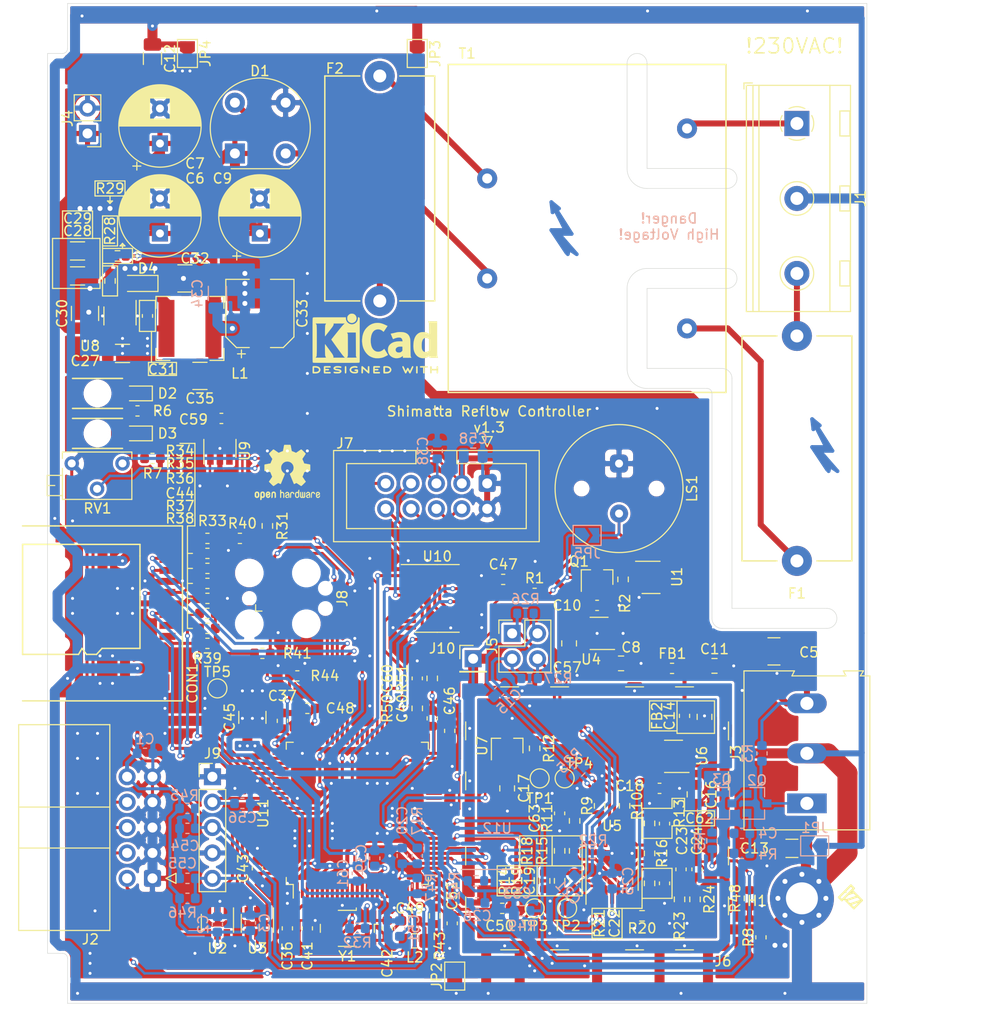
<source format=kicad_pcb>
(kicad_pcb (version 20171130) (host pcbnew 5.1.8)

  (general
    (thickness 1.6)
    (drawings 151)
    (tracks 1897)
    (zones 0)
    (modules 173)
    (nets 150)
  )

  (page A4)
  (layers
    (0 F.Cu signal)
    (31 B.Cu signal)
    (32 B.Adhes user)
    (33 F.Adhes user)
    (34 B.Paste user)
    (35 F.Paste user)
    (36 B.SilkS user)
    (37 F.SilkS user)
    (38 B.Mask user)
    (39 F.Mask user)
    (40 Dwgs.User user)
    (41 Cmts.User user)
    (42 Eco1.User user)
    (43 Eco2.User user)
    (44 Edge.Cuts user)
    (45 Margin user)
    (46 B.CrtYd user)
    (47 F.CrtYd user)
    (48 B.Fab user)
    (49 F.Fab user)
  )

  (setup
    (last_trace_width 0.3)
    (user_trace_width 0.3)
    (user_trace_width 0.4)
    (user_trace_width 0.6)
    (user_trace_width 1)
    (user_trace_width 2)
    (trace_clearance 0.2)
    (zone_clearance 0.25)
    (zone_45_only no)
    (trace_min 0.21)
    (via_size 0.5)
    (via_drill 0.3)
    (via_min_size 0.4)
    (via_min_drill 0.3)
    (user_via 0.9 0.5)
    (uvia_size 0.3)
    (uvia_drill 0.1)
    (uvias_allowed no)
    (uvia_min_size 0.2)
    (uvia_min_drill 0.1)
    (edge_width 0.05)
    (segment_width 0.2)
    (pcb_text_width 0.3)
    (pcb_text_size 1.5 1.5)
    (mod_edge_width 0.12)
    (mod_text_size 1 1)
    (mod_text_width 0.15)
    (pad_size 1.15 1.8)
    (pad_drill 0)
    (pad_to_mask_clearance 0.051)
    (solder_mask_min_width 0.25)
    (aux_axis_origin 13 13)
    (grid_origin 13 13)
    (visible_elements FFFFFF7F)
    (pcbplotparams
      (layerselection 0x010fc_ffffffff)
      (usegerberextensions true)
      (usegerberattributes false)
      (usegerberadvancedattributes false)
      (creategerberjobfile true)
      (excludeedgelayer true)
      (linewidth 0.100000)
      (plotframeref false)
      (viasonmask false)
      (mode 1)
      (useauxorigin false)
      (hpglpennumber 1)
      (hpglpenspeed 20)
      (hpglpendiameter 15.000000)
      (psnegative false)
      (psa4output false)
      (plotreference true)
      (plotvalue true)
      (plotinvisibletext false)
      (padsonsilk false)
      (subtractmaskfromsilk false)
      (outputformat 1)
      (mirror false)
      (drillshape 0)
      (scaleselection 1)
      (outputdirectory "gerber/"))
  )

  (net 0 "")
  (net 1 Earth)
  (net 2 GND)
  (net 3 +8V)
  (net 4 +3V3)
  (net 5 +5V)
  (net 6 /Controller/ENC1)
  (net 7 /Controller/ENC2)
  (net 8 /Controller/VREF)
  (net 9 /Controller/SW1)
  (net 10 /Frontend/FORCE+)
  (net 11 /Frontend/FORCE-)
  (net 12 /Frontend/SENS+)
  (net 13 /Frontend/SENS-)
  (net 14 /Controller/SDIO_D1)
  (net 15 /Controller/SDIO_D0)
  (net 16 /Controller/SDIO_CLK)
  (net 17 /Controller/SDIO_CMD)
  (net 18 /Controller/SDIO_D3)
  (net 19 /Controller/SDIO_D2)
  (net 20 /Controller/TEMP_IN)
  (net 21 /L_Trafo)
  (net 22 /L_IN)
  (net 23 /N_IN)
  (net 24 /DIGIO3)
  (net 25 /DIGIO2)
  (net 26 /DIGIO1)
  (net 27 /DIGIO0)
  (net 28 /Controller/SWDIO)
  (net 29 /Controller/SWCLK)
  (net 30 /Controller/PC_RX)
  (net 31 /Controller/PC_TX)
  (net 32 /Controller/~RST)
  (net 33 /Controller/LCD_VO)
  (net 34 /Controller/LCD_RS)
  (net 35 /Controller/LCD_EN)
  (net 36 /Controller/LCD_D3)
  (net 37 /Controller/LCD_D0)
  (net 38 /Controller/LCD_D2)
  (net 39 /Controller/LCD_D1)
  (net 40 /OUT0)
  (net 41 /OUT3)
  (net 42 /OUT2)
  (net 43 /OUT1)
  (net 44 /Controller/VDDA)
  (net 45 +5VL)
  (net 46 /Controller/CARD_DETECT)
  (net 47 +3.3VA)
  (net 48 /Frontend/VREF_OP)
  (net 49 /DIGIO0_PROT)
  (net 50 /DIGIO1_PROT)
  (net 51 /DIGIO2_PROT)
  (net 52 /DIGIO3_PROT)
  (net 53 "Net-(C4-Pad2)")
  (net 54 "Net-(C14-Pad1)")
  (net 55 "Net-(C19-Pad1)")
  (net 56 "Net-(C22-Pad2)")
  (net 57 "Net-(C22-Pad1)")
  (net 58 "Net-(C23-Pad1)")
  (net 59 "Net-(C31-Pad1)")
  (net 60 "Net-(C42-Pad1)")
  (net 61 "Net-(D1-Pad4)")
  (net 62 "Net-(D1-Pad2)")
  (net 63 "Net-(D2-Pad1)")
  (net 64 "Net-(D3-Pad1)")
  (net 65 "Net-(F2-Pad2)")
  (net 66 "Net-(J3-Pad1)")
  (net 67 "Net-(J8-Pad5)")
  (net 68 "Net-(J8-Pad6)")
  (net 69 "Net-(J8-Pad8)")
  (net 70 "Net-(Q2-Pad2)")
  (net 71 "Net-(Q3-Pad1)")
  (net 72 /Controller/SSR_SAFETY_ENABLE)
  (net 73 /Controller/E_~CS)
  (net 74 "Net-(U9-Pad3)")
  (net 75 /Controller/E_SCK)
  (net 76 /Controller/E_MISO)
  (net 77 /Controller/E_MOSI)
  (net 78 "Net-(Q1-Pad3)")
  (net 79 "Net-(U11-Pad1)")
  (net 80 "/Digital Power Supply/DCDC_SW")
  (net 81 /Controller/EXT_WTCHDG_TOGGL)
  (net 82 "Net-(C41-Pad1)")
  (net 83 "Net-(C46-Pad1)")
  (net 84 "Net-(C48-Pad1)")
  (net 85 "Net-(C52-Pad2)")
  (net 86 "Net-(R15-Pad1)")
  (net 87 "Net-(R20-Pad1)")
  (net 88 "Net-(R28-Pad1)")
  (net 89 "Net-(R31-Pad2)")
  (net 90 "Net-(U1-Pad1)")
  (net 91 "Net-(U6-Pad4)")
  (net 92 "Net-(U10-Pad17)")
  (net 93 "Net-(U10-Pad15)")
  (net 94 "Net-(U10-Pad9)")
  (net 95 "Net-(U10-Pad8)")
  (net 96 "Net-(U10-Pad7)")
  (net 97 "Net-(U10-Pad6)")
  (net 98 "Net-(U10-Pad4)")
  (net 99 "Net-(U10-Pad2)")
  (net 100 "Net-(U11-Pad2)")
  (net 101 "Net-(U11-Pad3)")
  (net 102 "Net-(U11-Pad4)")
  (net 103 "Net-(U11-Pad5)")
  (net 104 "Net-(U11-Pad7)")
  (net 105 "Net-(U11-Pad8)")
  (net 106 "Net-(U11-Pad9)")
  (net 107 "Net-(U11-Pad15)")
  (net 108 "Net-(U11-Pad16)")
  (net 109 "Net-(U11-Pad17)")
  (net 110 "Net-(U11-Pad18)")
  (net 111 "Net-(U11-Pad33)")
  (net 112 "Net-(U11-Pad38)")
  (net 113 "Net-(U11-Pad40)")
  (net 114 "Net-(U11-Pad41)")
  (net 115 "Net-(U11-Pad42)")
  (net 116 "Net-(U11-Pad43)")
  (net 117 "Net-(U11-Pad44)")
  (net 118 "Net-(U11-Pad45)")
  (net 119 "Net-(U11-Pad46)")
  (net 120 "Net-(U11-Pad47)")
  (net 121 "Net-(U11-Pad48)")
  (net 122 "Net-(U11-Pad51)")
  (net 123 "Net-(U11-Pad52)")
  (net 124 "Net-(U11-Pad53)")
  (net 125 "Net-(U11-Pad54)")
  (net 126 "Net-(U11-Pad60)")
  (net 127 "Net-(U11-Pad61)")
  (net 128 "Net-(U11-Pad62)")
  (net 129 "Net-(U11-Pad63)")
  (net 130 "Net-(U11-Pad64)")
  (net 131 "Net-(U11-Pad70)")
  (net 132 "Net-(U11-Pad71)")
  (net 133 "Net-(U11-Pad77)")
  (net 134 "Net-(U11-Pad81)")
  (net 135 "Net-(U11-Pad82)")
  (net 136 "Net-(U11-Pad84)")
  (net 137 "Net-(U11-Pad86)")
  (net 138 "Net-(U11-Pad95)")
  (net 139 "Net-(U11-Pad96)")
  (net 140 "Net-(U11-Pad97)")
  (net 141 "Net-(U11-Pad98)")
  (net 142 "Net-(C10-Pad2)")
  (net 143 "Net-(JP5-Pad2)")
  (net 144 "Net-(JP5-Pad1)")
  (net 145 "Net-(C60-Pad1)")
  (net 146 "Net-(C62-Pad2)")
  (net 147 "Net-(C62-Pad1)")
  (net 148 "Net-(C63-Pad2)")
  (net 149 "Net-(C63-Pad1)")

  (net_class Default "This is the default net class."
    (clearance 0.2)
    (trace_width 0.25)
    (via_dia 0.5)
    (via_drill 0.3)
    (uvia_dia 0.3)
    (uvia_drill 0.1)
    (diff_pair_width 0.3)
    (diff_pair_gap 0.25)
    (add_net +3.3VA)
    (add_net +3V3)
    (add_net +5V)
    (add_net +5VL)
    (add_net +8V)
    (add_net /Controller/CARD_DETECT)
    (add_net /Controller/ENC1)
    (add_net /Controller/ENC2)
    (add_net /Controller/EXT_WTCHDG_TOGGL)
    (add_net /Controller/E_MISO)
    (add_net /Controller/E_MOSI)
    (add_net /Controller/E_SCK)
    (add_net /Controller/E_~CS)
    (add_net /Controller/LCD_D0)
    (add_net /Controller/LCD_D1)
    (add_net /Controller/LCD_D2)
    (add_net /Controller/LCD_D3)
    (add_net /Controller/LCD_EN)
    (add_net /Controller/LCD_RS)
    (add_net /Controller/LCD_VO)
    (add_net /Controller/PC_RX)
    (add_net /Controller/PC_TX)
    (add_net /Controller/SDIO_CLK)
    (add_net /Controller/SDIO_CMD)
    (add_net /Controller/SDIO_D0)
    (add_net /Controller/SDIO_D1)
    (add_net /Controller/SDIO_D2)
    (add_net /Controller/SDIO_D3)
    (add_net /Controller/SSR_SAFETY_ENABLE)
    (add_net /Controller/SW1)
    (add_net /Controller/SWCLK)
    (add_net /Controller/SWDIO)
    (add_net /Controller/TEMP_IN)
    (add_net /Controller/VDDA)
    (add_net /Controller/VREF)
    (add_net /Controller/~RST)
    (add_net /DIGIO0)
    (add_net /DIGIO0_PROT)
    (add_net /DIGIO1)
    (add_net /DIGIO1_PROT)
    (add_net /DIGIO2)
    (add_net /DIGIO2_PROT)
    (add_net /DIGIO3)
    (add_net /DIGIO3_PROT)
    (add_net "/Digital Power Supply/DCDC_SW")
    (add_net /Frontend/FORCE+)
    (add_net /Frontend/FORCE-)
    (add_net /Frontend/SENS+)
    (add_net /Frontend/SENS-)
    (add_net /Frontend/VREF_OP)
    (add_net /OUT0)
    (add_net /OUT1)
    (add_net /OUT2)
    (add_net /OUT3)
    (add_net Earth)
    (add_net GND)
    (add_net "Net-(C10-Pad2)")
    (add_net "Net-(C14-Pad1)")
    (add_net "Net-(C19-Pad1)")
    (add_net "Net-(C22-Pad1)")
    (add_net "Net-(C22-Pad2)")
    (add_net "Net-(C23-Pad1)")
    (add_net "Net-(C31-Pad1)")
    (add_net "Net-(C4-Pad2)")
    (add_net "Net-(C41-Pad1)")
    (add_net "Net-(C42-Pad1)")
    (add_net "Net-(C46-Pad1)")
    (add_net "Net-(C48-Pad1)")
    (add_net "Net-(C52-Pad2)")
    (add_net "Net-(C60-Pad1)")
    (add_net "Net-(C62-Pad1)")
    (add_net "Net-(C62-Pad2)")
    (add_net "Net-(C63-Pad1)")
    (add_net "Net-(C63-Pad2)")
    (add_net "Net-(D1-Pad2)")
    (add_net "Net-(D1-Pad4)")
    (add_net "Net-(D2-Pad1)")
    (add_net "Net-(D3-Pad1)")
    (add_net "Net-(F2-Pad2)")
    (add_net "Net-(J3-Pad1)")
    (add_net "Net-(J8-Pad5)")
    (add_net "Net-(J8-Pad6)")
    (add_net "Net-(J8-Pad8)")
    (add_net "Net-(JP5-Pad1)")
    (add_net "Net-(JP5-Pad2)")
    (add_net "Net-(Q1-Pad3)")
    (add_net "Net-(Q2-Pad2)")
    (add_net "Net-(Q3-Pad1)")
    (add_net "Net-(R15-Pad1)")
    (add_net "Net-(R20-Pad1)")
    (add_net "Net-(R28-Pad1)")
    (add_net "Net-(R31-Pad2)")
    (add_net "Net-(U1-Pad1)")
    (add_net "Net-(U10-Pad15)")
    (add_net "Net-(U10-Pad17)")
    (add_net "Net-(U10-Pad2)")
    (add_net "Net-(U10-Pad4)")
    (add_net "Net-(U10-Pad6)")
    (add_net "Net-(U10-Pad7)")
    (add_net "Net-(U10-Pad8)")
    (add_net "Net-(U10-Pad9)")
    (add_net "Net-(U11-Pad1)")
    (add_net "Net-(U11-Pad15)")
    (add_net "Net-(U11-Pad16)")
    (add_net "Net-(U11-Pad17)")
    (add_net "Net-(U11-Pad18)")
    (add_net "Net-(U11-Pad2)")
    (add_net "Net-(U11-Pad3)")
    (add_net "Net-(U11-Pad33)")
    (add_net "Net-(U11-Pad38)")
    (add_net "Net-(U11-Pad4)")
    (add_net "Net-(U11-Pad40)")
    (add_net "Net-(U11-Pad41)")
    (add_net "Net-(U11-Pad42)")
    (add_net "Net-(U11-Pad43)")
    (add_net "Net-(U11-Pad44)")
    (add_net "Net-(U11-Pad45)")
    (add_net "Net-(U11-Pad46)")
    (add_net "Net-(U11-Pad47)")
    (add_net "Net-(U11-Pad48)")
    (add_net "Net-(U11-Pad5)")
    (add_net "Net-(U11-Pad51)")
    (add_net "Net-(U11-Pad52)")
    (add_net "Net-(U11-Pad53)")
    (add_net "Net-(U11-Pad54)")
    (add_net "Net-(U11-Pad60)")
    (add_net "Net-(U11-Pad61)")
    (add_net "Net-(U11-Pad62)")
    (add_net "Net-(U11-Pad63)")
    (add_net "Net-(U11-Pad64)")
    (add_net "Net-(U11-Pad7)")
    (add_net "Net-(U11-Pad70)")
    (add_net "Net-(U11-Pad71)")
    (add_net "Net-(U11-Pad77)")
    (add_net "Net-(U11-Pad8)")
    (add_net "Net-(U11-Pad81)")
    (add_net "Net-(U11-Pad82)")
    (add_net "Net-(U11-Pad84)")
    (add_net "Net-(U11-Pad86)")
    (add_net "Net-(U11-Pad9)")
    (add_net "Net-(U11-Pad95)")
    (add_net "Net-(U11-Pad96)")
    (add_net "Net-(U11-Pad97)")
    (add_net "Net-(U11-Pad98)")
    (add_net "Net-(U6-Pad4)")
    (add_net "Net-(U9-Pad3)")
  )

  (net_class HV ""
    (clearance 2.55)
    (trace_width 1)
    (via_dia 0.5)
    (via_drill 0.3)
    (uvia_dia 0.3)
    (uvia_drill 0.1)
    (diff_pair_width 0.21)
    (diff_pair_gap 0.25)
    (add_net /L_IN)
    (add_net /L_Trafo)
    (add_net /N_IN)
  )

  (module Capacitor_SMD:C_0603_1608Metric (layer F.Cu) (tedit 5F68FEEE) (tstamp 5FD64B98)
    (at 67.25 94 270)
    (descr "Capacitor SMD 0603 (1608 Metric), square (rectangular) end terminal, IPC_7351 nominal, (Body size source: IPC-SM-782 page 76, https://www.pcb-3d.com/wordpress/wp-content/uploads/ipc-sm-782a_amendment_1_and_2.pdf), generated with kicad-footprint-generator")
    (tags capacitor)
    (path /5D8C5188/5FE2133C)
    (attr smd)
    (fp_text reference C63 (at 0.5 2.5 90) (layer F.SilkS)
      (effects (font (size 1 1) (thickness 0.15)))
    )
    (fp_text value DNP (at 0 1.43 90) (layer F.Fab)
      (effects (font (size 1 1) (thickness 0.15)))
    )
    (fp_text user %R (at 0 0 90) (layer F.Fab)
      (effects (font (size 0.4 0.4) (thickness 0.06)))
    )
    (fp_line (start -0.8 0.4) (end -0.8 -0.4) (layer F.Fab) (width 0.1))
    (fp_line (start -0.8 -0.4) (end 0.8 -0.4) (layer F.Fab) (width 0.1))
    (fp_line (start 0.8 -0.4) (end 0.8 0.4) (layer F.Fab) (width 0.1))
    (fp_line (start 0.8 0.4) (end -0.8 0.4) (layer F.Fab) (width 0.1))
    (fp_line (start -0.14058 -0.51) (end 0.14058 -0.51) (layer F.SilkS) (width 0.12))
    (fp_line (start -0.14058 0.51) (end 0.14058 0.51) (layer F.SilkS) (width 0.12))
    (fp_line (start -1.48 0.73) (end -1.48 -0.73) (layer F.CrtYd) (width 0.05))
    (fp_line (start -1.48 -0.73) (end 1.48 -0.73) (layer F.CrtYd) (width 0.05))
    (fp_line (start 1.48 -0.73) (end 1.48 0.73) (layer F.CrtYd) (width 0.05))
    (fp_line (start 1.48 0.73) (end -1.48 0.73) (layer F.CrtYd) (width 0.05))
    (pad 2 smd roundrect (at 0.775 0 270) (size 0.9 0.95) (layers F.Cu F.Paste F.Mask) (roundrect_rratio 0.25)
      (net 148 "Net-(C63-Pad2)"))
    (pad 1 smd roundrect (at -0.775 0 270) (size 0.9 0.95) (layers F.Cu F.Paste F.Mask) (roundrect_rratio 0.25)
      (net 149 "Net-(C63-Pad1)"))
    (model ${KISYS3DMOD}/Capacitor_SMD.3dshapes/C_0603_1608Metric.wrl
      (at (xyz 0 0 0))
      (scale (xyz 1 1 1))
      (rotate (xyz 0 0 0))
    )
  )

  (module Capacitor_SMD:C_0603_1608Metric (layer F.Cu) (tedit 5F68FEEE) (tstamp 5FD64B87)
    (at 77.75 95.025 270)
    (descr "Capacitor SMD 0603 (1608 Metric), square (rectangular) end terminal, IPC_7351 nominal, (Body size source: IPC-SM-782 page 76, https://www.pcb-3d.com/wordpress/wp-content/uploads/ipc-sm-782a_amendment_1_and_2.pdf), generated with kicad-footprint-generator")
    (tags capacitor)
    (path /5D8C5188/5FE331AE)
    (attr smd)
    (fp_text reference C62 (at -0.525 -3.5 180) (layer F.SilkS)
      (effects (font (size 1 1) (thickness 0.15)))
    )
    (fp_text value DNP (at 0 1.43 90) (layer F.Fab)
      (effects (font (size 1 1) (thickness 0.15)))
    )
    (fp_text user %R (at 0 0 90) (layer F.Fab)
      (effects (font (size 0.4 0.4) (thickness 0.06)))
    )
    (fp_line (start -0.8 0.4) (end -0.8 -0.4) (layer F.Fab) (width 0.1))
    (fp_line (start -0.8 -0.4) (end 0.8 -0.4) (layer F.Fab) (width 0.1))
    (fp_line (start 0.8 -0.4) (end 0.8 0.4) (layer F.Fab) (width 0.1))
    (fp_line (start 0.8 0.4) (end -0.8 0.4) (layer F.Fab) (width 0.1))
    (fp_line (start -0.14058 -0.51) (end 0.14058 -0.51) (layer F.SilkS) (width 0.12))
    (fp_line (start -0.14058 0.51) (end 0.14058 0.51) (layer F.SilkS) (width 0.12))
    (fp_line (start -1.48 0.73) (end -1.48 -0.73) (layer F.CrtYd) (width 0.05))
    (fp_line (start -1.48 -0.73) (end 1.48 -0.73) (layer F.CrtYd) (width 0.05))
    (fp_line (start 1.48 -0.73) (end 1.48 0.73) (layer F.CrtYd) (width 0.05))
    (fp_line (start 1.48 0.73) (end -1.48 0.73) (layer F.CrtYd) (width 0.05))
    (pad 2 smd roundrect (at 0.775 0 270) (size 0.9 0.95) (layers F.Cu F.Paste F.Mask) (roundrect_rratio 0.25)
      (net 146 "Net-(C62-Pad2)"))
    (pad 1 smd roundrect (at -0.775 0 270) (size 0.9 0.95) (layers F.Cu F.Paste F.Mask) (roundrect_rratio 0.25)
      (net 147 "Net-(C62-Pad1)"))
    (model ${KISYS3DMOD}/Capacitor_SMD.3dshapes/C_0603_1608Metric.wrl
      (at (xyz 0 0 0))
      (scale (xyz 1 1 1))
      (rotate (xyz 0 0 0))
    )
  )

  (module Capacitor_SMD:C_0603_1608Metric (layer B.Cu) (tedit 5F68FEEE) (tstamp 5FD2F3FD)
    (at 47 100 270)
    (descr "Capacitor SMD 0603 (1608 Metric), square (rectangular) end terminal, IPC_7351 nominal, (Body size source: IPC-SM-782 page 76, https://www.pcb-3d.com/wordpress/wp-content/uploads/ipc-sm-782a_amendment_1_and_2.pdf), generated with kicad-footprint-generator")
    (tags capacitor)
    (path /5D77EC9D/5FD72F9A)
    (attr smd)
    (fp_text reference C61 (at 0 1.43 90) (layer B.SilkS)
      (effects (font (size 1 1) (thickness 0.15)) (justify mirror))
    )
    (fp_text value 100n (at 0 -1.43 90) (layer B.Fab)
      (effects (font (size 1 1) (thickness 0.15)) (justify mirror))
    )
    (fp_line (start -0.8 -0.4) (end -0.8 0.4) (layer B.Fab) (width 0.1))
    (fp_line (start -0.8 0.4) (end 0.8 0.4) (layer B.Fab) (width 0.1))
    (fp_line (start 0.8 0.4) (end 0.8 -0.4) (layer B.Fab) (width 0.1))
    (fp_line (start 0.8 -0.4) (end -0.8 -0.4) (layer B.Fab) (width 0.1))
    (fp_line (start -0.14058 0.51) (end 0.14058 0.51) (layer B.SilkS) (width 0.12))
    (fp_line (start -0.14058 -0.51) (end 0.14058 -0.51) (layer B.SilkS) (width 0.12))
    (fp_line (start -1.48 -0.73) (end -1.48 0.73) (layer B.CrtYd) (width 0.05))
    (fp_line (start -1.48 0.73) (end 1.48 0.73) (layer B.CrtYd) (width 0.05))
    (fp_line (start 1.48 0.73) (end 1.48 -0.73) (layer B.CrtYd) (width 0.05))
    (fp_line (start 1.48 -0.73) (end -1.48 -0.73) (layer B.CrtYd) (width 0.05))
    (fp_text user %R (at 0 0 90) (layer B.Fab)
      (effects (font (size 0.4 0.4) (thickness 0.06)) (justify mirror))
    )
    (pad 2 smd roundrect (at 0.775 0 270) (size 0.9 0.95) (layers B.Cu B.Paste B.Mask) (roundrect_rratio 0.25)
      (net 2 GND))
    (pad 1 smd roundrect (at -0.775 0 270) (size 0.9 0.95) (layers B.Cu B.Paste B.Mask) (roundrect_rratio 0.25)
      (net 4 +3V3))
    (model ${KISYS3DMOD}/Capacitor_SMD.3dshapes/C_0603_1608Metric.wrl
      (at (xyz 0 0 0))
      (scale (xyz 1 1 1))
      (rotate (xyz 0 0 0))
    )
  )

  (module shimatta_buzzer:PKM13EPYH4002-B0 (layer F.Cu) (tedit 5FCFC26C) (tstamp 5FCC3E58)
    (at 73.198 61.514 270)
    (tags buzzer,piezo)
    (path /5D891662)
    (fp_text reference LS1 (at 0 -7.3 90) (layer F.SilkS)
      (effects (font (size 1 1) (thickness 0.15)))
    )
    (fp_text value Buzzer (at 0 0 180) (layer F.Fab)
      (effects (font (size 1 1) (thickness 0.15)))
    )
    (fp_circle (center 0 0) (end 6.5 0) (layer F.Fab) (width 0.12))
    (fp_circle (center 0 0) (end 6.5 0) (layer F.CrtYd) (width 0.12))
    (fp_circle (center 0 0) (end 6.4 0) (layer F.SilkS) (width 0.12))
    (pad "" np_thru_hole circle (at 0 -3.75 270) (size 1.1 1.1) (drill 1.1) (layers *.Cu *.Mask))
    (pad "" np_thru_hole circle (at 0 3.75 270) (size 1.1 1.1) (drill 1.1) (layers *.Cu *.Mask))
    (pad 2 thru_hole circle (at 2.5 0 270) (size 1.8 1.8) (drill 0.8) (layers *.Cu *.Mask)
      (net 143 "Net-(JP5-Pad2)"))
    (pad 1 thru_hole roundrect (at -2.5 0 270) (size 1.8 1.8) (drill 0.8) (layers *.Cu *.Mask) (roundrect_rratio 0.25)
      (net 2 GND))
    (model ${KISYS3DMOD}/buzzer.shapes3d/PKM13EPYH4002-B0.wrl
      (at (xyz 0 0 0))
      (scale (xyz 0.3937 0.3937 0.3937))
      (rotate (xyz 0 0 0))
    )
  )

  (module Resistor_SMD:R_0603_1608Metric (layer F.Cu) (tedit 5F68FEEE) (tstamp 5FCDB62B)
    (at 54.5 80.5 270)
    (descr "Resistor SMD 0603 (1608 Metric), square (rectangular) end terminal, IPC_7351 nominal, (Body size source: IPC-SM-782 page 72, https://www.pcb-3d.com/wordpress/wp-content/uploads/ipc-sm-782a_amendment_1_and_2.pdf), generated with kicad-footprint-generator")
    (tags resistor)
    (path /5D77EC9D/5FD62ABC)
    (attr smd)
    (fp_text reference R51 (at 0 3 90) (layer F.SilkS)
      (effects (font (size 1 1) (thickness 0.15)))
    )
    (fp_text value 10k (at -2.25 0 90) (layer F.Fab)
      (effects (font (size 1 1) (thickness 0.15)))
    )
    (fp_line (start 1.48 0.73) (end -1.48 0.73) (layer F.CrtYd) (width 0.05))
    (fp_line (start 1.48 -0.73) (end 1.48 0.73) (layer F.CrtYd) (width 0.05))
    (fp_line (start -1.48 -0.73) (end 1.48 -0.73) (layer F.CrtYd) (width 0.05))
    (fp_line (start -1.48 0.73) (end -1.48 -0.73) (layer F.CrtYd) (width 0.05))
    (fp_line (start -0.237258 0.5225) (end 0.237258 0.5225) (layer F.SilkS) (width 0.12))
    (fp_line (start -0.237258 -0.5225) (end 0.237258 -0.5225) (layer F.SilkS) (width 0.12))
    (fp_line (start 0.8 0.4125) (end -0.8 0.4125) (layer F.Fab) (width 0.1))
    (fp_line (start 0.8 -0.4125) (end 0.8 0.4125) (layer F.Fab) (width 0.1))
    (fp_line (start -0.8 -0.4125) (end 0.8 -0.4125) (layer F.Fab) (width 0.1))
    (fp_line (start -0.8 0.4125) (end -0.8 -0.4125) (layer F.Fab) (width 0.1))
    (fp_text user %R (at 0 0 90) (layer F.Fab)
      (effects (font (size 0.4 0.4) (thickness 0.06)))
    )
    (pad 2 smd roundrect (at 0.825 0 270) (size 0.8 0.95) (layers F.Cu F.Paste F.Mask) (roundrect_rratio 0.25)
      (net 145 "Net-(C60-Pad1)"))
    (pad 1 smd roundrect (at -0.825 0 270) (size 0.8 0.95) (layers F.Cu F.Paste F.Mask) (roundrect_rratio 0.25)
      (net 2 GND))
    (model ${KISYS3DMOD}/Resistor_SMD.3dshapes/R_0603_1608Metric.wrl
      (at (xyz 0 0 0))
      (scale (xyz 1 1 1))
      (rotate (xyz 0 0 0))
    )
  )

  (module Resistor_SMD:R_0603_1608Metric (layer F.Cu) (tedit 5F68FEEE) (tstamp 5FCDB61A)
    (at 53 83.5 270)
    (descr "Resistor SMD 0603 (1608 Metric), square (rectangular) end terminal, IPC_7351 nominal, (Body size source: IPC-SM-782 page 72, https://www.pcb-3d.com/wordpress/wp-content/uploads/ipc-sm-782a_amendment_1_and_2.pdf), generated with kicad-footprint-generator")
    (tags resistor)
    (path /5D77EC9D/5FD5CEDB)
    (attr smd)
    (fp_text reference R50 (at 0 3 90) (layer F.SilkS)
      (effects (font (size 1 1) (thickness 0.15)))
    )
    (fp_text value 10k (at 0 1.43 90) (layer F.Fab)
      (effects (font (size 1 1) (thickness 0.15)))
    )
    (fp_line (start 1.48 0.73) (end -1.48 0.73) (layer F.CrtYd) (width 0.05))
    (fp_line (start 1.48 -0.73) (end 1.48 0.73) (layer F.CrtYd) (width 0.05))
    (fp_line (start -1.48 -0.73) (end 1.48 -0.73) (layer F.CrtYd) (width 0.05))
    (fp_line (start -1.48 0.73) (end -1.48 -0.73) (layer F.CrtYd) (width 0.05))
    (fp_line (start -0.237258 0.5225) (end 0.237258 0.5225) (layer F.SilkS) (width 0.12))
    (fp_line (start -0.237258 -0.5225) (end 0.237258 -0.5225) (layer F.SilkS) (width 0.12))
    (fp_line (start 0.8 0.4125) (end -0.8 0.4125) (layer F.Fab) (width 0.1))
    (fp_line (start 0.8 -0.4125) (end 0.8 0.4125) (layer F.Fab) (width 0.1))
    (fp_line (start -0.8 -0.4125) (end 0.8 -0.4125) (layer F.Fab) (width 0.1))
    (fp_line (start -0.8 0.4125) (end -0.8 -0.4125) (layer F.Fab) (width 0.1))
    (fp_text user %R (at 0 0 90) (layer F.Fab)
      (effects (font (size 0.4 0.4) (thickness 0.06)))
    )
    (pad 2 smd roundrect (at 0.825 0 270) (size 0.8 0.95) (layers F.Cu F.Paste F.Mask) (roundrect_rratio 0.25)
      (net 4 +3V3))
    (pad 1 smd roundrect (at -0.825 0 270) (size 0.8 0.95) (layers F.Cu F.Paste F.Mask) (roundrect_rratio 0.25)
      (net 145 "Net-(C60-Pad1)"))
    (model ${KISYS3DMOD}/Resistor_SMD.3dshapes/R_0603_1608Metric.wrl
      (at (xyz 0 0 0))
      (scale (xyz 1 1 1))
      (rotate (xyz 0 0 0))
    )
  )

  (module Capacitor_SMD:C_0603_1608Metric (layer F.Cu) (tedit 5F68FEEE) (tstamp 5FCDA8B7)
    (at 53 80.5 90)
    (descr "Capacitor SMD 0603 (1608 Metric), square (rectangular) end terminal, IPC_7351 nominal, (Body size source: IPC-SM-782 page 76, https://www.pcb-3d.com/wordpress/wp-content/uploads/ipc-sm-782a_amendment_1_and_2.pdf), generated with kicad-footprint-generator")
    (tags capacitor)
    (path /5D77EC9D/5FE39FAF)
    (attr smd)
    (fp_text reference C60 (at 0 -3 90) (layer F.SilkS)
      (effects (font (size 1 1) (thickness 0.15)))
    )
    (fp_text value 100n (at 2.75 0 90) (layer F.Fab)
      (effects (font (size 1 1) (thickness 0.15)))
    )
    (fp_line (start 1.48 0.73) (end -1.48 0.73) (layer F.CrtYd) (width 0.05))
    (fp_line (start 1.48 -0.73) (end 1.48 0.73) (layer F.CrtYd) (width 0.05))
    (fp_line (start -1.48 -0.73) (end 1.48 -0.73) (layer F.CrtYd) (width 0.05))
    (fp_line (start -1.48 0.73) (end -1.48 -0.73) (layer F.CrtYd) (width 0.05))
    (fp_line (start -0.14058 0.51) (end 0.14058 0.51) (layer F.SilkS) (width 0.12))
    (fp_line (start -0.14058 -0.51) (end 0.14058 -0.51) (layer F.SilkS) (width 0.12))
    (fp_line (start 0.8 0.4) (end -0.8 0.4) (layer F.Fab) (width 0.1))
    (fp_line (start 0.8 -0.4) (end 0.8 0.4) (layer F.Fab) (width 0.1))
    (fp_line (start -0.8 -0.4) (end 0.8 -0.4) (layer F.Fab) (width 0.1))
    (fp_line (start -0.8 0.4) (end -0.8 -0.4) (layer F.Fab) (width 0.1))
    (fp_text user %R (at 0 0 90) (layer F.Fab)
      (effects (font (size 0.4 0.4) (thickness 0.06)))
    )
    (pad 2 smd roundrect (at 0.775 0 90) (size 0.9 0.95) (layers F.Cu F.Paste F.Mask) (roundrect_rratio 0.25)
      (net 2 GND))
    (pad 1 smd roundrect (at -0.775 0 90) (size 0.9 0.95) (layers F.Cu F.Paste F.Mask) (roundrect_rratio 0.25)
      (net 145 "Net-(C60-Pad1)"))
    (model ${KISYS3DMOD}/Capacitor_SMD.3dshapes/C_0603_1608Metric.wrl
      (at (xyz 0 0 0))
      (scale (xyz 1 1 1))
      (rotate (xyz 0 0 0))
    )
  )

  (module Jumper:SolderJumper-2_P1.3mm_Open_TrianglePad1.0x1.5mm (layer B.Cu) (tedit 5A64794F) (tstamp 5FCF9810)
    (at 70 66.2)
    (descr "SMD Solder Jumper, 1x1.5mm Triangular Pads, 0.3mm gap, open")
    (tags "solder jumper open")
    (path /600F11A8)
    (attr virtual)
    (fp_text reference JP5 (at 0 1.8) (layer B.SilkS)
      (effects (font (size 1 1) (thickness 0.15)) (justify mirror))
    )
    (fp_text value DNP (at 0 -1.9) (layer B.Fab)
      (effects (font (size 1 1) (thickness 0.15)) (justify mirror))
    )
    (fp_line (start 1.65 -1.25) (end -1.65 -1.25) (layer B.CrtYd) (width 0.05))
    (fp_line (start 1.65 -1.25) (end 1.65 1.25) (layer B.CrtYd) (width 0.05))
    (fp_line (start -1.65 1.25) (end -1.65 -1.25) (layer B.CrtYd) (width 0.05))
    (fp_line (start -1.65 1.25) (end 1.65 1.25) (layer B.CrtYd) (width 0.05))
    (fp_line (start -1.4 1) (end 1.4 1) (layer B.SilkS) (width 0.12))
    (fp_line (start 1.4 1) (end 1.4 -1) (layer B.SilkS) (width 0.12))
    (fp_line (start 1.4 -1) (end -1.4 -1) (layer B.SilkS) (width 0.12))
    (fp_line (start -1.4 -1) (end -1.4 1) (layer B.SilkS) (width 0.12))
    (pad 1 smd custom (at -0.725 0) (size 0.3 0.3) (layers B.Cu B.Mask)
      (net 144 "Net-(JP5-Pad1)") (zone_connect 2)
      (options (clearance outline) (anchor rect))
      (primitives
        (gr_poly (pts
           (xy -0.5 0.75) (xy 0.5 0.75) (xy 1 0) (xy 0.5 -0.75) (xy -0.5 -0.75)
) (width 0))
      ))
    (pad 2 smd custom (at 0.725 0) (size 0.3 0.3) (layers B.Cu B.Mask)
      (net 143 "Net-(JP5-Pad2)") (zone_connect 2)
      (options (clearance outline) (anchor rect))
      (primitives
        (gr_poly (pts
           (xy -0.65 0.75) (xy 0.5 0.75) (xy 0.5 -0.75) (xy -0.65 -0.75) (xy -0.15 0)
) (width 0))
      ))
  )

  (module Capacitor_SMD:C_0603_1608Metric (layer F.Cu) (tedit 5F68FEEE) (tstamp 5FCF2BEC)
    (at 33.4 54.5)
    (descr "Capacitor SMD 0603 (1608 Metric), square (rectangular) end terminal, IPC_7351 nominal, (Body size source: IPC-SM-782 page 76, https://www.pcb-3d.com/wordpress/wp-content/uploads/ipc-sm-782a_amendment_1_and_2.pdf), generated with kicad-footprint-generator")
    (tags capacitor)
    (path /5D77EC9D/5FFAEEF2)
    (attr smd)
    (fp_text reference C59 (at -2.8 0.1) (layer F.SilkS)
      (effects (font (size 1 1) (thickness 0.15)))
    )
    (fp_text value 100n (at -0.15 1.25) (layer F.Fab)
      (effects (font (size 1 1) (thickness 0.15)))
    )
    (fp_line (start 1.48 0.73) (end -1.48 0.73) (layer F.CrtYd) (width 0.05))
    (fp_line (start 1.48 -0.73) (end 1.48 0.73) (layer F.CrtYd) (width 0.05))
    (fp_line (start -1.48 -0.73) (end 1.48 -0.73) (layer F.CrtYd) (width 0.05))
    (fp_line (start -1.48 0.73) (end -1.48 -0.73) (layer F.CrtYd) (width 0.05))
    (fp_line (start -0.14058 0.51) (end 0.14058 0.51) (layer F.SilkS) (width 0.12))
    (fp_line (start -0.14058 -0.51) (end 0.14058 -0.51) (layer F.SilkS) (width 0.12))
    (fp_line (start 0.8 0.4) (end -0.8 0.4) (layer F.Fab) (width 0.1))
    (fp_line (start 0.8 -0.4) (end 0.8 0.4) (layer F.Fab) (width 0.1))
    (fp_line (start -0.8 -0.4) (end 0.8 -0.4) (layer F.Fab) (width 0.1))
    (fp_line (start -0.8 0.4) (end -0.8 -0.4) (layer F.Fab) (width 0.1))
    (fp_text user %R (at 0 0) (layer F.Fab)
      (effects (font (size 0.4 0.4) (thickness 0.06)))
    )
    (pad 2 smd roundrect (at 0.775 0) (size 0.9 0.95) (layers F.Cu F.Paste F.Mask) (roundrect_rratio 0.25)
      (net 2 GND))
    (pad 1 smd roundrect (at -0.775 0) (size 0.9 0.95) (layers F.Cu F.Paste F.Mask) (roundrect_rratio 0.25)
      (net 4 +3V3))
    (model ${KISYS3DMOD}/Capacitor_SMD.3dshapes/C_0603_1608Metric.wrl
      (at (xyz 0 0 0))
      (scale (xyz 1 1 1))
      (rotate (xyz 0 0 0))
    )
  )

  (module Capacitor_SMD:C_0805_2012Metric (layer B.Cu) (tedit 5F68FEEE) (tstamp 5FCEA5B5)
    (at 58.6 58.2 180)
    (descr "Capacitor SMD 0805 (2012 Metric), square (rectangular) end terminal, IPC_7351 nominal, (Body size source: IPC-SM-782 page 76, https://www.pcb-3d.com/wordpress/wp-content/uploads/ipc-sm-782a_amendment_1_and_2.pdf, https://docs.google.com/spreadsheets/d/1BsfQQcO9C6DZCsRaXUlFlo91Tg2WpOkGARC1WS5S8t0/edit?usp=sharing), generated with kicad-footprint-generator")
    (tags capacitor)
    (path /5D77EC9D/5FEFE3CF)
    (attr smd)
    (fp_text reference C58 (at 0 1.68) (layer B.SilkS)
      (effects (font (size 1 1) (thickness 0.15)) (justify mirror))
    )
    (fp_text value 1u (at 0 -1.68) (layer B.Fab)
      (effects (font (size 1 1) (thickness 0.15)) (justify mirror))
    )
    (fp_line (start 1.7 -0.98) (end -1.7 -0.98) (layer B.CrtYd) (width 0.05))
    (fp_line (start 1.7 0.98) (end 1.7 -0.98) (layer B.CrtYd) (width 0.05))
    (fp_line (start -1.7 0.98) (end 1.7 0.98) (layer B.CrtYd) (width 0.05))
    (fp_line (start -1.7 -0.98) (end -1.7 0.98) (layer B.CrtYd) (width 0.05))
    (fp_line (start -0.261252 -0.735) (end 0.261252 -0.735) (layer B.SilkS) (width 0.12))
    (fp_line (start -0.261252 0.735) (end 0.261252 0.735) (layer B.SilkS) (width 0.12))
    (fp_line (start 1 -0.625) (end -1 -0.625) (layer B.Fab) (width 0.1))
    (fp_line (start 1 0.625) (end 1 -0.625) (layer B.Fab) (width 0.1))
    (fp_line (start -1 0.625) (end 1 0.625) (layer B.Fab) (width 0.1))
    (fp_line (start -1 -0.625) (end -1 0.625) (layer B.Fab) (width 0.1))
    (fp_text user %R (at 0 0) (layer B.Fab)
      (effects (font (size 0.5 0.5) (thickness 0.08)) (justify mirror))
    )
    (pad 2 smd roundrect (at 0.95 0 180) (size 1 1.45) (layers B.Cu B.Paste B.Mask) (roundrect_rratio 0.25)
      (net 45 +5VL))
    (pad 1 smd roundrect (at -0.95 0 180) (size 1 1.45) (layers B.Cu B.Paste B.Mask) (roundrect_rratio 0.25)
      (net 2 GND))
    (model ${KISYS3DMOD}/Capacitor_SMD.3dshapes/C_0805_2012Metric.wrl
      (at (xyz 0 0 0))
      (scale (xyz 1 1 1))
      (rotate (xyz 0 0 0))
    )
  )

  (module Capacitor_SMD:C_0805_2012Metric (layer F.Cu) (tedit 5F68FEEE) (tstamp 5FCE5B90)
    (at 73.4 79)
    (descr "Capacitor SMD 0805 (2012 Metric), square (rectangular) end terminal, IPC_7351 nominal, (Body size source: IPC-SM-782 page 76, https://www.pcb-3d.com/wordpress/wp-content/uploads/ipc-sm-782a_amendment_1_and_2.pdf, https://docs.google.com/spreadsheets/d/1BsfQQcO9C6DZCsRaXUlFlo91Tg2WpOkGARC1WS5S8t0/edit?usp=sharing), generated with kicad-footprint-generator")
    (tags capacitor)
    (path /5D992429)
    (attr smd)
    (fp_text reference C8 (at 1 -1.6) (layer F.SilkS)
      (effects (font (size 1 1) (thickness 0.15)))
    )
    (fp_text value 100n (at 0 1.68) (layer F.Fab)
      (effects (font (size 1 1) (thickness 0.15)))
    )
    (fp_line (start 1.7 0.98) (end -1.7 0.98) (layer F.CrtYd) (width 0.05))
    (fp_line (start 1.7 -0.98) (end 1.7 0.98) (layer F.CrtYd) (width 0.05))
    (fp_line (start -1.7 -0.98) (end 1.7 -0.98) (layer F.CrtYd) (width 0.05))
    (fp_line (start -1.7 0.98) (end -1.7 -0.98) (layer F.CrtYd) (width 0.05))
    (fp_line (start -0.261252 0.735) (end 0.261252 0.735) (layer F.SilkS) (width 0.12))
    (fp_line (start -0.261252 -0.735) (end 0.261252 -0.735) (layer F.SilkS) (width 0.12))
    (fp_line (start 1 0.625) (end -1 0.625) (layer F.Fab) (width 0.1))
    (fp_line (start 1 -0.625) (end 1 0.625) (layer F.Fab) (width 0.1))
    (fp_line (start -1 -0.625) (end 1 -0.625) (layer F.Fab) (width 0.1))
    (fp_line (start -1 0.625) (end -1 -0.625) (layer F.Fab) (width 0.1))
    (fp_text user %R (at 0 0) (layer F.Fab)
      (effects (font (size 0.5 0.5) (thickness 0.08)))
    )
    (pad 2 smd roundrect (at 0.95 0) (size 1 1.45) (layers F.Cu F.Paste F.Mask) (roundrect_rratio 0.25)
      (net 2 GND))
    (pad 1 smd roundrect (at -0.95 0) (size 1 1.45) (layers F.Cu F.Paste F.Mask) (roundrect_rratio 0.25)
      (net 3 +8V))
    (model ${KISYS3DMOD}/Capacitor_SMD.3dshapes/C_0805_2012Metric.wrl
      (at (xyz 0 0 0))
      (scale (xyz 1 1 1))
      (rotate (xyz 0 0 0))
    )
  )

  (module Package_TO_SOT_SMD:SOT-23-5 (layer F.Cu) (tedit 5A02FF57) (tstamp 5FCDC79F)
    (at 71.2 76 180)
    (descr "5-pin SOT23 package")
    (tags SOT-23-5)
    (path /5FD96B77)
    (attr smd)
    (fp_text reference U4 (at 0.8 -2.6) (layer F.SilkS)
      (effects (font (size 1 1) (thickness 0.15)))
    )
    (fp_text value LP2985-5.0 (at -5.55 0) (layer F.Fab)
      (effects (font (size 1 1) (thickness 0.15)))
    )
    (fp_line (start 0.9 -1.55) (end 0.9 1.55) (layer F.Fab) (width 0.1))
    (fp_line (start 0.9 1.55) (end -0.9 1.55) (layer F.Fab) (width 0.1))
    (fp_line (start -0.9 -0.9) (end -0.9 1.55) (layer F.Fab) (width 0.1))
    (fp_line (start 0.9 -1.55) (end -0.25 -1.55) (layer F.Fab) (width 0.1))
    (fp_line (start -0.9 -0.9) (end -0.25 -1.55) (layer F.Fab) (width 0.1))
    (fp_line (start -1.9 1.8) (end -1.9 -1.8) (layer F.CrtYd) (width 0.05))
    (fp_line (start 1.9 1.8) (end -1.9 1.8) (layer F.CrtYd) (width 0.05))
    (fp_line (start 1.9 -1.8) (end 1.9 1.8) (layer F.CrtYd) (width 0.05))
    (fp_line (start -1.9 -1.8) (end 1.9 -1.8) (layer F.CrtYd) (width 0.05))
    (fp_line (start 0.9 -1.61) (end -1.55 -1.61) (layer F.SilkS) (width 0.12))
    (fp_line (start -0.9 1.61) (end 0.9 1.61) (layer F.SilkS) (width 0.12))
    (fp_text user %R (at 0 0 90) (layer F.Fab)
      (effects (font (size 0.5 0.5) (thickness 0.075)))
    )
    (pad 5 smd rect (at 1.1 -0.95 180) (size 1.06 0.65) (layers F.Cu F.Paste F.Mask)
      (net 45 +5VL))
    (pad 4 smd rect (at 1.1 0.95 180) (size 1.06 0.65) (layers F.Cu F.Paste F.Mask)
      (net 142 "Net-(C10-Pad2)"))
    (pad 3 smd rect (at -1.1 0.95 180) (size 1.06 0.65) (layers F.Cu F.Paste F.Mask)
      (net 3 +8V))
    (pad 2 smd rect (at -1.1 0 180) (size 1.06 0.65) (layers F.Cu F.Paste F.Mask)
      (net 2 GND))
    (pad 1 smd rect (at -1.1 -0.95 180) (size 1.06 0.65) (layers F.Cu F.Paste F.Mask)
      (net 3 +8V))
    (model ${KISYS3DMOD}/Package_TO_SOT_SMD.3dshapes/SOT-23-5.wrl
      (at (xyz 0 0 0))
      (scale (xyz 1 1 1))
      (rotate (xyz 0 0 0))
    )
  )

  (module Capacitor_SMD:C_0805_2012Metric (layer F.Cu) (tedit 5F68FEEE) (tstamp 5FCDB92C)
    (at 68.2 77 270)
    (descr "Capacitor SMD 0805 (2012 Metric), square (rectangular) end terminal, IPC_7351 nominal, (Body size source: IPC-SM-782 page 76, https://www.pcb-3d.com/wordpress/wp-content/uploads/ipc-sm-782a_amendment_1_and_2.pdf, https://docs.google.com/spreadsheets/d/1BsfQQcO9C6DZCsRaXUlFlo91Tg2WpOkGARC1WS5S8t0/edit?usp=sharing), generated with kicad-footprint-generator")
    (tags capacitor)
    (path /5FEA6BEA)
    (attr smd)
    (fp_text reference C57 (at 2.4 0.2 180) (layer F.SilkS)
      (effects (font (size 1 1) (thickness 0.15)))
    )
    (fp_text value 2u2 (at 0 -1.3 90) (layer F.Fab)
      (effects (font (size 1 1) (thickness 0.15)))
    )
    (fp_line (start 1.7 0.98) (end -1.7 0.98) (layer F.CrtYd) (width 0.05))
    (fp_line (start 1.7 -0.98) (end 1.7 0.98) (layer F.CrtYd) (width 0.05))
    (fp_line (start -1.7 -0.98) (end 1.7 -0.98) (layer F.CrtYd) (width 0.05))
    (fp_line (start -1.7 0.98) (end -1.7 -0.98) (layer F.CrtYd) (width 0.05))
    (fp_line (start -0.261252 0.735) (end 0.261252 0.735) (layer F.SilkS) (width 0.12))
    (fp_line (start -0.261252 -0.735) (end 0.261252 -0.735) (layer F.SilkS) (width 0.12))
    (fp_line (start 1 0.625) (end -1 0.625) (layer F.Fab) (width 0.1))
    (fp_line (start 1 -0.625) (end 1 0.625) (layer F.Fab) (width 0.1))
    (fp_line (start -1 -0.625) (end 1 -0.625) (layer F.Fab) (width 0.1))
    (fp_line (start -1 0.625) (end -1 -0.625) (layer F.Fab) (width 0.1))
    (fp_text user %R (at 0 0 90) (layer F.Fab)
      (effects (font (size 0.5 0.5) (thickness 0.08)))
    )
    (pad 2 smd roundrect (at 0.95 0 270) (size 1 1.45) (layers F.Cu F.Paste F.Mask) (roundrect_rratio 0.25)
      (net 2 GND))
    (pad 1 smd roundrect (at -0.95 0 270) (size 1 1.45) (layers F.Cu F.Paste F.Mask) (roundrect_rratio 0.25)
      (net 45 +5VL))
    (model ${KISYS3DMOD}/Capacitor_SMD.3dshapes/C_0805_2012Metric.wrl
      (at (xyz 0 0 0))
      (scale (xyz 1 1 1))
      (rotate (xyz 0 0 0))
    )
  )

  (module Capacitor_SMD:C_0603_1608Metric (layer F.Cu) (tedit 5F68FEEE) (tstamp 5FCDB32D)
    (at 71 73.2 180)
    (descr "Capacitor SMD 0603 (1608 Metric), square (rectangular) end terminal, IPC_7351 nominal, (Body size source: IPC-SM-782 page 76, https://www.pcb-3d.com/wordpress/wp-content/uploads/ipc-sm-782a_amendment_1_and_2.pdf), generated with kicad-footprint-generator")
    (tags capacitor)
    (path /5FDDF514)
    (attr smd)
    (fp_text reference C10 (at 3 0) (layer F.SilkS)
      (effects (font (size 1 1) (thickness 0.15)))
    )
    (fp_text value 10n (at 0 1.43) (layer F.Fab)
      (effects (font (size 1 1) (thickness 0.15)))
    )
    (fp_line (start 1.48 0.73) (end -1.48 0.73) (layer F.CrtYd) (width 0.05))
    (fp_line (start 1.48 -0.73) (end 1.48 0.73) (layer F.CrtYd) (width 0.05))
    (fp_line (start -1.48 -0.73) (end 1.48 -0.73) (layer F.CrtYd) (width 0.05))
    (fp_line (start -1.48 0.73) (end -1.48 -0.73) (layer F.CrtYd) (width 0.05))
    (fp_line (start -0.14058 0.51) (end 0.14058 0.51) (layer F.SilkS) (width 0.12))
    (fp_line (start -0.14058 -0.51) (end 0.14058 -0.51) (layer F.SilkS) (width 0.12))
    (fp_line (start 0.8 0.4) (end -0.8 0.4) (layer F.Fab) (width 0.1))
    (fp_line (start 0.8 -0.4) (end 0.8 0.4) (layer F.Fab) (width 0.1))
    (fp_line (start -0.8 -0.4) (end 0.8 -0.4) (layer F.Fab) (width 0.1))
    (fp_line (start -0.8 0.4) (end -0.8 -0.4) (layer F.Fab) (width 0.1))
    (fp_text user %R (at 0 0) (layer F.Fab)
      (effects (font (size 0.4 0.4) (thickness 0.06)))
    )
    (pad 2 smd roundrect (at 0.775 0 180) (size 0.9 0.95) (layers F.Cu F.Paste F.Mask) (roundrect_rratio 0.25)
      (net 142 "Net-(C10-Pad2)"))
    (pad 1 smd roundrect (at -0.775 0 180) (size 0.9 0.95) (layers F.Cu F.Paste F.Mask) (roundrect_rratio 0.25)
      (net 2 GND))
    (model ${KISYS3DMOD}/Capacitor_SMD.3dshapes/C_0603_1608Metric.wrl
      (at (xyz 0 0 0))
      (scale (xyz 1 1 1))
      (rotate (xyz 0 0 0))
    )
  )

  (module Capacitor_SMD:C_1206_3216Metric (layer F.Cu) (tedit 5FCD28CC) (tstamp 5FBDC8F4)
    (at 19 40.25)
    (descr "Capacitor SMD 1206 (3216 Metric), square (rectangular) end terminal, IPC_7351 nominal, (Body size source: IPC-SM-782 page 76, https://www.pcb-3d.com/wordpress/wp-content/uploads/ipc-sm-782a_amendment_1_and_2.pdf), generated with kicad-footprint-generator")
    (tags capacitor)
    (path /5FB6E41F/5FB7D1DC)
    (attr smd)
    (fp_text reference C28 (at 0 -4.5) (layer F.SilkS)
      (effects (font (size 1 1) (thickness 0.15)))
    )
    (fp_text value 100n (at -3.5 0) (layer F.Fab)
      (effects (font (size 1 1) (thickness 0.15)))
    )
    (fp_line (start -1.6 0.8) (end -1.6 -0.8) (layer F.Fab) (width 0.1))
    (fp_line (start -1.6 -0.8) (end 1.6 -0.8) (layer F.Fab) (width 0.1))
    (fp_line (start 1.6 -0.8) (end 1.6 0.8) (layer F.Fab) (width 0.1))
    (fp_line (start 1.6 0.8) (end -1.6 0.8) (layer F.Fab) (width 0.1))
    (fp_line (start -0.711252 -0.91) (end 0.711252 -0.91) (layer F.SilkS) (width 0.12))
    (fp_line (start -0.711252 0.91) (end 0.711252 0.91) (layer F.SilkS) (width 0.12))
    (fp_line (start -2.3 1.15) (end -2.3 -1.15) (layer F.CrtYd) (width 0.05))
    (fp_line (start -2.3 -1.15) (end 2.3 -1.15) (layer F.CrtYd) (width 0.05))
    (fp_line (start 2.3 -1.15) (end 2.3 1.15) (layer F.CrtYd) (width 0.05))
    (fp_line (start 2.3 1.15) (end -2.3 1.15) (layer F.CrtYd) (width 0.05))
    (fp_text user %R (at 0 0) (layer F.Fab)
      (effects (font (size 0.8 0.8) (thickness 0.12)))
    )
    (pad 2 smd roundrect (at 1.475 0) (size 1.15 1.8) (layers F.Cu F.Paste F.Mask) (roundrect_rratio 0.217)
      (net 2 GND) (zone_connect 2))
    (pad 1 smd roundrect (at -1.475 0) (size 1.15 1.8) (layers F.Cu F.Paste F.Mask) (roundrect_rratio 0.217391)
      (net 3 +8V))
    (model ${KISYS3DMOD}/Capacitor_SMD.3dshapes/C_1206_3216Metric.wrl
      (at (xyz 0 0 0))
      (scale (xyz 1 1 1))
      (rotate (xyz 0 0 0))
    )
  )

  (module Capacitor_SMD:C_0805_2012Metric (layer F.Cu) (tedit 5F68FEEE) (tstamp 5DEF1000)
    (at 82.75 79.25)
    (descr "Capacitor SMD 0805 (2012 Metric), square (rectangular) end terminal, IPC_7351 nominal, (Body size source: IPC-SM-782 page 76, https://www.pcb-3d.com/wordpress/wp-content/uploads/ipc-sm-782a_amendment_1_and_2.pdf, https://docs.google.com/spreadsheets/d/1BsfQQcO9C6DZCsRaXUlFlo91Tg2WpOkGARC1WS5S8t0/edit?usp=sharing), generated with kicad-footprint-generator")
    (tags capacitor)
    (path /5D99DEEA)
    (attr smd)
    (fp_text reference C11 (at 0 -1.68) (layer F.SilkS)
      (effects (font (size 1 1) (thickness 0.15)))
    )
    (fp_text value 1u (at 0 -1.25) (layer F.Fab)
      (effects (font (size 1 1) (thickness 0.15)))
    )
    (fp_line (start -1 0.625) (end -1 -0.625) (layer F.Fab) (width 0.1))
    (fp_line (start -1 -0.625) (end 1 -0.625) (layer F.Fab) (width 0.1))
    (fp_line (start 1 -0.625) (end 1 0.625) (layer F.Fab) (width 0.1))
    (fp_line (start 1 0.625) (end -1 0.625) (layer F.Fab) (width 0.1))
    (fp_line (start -0.261252 -0.735) (end 0.261252 -0.735) (layer F.SilkS) (width 0.12))
    (fp_line (start -0.261252 0.735) (end 0.261252 0.735) (layer F.SilkS) (width 0.12))
    (fp_line (start -1.7 0.98) (end -1.7 -0.98) (layer F.CrtYd) (width 0.05))
    (fp_line (start -1.7 -0.98) (end 1.7 -0.98) (layer F.CrtYd) (width 0.05))
    (fp_line (start 1.7 -0.98) (end 1.7 0.98) (layer F.CrtYd) (width 0.05))
    (fp_line (start 1.7 0.98) (end -1.7 0.98) (layer F.CrtYd) (width 0.05))
    (fp_text user %R (at 0 0) (layer F.Fab)
      (effects (font (size 0.5 0.5) (thickness 0.08)))
    )
    (pad 2 smd roundrect (at 0.95 0) (size 1 1.45) (layers F.Cu F.Paste F.Mask) (roundrect_rratio 0.25)
      (net 2 GND))
    (pad 1 smd roundrect (at -0.95 0) (size 1 1.45) (layers F.Cu F.Paste F.Mask) (roundrect_rratio 0.25)
      (net 5 +5V))
    (model ${KISYS3DMOD}/Capacitor_SMD.3dshapes/C_0805_2012Metric.wrl
      (at (xyz 0 0 0))
      (scale (xyz 1 1 1))
      (rotate (xyz 0 0 0))
    )
  )

  (module Inductor_SMD:L_0603_1608Metric (layer F.Cu) (tedit 5F68FEF0) (tstamp 5DEF12C3)
    (at 78.5 79.5 180)
    (descr "Inductor SMD 0603 (1608 Metric), square (rectangular) end terminal, IPC_7351 nominal, (Body size source: http://www.tortai-tech.com/upload/download/2011102023233369053.pdf), generated with kicad-footprint-generator")
    (tags inductor)
    (path /5D99D868)
    (attr smd)
    (fp_text reference FB1 (at -0.032 1.476) (layer F.SilkS)
      (effects (font (size 1 1) (thickness 0.15)))
    )
    (fp_text value "600 Z" (at 0 1.43) (layer F.Fab)
      (effects (font (size 1 1) (thickness 0.15)))
    )
    (fp_line (start 1.48 0.73) (end -1.48 0.73) (layer F.CrtYd) (width 0.05))
    (fp_line (start 1.48 -0.73) (end 1.48 0.73) (layer F.CrtYd) (width 0.05))
    (fp_line (start -1.48 -0.73) (end 1.48 -0.73) (layer F.CrtYd) (width 0.05))
    (fp_line (start -1.48 0.73) (end -1.48 -0.73) (layer F.CrtYd) (width 0.05))
    (fp_line (start -0.162779 0.51) (end 0.162779 0.51) (layer F.SilkS) (width 0.12))
    (fp_line (start -0.162779 -0.51) (end 0.162779 -0.51) (layer F.SilkS) (width 0.12))
    (fp_line (start 0.8 0.4) (end -0.8 0.4) (layer F.Fab) (width 0.1))
    (fp_line (start 0.8 -0.4) (end 0.8 0.4) (layer F.Fab) (width 0.1))
    (fp_line (start -0.8 -0.4) (end 0.8 -0.4) (layer F.Fab) (width 0.1))
    (fp_line (start -0.8 0.4) (end -0.8 -0.4) (layer F.Fab) (width 0.1))
    (fp_text user %R (at 0 0) (layer F.Fab)
      (effects (font (size 0.4 0.4) (thickness 0.06)))
    )
    (pad 2 smd roundrect (at 0.7875 0 180) (size 0.875 0.95) (layers F.Cu F.Paste F.Mask) (roundrect_rratio 0.25)
      (net 45 +5VL))
    (pad 1 smd roundrect (at -0.7875 0 180) (size 0.875 0.95) (layers F.Cu F.Paste F.Mask) (roundrect_rratio 0.25)
      (net 5 +5V))
    (model ${KISYS3DMOD}/Inductor_SMD.3dshapes/L_0603_1608Metric.wrl
      (at (xyz 0 0 0))
      (scale (xyz 1 1 1))
      (rotate (xyz 0 0 0))
    )
  )

  (module Capacitor_SMD:C_0805_2012Metric (layer F.Cu) (tedit 5F68FEEE) (tstamp 5FBE6FC9)
    (at 62 91.5 270)
    (descr "Capacitor SMD 0805 (2012 Metric), square (rectangular) end terminal, IPC_7351 nominal, (Body size source: IPC-SM-782 page 76, https://www.pcb-3d.com/wordpress/wp-content/uploads/ipc-sm-782a_amendment_1_and_2.pdf, https://docs.google.com/spreadsheets/d/1BsfQQcO9C6DZCsRaXUlFlo91Tg2WpOkGARC1WS5S8t0/edit?usp=sharing), generated with kicad-footprint-generator")
    (tags capacitor)
    (path /5D8C5188/5E55CA76)
    (attr smd)
    (fp_text reference C17 (at 0 -1.68 90) (layer F.SilkS)
      (effects (font (size 1 1) (thickness 0.15)))
    )
    (fp_text value 10u (at 0 1.68 90) (layer F.Fab)
      (effects (font (size 1 1) (thickness 0.15)))
    )
    (fp_line (start -1 0.625) (end -1 -0.625) (layer F.Fab) (width 0.1))
    (fp_line (start -1 -0.625) (end 1 -0.625) (layer F.Fab) (width 0.1))
    (fp_line (start 1 -0.625) (end 1 0.625) (layer F.Fab) (width 0.1))
    (fp_line (start 1 0.625) (end -1 0.625) (layer F.Fab) (width 0.1))
    (fp_line (start -0.261252 -0.735) (end 0.261252 -0.735) (layer F.SilkS) (width 0.12))
    (fp_line (start -0.261252 0.735) (end 0.261252 0.735) (layer F.SilkS) (width 0.12))
    (fp_line (start -1.7 0.98) (end -1.7 -0.98) (layer F.CrtYd) (width 0.05))
    (fp_line (start -1.7 -0.98) (end 1.7 -0.98) (layer F.CrtYd) (width 0.05))
    (fp_line (start 1.7 -0.98) (end 1.7 0.98) (layer F.CrtYd) (width 0.05))
    (fp_line (start 1.7 0.98) (end -1.7 0.98) (layer F.CrtYd) (width 0.05))
    (fp_text user %R (at 0 0 90) (layer F.Fab)
      (effects (font (size 0.5 0.5) (thickness 0.08)))
    )
    (pad 2 smd roundrect (at 0.95 0 270) (size 1 1.45) (layers F.Cu F.Paste F.Mask) (roundrect_rratio 0.25)
      (net 2 GND))
    (pad 1 smd roundrect (at -0.95 0 270) (size 1 1.45) (layers F.Cu F.Paste F.Mask) (roundrect_rratio 0.25)
      (net 48 /Frontend/VREF_OP))
    (model ${KISYS3DMOD}/Capacitor_SMD.3dshapes/C_0805_2012Metric.wrl
      (at (xyz 0 0 0))
      (scale (xyz 1 1 1))
      (rotate (xyz 0 0 0))
    )
  )

  (module Connector_PinHeader_2.54mm:PinHeader_1x01_P2.54mm_Vertical (layer F.Cu) (tedit 59FED5CC) (tstamp 5FCA948C)
    (at 58.593 78.532)
    (descr "Through hole straight pin header, 1x01, 2.54mm pitch, single row")
    (tags "Through hole pin header THT 1x01 2.54mm single row")
    (path /5FCB5841)
    (fp_text reference J10 (at -3.093 -1.032) (layer F.SilkS)
      (effects (font (size 1 1) (thickness 0.15)))
    )
    (fp_text value Conn_01x01 (at -0.093 -6.032 90) (layer F.Fab)
      (effects (font (size 1 1) (thickness 0.15)))
    )
    (fp_line (start 1.8 -1.8) (end -1.8 -1.8) (layer F.CrtYd) (width 0.05))
    (fp_line (start 1.8 1.8) (end 1.8 -1.8) (layer F.CrtYd) (width 0.05))
    (fp_line (start -1.8 1.8) (end 1.8 1.8) (layer F.CrtYd) (width 0.05))
    (fp_line (start -1.8 -1.8) (end -1.8 1.8) (layer F.CrtYd) (width 0.05))
    (fp_line (start -1.33 -1.33) (end 0 -1.33) (layer F.SilkS) (width 0.12))
    (fp_line (start -1.33 0) (end -1.33 -1.33) (layer F.SilkS) (width 0.12))
    (fp_line (start -1.33 1.27) (end 1.33 1.27) (layer F.SilkS) (width 0.12))
    (fp_line (start 1.33 1.27) (end 1.33 1.33) (layer F.SilkS) (width 0.12))
    (fp_line (start -1.33 1.27) (end -1.33 1.33) (layer F.SilkS) (width 0.12))
    (fp_line (start -1.33 1.33) (end 1.33 1.33) (layer F.SilkS) (width 0.12))
    (fp_line (start -1.27 -0.635) (end -0.635 -1.27) (layer F.Fab) (width 0.1))
    (fp_line (start -1.27 1.27) (end -1.27 -0.635) (layer F.Fab) (width 0.1))
    (fp_line (start 1.27 1.27) (end -1.27 1.27) (layer F.Fab) (width 0.1))
    (fp_line (start 1.27 -1.27) (end 1.27 1.27) (layer F.Fab) (width 0.1))
    (fp_line (start -0.635 -1.27) (end 1.27 -1.27) (layer F.Fab) (width 0.1))
    (fp_text user %R (at 0 0 90) (layer F.Fab)
      (effects (font (size 1 1) (thickness 0.15)))
    )
    (pad 1 thru_hole rect (at 0 0) (size 1.7 1.7) (drill 1) (layers *.Cu *.Mask)
      (net 1 Earth))
    (model ${KISYS3DMOD}/Connector_PinHeader_2.54mm.3dshapes/PinHeader_1x01_P2.54mm_Vertical.wrl
      (at (xyz 0 0 0))
      (scale (xyz 1 1 1))
      (rotate (xyz 0 0 0))
    )
  )

  (module Resistor_SMD:R_0603_1608Metric (layer B.Cu) (tedit 5F68FEEE) (tstamp 5FCA6BA2)
    (at 63.5 103.75 180)
    (descr "Resistor SMD 0603 (1608 Metric), square (rectangular) end terminal, IPC_7351 nominal, (Body size source: IPC-SM-782 page 72, https://www.pcb-3d.com/wordpress/wp-content/uploads/ipc-sm-782a_amendment_1_and_2.pdf), generated with kicad-footprint-generator")
    (tags resistor)
    (path /5FEA7746)
    (attr smd)
    (fp_text reference R49 (at 0 -1.5 180) (layer B.SilkS)
      (effects (font (size 1 1) (thickness 0.15)) (justify mirror))
    )
    (fp_text value 22k (at 0 -1.43) (layer B.Fab)
      (effects (font (size 1 1) (thickness 0.15)) (justify mirror))
    )
    (fp_line (start -0.8 -0.4125) (end -0.8 0.4125) (layer B.Fab) (width 0.1))
    (fp_line (start -0.8 0.4125) (end 0.8 0.4125) (layer B.Fab) (width 0.1))
    (fp_line (start 0.8 0.4125) (end 0.8 -0.4125) (layer B.Fab) (width 0.1))
    (fp_line (start 0.8 -0.4125) (end -0.8 -0.4125) (layer B.Fab) (width 0.1))
    (fp_line (start -0.237258 0.5225) (end 0.237258 0.5225) (layer B.SilkS) (width 0.12))
    (fp_line (start -0.237258 -0.5225) (end 0.237258 -0.5225) (layer B.SilkS) (width 0.12))
    (fp_line (start -1.48 -0.73) (end -1.48 0.73) (layer B.CrtYd) (width 0.05))
    (fp_line (start -1.48 0.73) (end 1.48 0.73) (layer B.CrtYd) (width 0.05))
    (fp_line (start 1.48 0.73) (end 1.48 -0.73) (layer B.CrtYd) (width 0.05))
    (fp_line (start 1.48 -0.73) (end -1.48 -0.73) (layer B.CrtYd) (width 0.05))
    (fp_text user %R (at 0 0) (layer B.Fab)
      (effects (font (size 0.4 0.4) (thickness 0.06)) (justify mirror))
    )
    (pad 2 smd roundrect (at 0.825 0 180) (size 0.8 0.95) (layers B.Cu B.Paste B.Mask) (roundrect_rratio 0.25)
      (net 2 GND))
    (pad 1 smd roundrect (at -0.825 0 180) (size 0.8 0.95) (layers B.Cu B.Paste B.Mask) (roundrect_rratio 0.25)
      (net 40 /OUT0))
    (model ${KISYS3DMOD}/Resistor_SMD.3dshapes/R_0603_1608Metric.wrl
      (at (xyz 0 0 0))
      (scale (xyz 1 1 1))
      (rotate (xyz 0 0 0))
    )
  )

  (module Resistor_SMD:R_0603_1608Metric (layer F.Cu) (tedit 5F68FEEE) (tstamp 5FCA6B91)
    (at 86.25 102.5 90)
    (descr "Resistor SMD 0603 (1608 Metric), square (rectangular) end terminal, IPC_7351 nominal, (Body size source: IPC-SM-782 page 72, https://www.pcb-3d.com/wordpress/wp-content/uploads/ipc-sm-782a_amendment_1_and_2.pdf), generated with kicad-footprint-generator")
    (tags resistor)
    (path /5FE64C65)
    (attr smd)
    (fp_text reference R48 (at 0 -1.43 90) (layer F.SilkS)
      (effects (font (size 1 1) (thickness 0.15)))
    )
    (fp_text value 22k (at 0 1.43 90) (layer F.Fab)
      (effects (font (size 1 1) (thickness 0.15)))
    )
    (fp_line (start -0.8 0.4125) (end -0.8 -0.4125) (layer F.Fab) (width 0.1))
    (fp_line (start -0.8 -0.4125) (end 0.8 -0.4125) (layer F.Fab) (width 0.1))
    (fp_line (start 0.8 -0.4125) (end 0.8 0.4125) (layer F.Fab) (width 0.1))
    (fp_line (start 0.8 0.4125) (end -0.8 0.4125) (layer F.Fab) (width 0.1))
    (fp_line (start -0.237258 -0.5225) (end 0.237258 -0.5225) (layer F.SilkS) (width 0.12))
    (fp_line (start -0.237258 0.5225) (end 0.237258 0.5225) (layer F.SilkS) (width 0.12))
    (fp_line (start -1.48 0.73) (end -1.48 -0.73) (layer F.CrtYd) (width 0.05))
    (fp_line (start -1.48 -0.73) (end 1.48 -0.73) (layer F.CrtYd) (width 0.05))
    (fp_line (start 1.48 -0.73) (end 1.48 0.73) (layer F.CrtYd) (width 0.05))
    (fp_line (start 1.48 0.73) (end -1.48 0.73) (layer F.CrtYd) (width 0.05))
    (fp_text user %R (at 0 0 90) (layer F.Fab)
      (effects (font (size 0.4 0.4) (thickness 0.06)))
    )
    (pad 2 smd roundrect (at 0.825 0 90) (size 0.8 0.95) (layers F.Cu F.Paste F.Mask) (roundrect_rratio 0.25)
      (net 72 /Controller/SSR_SAFETY_ENABLE))
    (pad 1 smd roundrect (at -0.825 0 90) (size 0.8 0.95) (layers F.Cu F.Paste F.Mask) (roundrect_rratio 0.25)
      (net 2 GND))
    (model ${KISYS3DMOD}/Resistor_SMD.3dshapes/R_0603_1608Metric.wrl
      (at (xyz 0 0 0))
      (scale (xyz 1 1 1))
      (rotate (xyz 0 0 0))
    )
  )

  (module Capacitor_SMD:C_0603_1608Metric (layer B.Cu) (tedit 5FC80D21) (tstamp 5FCA81B2)
    (at 59 102.95 180)
    (descr "Capacitor SMD 0603 (1608 Metric), square (rectangular) end terminal, IPC_7351 nominal, (Body size source: IPC-SM-782 page 76, https://www.pcb-3d.com/wordpress/wp-content/uploads/ipc-sm-782a_amendment_1_and_2.pdf), generated with kicad-footprint-generator")
    (tags capacitor)
    (path /5D77EC9D/5FE1A5FC)
    (attr smd)
    (fp_text reference C26 (at 0 -1.3) (layer B.SilkS)
      (effects (font (size 1 1) (thickness 0.15)) (justify mirror))
    )
    (fp_text value 100n (at 0 -1.43) (layer B.Fab)
      (effects (font (size 1 1) (thickness 0.15)) (justify mirror))
    )
    (fp_line (start -0.8 -0.4) (end -0.8 0.4) (layer B.Fab) (width 0.1))
    (fp_line (start -0.8 0.4) (end 0.8 0.4) (layer B.Fab) (width 0.1))
    (fp_line (start 0.8 0.4) (end 0.8 -0.4) (layer B.Fab) (width 0.1))
    (fp_line (start 0.8 -0.4) (end -0.8 -0.4) (layer B.Fab) (width 0.1))
    (fp_line (start -0.14058 0.51) (end 0.14058 0.51) (layer B.SilkS) (width 0.12))
    (fp_line (start -0.14058 -0.51) (end 0.14058 -0.51) (layer B.SilkS) (width 0.12))
    (fp_line (start -1.48 -0.73) (end -1.48 0.73) (layer B.CrtYd) (width 0.05))
    (fp_line (start -1.48 0.73) (end 1.48 0.73) (layer B.CrtYd) (width 0.05))
    (fp_line (start 1.48 0.73) (end 1.48 -0.73) (layer B.CrtYd) (width 0.05))
    (fp_line (start 1.48 -0.73) (end -1.48 -0.73) (layer B.CrtYd) (width 0.05))
    (fp_text user %R (at 0 0) (layer B.Fab)
      (effects (font (size 0.4 0.4) (thickness 0.06)) (justify mirror))
    )
    (pad 2 smd roundrect (at 0.775 0 180) (size 0.9 0.95) (layers B.Cu B.Paste B.Mask) (roundrect_rratio 0.25)
      (net 2 GND) (zone_connect 2))
    (pad 1 smd roundrect (at -0.775 0 180) (size 0.9 0.95) (layers B.Cu B.Paste B.Mask) (roundrect_rratio 0.25)
      (net 4 +3V3))
    (model ${KISYS3DMOD}/Capacitor_SMD.3dshapes/C_0603_1608Metric.wrl
      (at (xyz 0 0 0))
      (scale (xyz 1 1 1))
      (rotate (xyz 0 0 0))
    )
  )

  (module shimatta_tht:BV-EI-303-2010 locked (layer F.Cu) (tedit 5FC3F18F) (tstamp 5FD3143E)
    (at 70 35.5 180)
    (path /5D6EA3F7)
    (fp_text reference T1 (at 12 17.5) (layer F.SilkS)
      (effects (font (size 1 1) (thickness 0.15)))
    )
    (fp_text value BV-EI-303-2050 (at 0 -0.5) (layer F.Fab)
      (effects (font (size 1 1) (thickness 0.15)))
    )
    (fp_line (start 13.9 -16.4) (end 13.9 16.4) (layer F.SilkS) (width 0.15))
    (fp_line (start -13.9 16.4) (end 13.9 16.4) (layer F.SilkS) (width 0.15))
    (fp_line (start -13.9 -16.4) (end -13.9 16.4) (layer F.SilkS) (width 0.15))
    (fp_line (start -13.9 -16.4) (end 13.9 -16.4) (layer F.SilkS) (width 0.15))
    (fp_line (start -13.97 -16.51) (end 13.97 -16.51) (layer F.CrtYd) (width 0.12))
    (fp_line (start 13.97 -16.51) (end 13.97 16.51) (layer F.CrtYd) (width 0.12))
    (fp_line (start 13.97 16.51) (end -13.97 16.51) (layer F.CrtYd) (width 0.12))
    (fp_line (start -13.97 16.51) (end -13.97 -16.51) (layer F.CrtYd) (width 0.12))
    (fp_line (start -13.97 -16.51) (end -13.97 16.51) (layer F.Fab) (width 0.12))
    (fp_line (start -13.97 16.51) (end 13.97 16.51) (layer F.Fab) (width 0.12))
    (fp_line (start 13.97 16.51) (end 13.97 -16.51) (layer F.Fab) (width 0.12))
    (fp_line (start 13.97 -16.51) (end -13.97 -16.51) (layer F.Fab) (width 0.12))
    (pad 4 thru_hole circle (at 10 -5 180) (size 2 2) (drill 1) (layers *.Cu *.Mask)
      (net 62 "Net-(D1-Pad2)"))
    (pad 3 thru_hole circle (at 10 5 180) (size 2 2) (drill 1) (layers *.Cu *.Mask)
      (net 65 "Net-(F2-Pad2)"))
    (pad 2 thru_hole circle (at -10 -10 180) (size 2 2) (drill 1) (layers *.Cu *.Mask)
      (net 21 /L_Trafo))
    (pad 1 thru_hole circle (at -10 10 180) (size 2 2) (drill 1) (layers *.Cu *.Mask)
      (net 23 /N_IN))
  )

  (module Connector_IDC:IDC-Header_2x05_P2.54mm_Vertical (layer F.Cu) (tedit 5EAC9A07) (tstamp 5FC5138E)
    (at 60 61 270)
    (descr "Through hole IDC box header, 2x05, 2.54mm pitch, DIN 41651 / IEC 60603-13, double rows, https://docs.google.com/spreadsheets/d/16SsEcesNF15N3Lb4niX7dcUr-NY5_MFPQhobNuNppn4/edit#gid=0")
    (tags "Through hole vertical IDC box header THT 2x05 2.54mm double row")
    (path /5D77EC9D/5E102471)
    (fp_text reference J7 (at -4 14.25 180) (layer F.SilkS)
      (effects (font (size 1 1) (thickness 0.15)))
    )
    (fp_text value LCD (at -2.25 5 180) (layer F.Fab)
      (effects (font (size 1 1) (thickness 0.15)))
    )
    (fp_line (start -3.18 -4.1) (end -2.18 -5.1) (layer F.Fab) (width 0.1))
    (fp_line (start -2.18 -5.1) (end 5.72 -5.1) (layer F.Fab) (width 0.1))
    (fp_line (start 5.72 -5.1) (end 5.72 15.26) (layer F.Fab) (width 0.1))
    (fp_line (start 5.72 15.26) (end -3.18 15.26) (layer F.Fab) (width 0.1))
    (fp_line (start -3.18 15.26) (end -3.18 -4.1) (layer F.Fab) (width 0.1))
    (fp_line (start -3.18 3.03) (end -1.98 3.03) (layer F.Fab) (width 0.1))
    (fp_line (start -1.98 3.03) (end -1.98 -3.91) (layer F.Fab) (width 0.1))
    (fp_line (start -1.98 -3.91) (end 4.52 -3.91) (layer F.Fab) (width 0.1))
    (fp_line (start 4.52 -3.91) (end 4.52 14.07) (layer F.Fab) (width 0.1))
    (fp_line (start 4.52 14.07) (end -1.98 14.07) (layer F.Fab) (width 0.1))
    (fp_line (start -1.98 14.07) (end -1.98 7.13) (layer F.Fab) (width 0.1))
    (fp_line (start -1.98 7.13) (end -1.98 7.13) (layer F.Fab) (width 0.1))
    (fp_line (start -1.98 7.13) (end -3.18 7.13) (layer F.Fab) (width 0.1))
    (fp_line (start -3.29 -5.21) (end 5.83 -5.21) (layer F.SilkS) (width 0.12))
    (fp_line (start 5.83 -5.21) (end 5.83 15.37) (layer F.SilkS) (width 0.12))
    (fp_line (start 5.83 15.37) (end -3.29 15.37) (layer F.SilkS) (width 0.12))
    (fp_line (start -3.29 15.37) (end -3.29 -5.21) (layer F.SilkS) (width 0.12))
    (fp_line (start -3.29 3.03) (end -1.98 3.03) (layer F.SilkS) (width 0.12))
    (fp_line (start -1.98 3.03) (end -1.98 -3.91) (layer F.SilkS) (width 0.12))
    (fp_line (start -1.98 -3.91) (end 4.52 -3.91) (layer F.SilkS) (width 0.12))
    (fp_line (start 4.52 -3.91) (end 4.52 14.07) (layer F.SilkS) (width 0.12))
    (fp_line (start 4.52 14.07) (end -1.98 14.07) (layer F.SilkS) (width 0.12))
    (fp_line (start -1.98 14.07) (end -1.98 7.13) (layer F.SilkS) (width 0.12))
    (fp_line (start -1.98 7.13) (end -1.98 7.13) (layer F.SilkS) (width 0.12))
    (fp_line (start -1.98 7.13) (end -3.29 7.13) (layer F.SilkS) (width 0.12))
    (fp_line (start -3.68 0) (end -4.68 -0.5) (layer F.SilkS) (width 0.12))
    (fp_line (start -4.68 -0.5) (end -4.68 0.5) (layer F.SilkS) (width 0.12))
    (fp_line (start -4.68 0.5) (end -3.68 0) (layer F.SilkS) (width 0.12))
    (fp_line (start -3.68 -5.6) (end -3.68 15.76) (layer F.CrtYd) (width 0.05))
    (fp_line (start -3.68 15.76) (end 6.22 15.76) (layer F.CrtYd) (width 0.05))
    (fp_line (start 6.22 15.76) (end 6.22 -5.6) (layer F.CrtYd) (width 0.05))
    (fp_line (start 6.22 -5.6) (end -3.68 -5.6) (layer F.CrtYd) (width 0.05))
    (fp_text user %R (at -4 0) (layer F.Fab)
      (effects (font (size 1 1) (thickness 0.15)))
    )
    (pad 10 thru_hole circle (at 2.54 10.16 270) (size 1.7 1.7) (drill 1) (layers *.Cu *.Mask)
      (net 39 /Controller/LCD_D1))
    (pad 8 thru_hole circle (at 2.54 7.62 270) (size 1.7 1.7) (drill 1) (layers *.Cu *.Mask)
      (net 37 /Controller/LCD_D0))
    (pad 6 thru_hole circle (at 2.54 5.08 270) (size 1.7 1.7) (drill 1) (layers *.Cu *.Mask)
      (net 35 /Controller/LCD_EN))
    (pad 4 thru_hole circle (at 2.54 2.54 270) (size 1.7 1.7) (drill 1) (layers *.Cu *.Mask)
      (net 34 /Controller/LCD_RS))
    (pad 2 thru_hole circle (at 2.54 0 270) (size 1.7 1.7) (drill 1) (layers *.Cu *.Mask)
      (net 2 GND))
    (pad 9 thru_hole circle (at 0 10.16 270) (size 1.7 1.7) (drill 1) (layers *.Cu *.Mask)
      (net 38 /Controller/LCD_D2))
    (pad 7 thru_hole circle (at 0 7.62 270) (size 1.7 1.7) (drill 1) (layers *.Cu *.Mask)
      (net 36 /Controller/LCD_D3))
    (pad 5 thru_hole circle (at 0 5.08 270) (size 1.7 1.7) (drill 1) (layers *.Cu *.Mask)
      (net 33 /Controller/LCD_VO))
    (pad 3 thru_hole circle (at 0 2.54 270) (size 1.7 1.7) (drill 1) (layers *.Cu *.Mask)
      (net 45 +5VL))
    (pad 1 thru_hole roundrect (at 0 0 270) (size 1.7 1.7) (drill 1) (layers *.Cu *.Mask) (roundrect_rratio 0.147059)
      (net 2 GND))
    (model ${KISYS3DMOD}/Connector_IDC.3dshapes/IDC-Header_2x05_P2.54mm_Vertical.wrl
      (at (xyz 0 0 0))
      (scale (xyz 1 1 1))
      (rotate (xyz 0 0 0))
    )
  )

  (module TestPoint:TestPoint_Pad_D1.5mm (layer F.Cu) (tedit 5FC2AA24) (tstamp 5FC31120)
    (at 33 81.5)
    (descr "SMD pad as test Point, diameter 1.5mm")
    (tags "test point SMD pad")
    (path /5D8C5188/5FC480E3)
    (attr virtual)
    (fp_text reference TP5 (at 0 -1.648) (layer F.SilkS)
      (effects (font (size 1 1) (thickness 0.15)))
    )
    (fp_text value GND (at 0 1.5) (layer F.Fab)
      (effects (font (size 1 1) (thickness 0.15)))
    )
    (fp_circle (center 0 0) (end 0 0.95) (layer F.SilkS) (width 0.12))
    (fp_circle (center 0 0) (end 1.25 0) (layer F.CrtYd) (width 0.05))
    (fp_text user %R (at 0 0) (layer F.Fab)
      (effects (font (size 1 1) (thickness 0.15)))
    )
    (pad 1 smd circle (at 0 0) (size 1.5 1.5) (layers F.Cu F.Mask)
      (net 2 GND) (zone_connect 2))
  )

  (module TestPoint:TestPoint_Pad_D1.5mm (layer F.Cu) (tedit 5FC2A9A9) (tstamp 5FC314C6)
    (at 67.75 90.5)
    (descr "SMD pad as test Point, diameter 1.5mm")
    (tags "test point SMD pad")
    (path /5D8C5188/5FC423D1)
    (attr virtual)
    (fp_text reference TP4 (at 1.5 -1.5) (layer F.SilkS)
      (effects (font (size 1 1) (thickness 0.15)))
    )
    (fp_text value GND (at 1 0.75) (layer F.Fab)
      (effects (font (size 1 1) (thickness 0.15)))
    )
    (fp_circle (center 0 0) (end 0 0.95) (layer F.SilkS) (width 0.12))
    (fp_circle (center 0 0) (end 1.25 0) (layer F.CrtYd) (width 0.05))
    (fp_text user %R (at 1 -0.75) (layer F.Fab)
      (effects (font (size 1 1) (thickness 0.15)))
    )
    (pad 1 smd circle (at 0 0) (size 1.5 1.5) (layers F.Cu F.Mask)
      (net 2 GND) (zone_connect 2))
  )

  (module Symbol:Symbol_Highvoltage_Type1_CopperTop_Small (layer B.Cu) (tedit 0) (tstamp 5FC32259)
    (at 92.9 56.6)
    (descr "Symbol, Highvoltage, Type 1, Copper Top, Small,")
    (tags "Symbol, Highvoltage, Type 1, Copper Top, Small,")
    (attr virtual)
    (fp_text reference REF** (at 1.016 5.207) (layer B.SilkS) hide
      (effects (font (size 1 1) (thickness 0.15)) (justify mirror))
    )
    (fp_text value Symbol_Highvoltage_Type1_CopperTop_Small (at 0.508 -4.191) (layer B.Fab)
      (effects (font (size 1 1) (thickness 0.15)) (justify mirror))
    )
    (fp_line (start 1.397 2.794) (end 0 0.889) (layer B.Cu) (width 0.381))
    (fp_line (start 0 0.889) (end 1.27 0.889) (layer B.Cu) (width 0.381))
    (fp_line (start -0.254 -1.016) (end -0.381 -2.032) (layer B.Cu) (width 0.381))
    (fp_line (start -0.381 -2.032) (end 0.381 -1.397) (layer B.Cu) (width 0.381))
    (fp_line (start 0.381 -1.397) (end -0.127 -1.651) (layer B.Cu) (width 0.381))
    (fp_line (start -0.127 -1.651) (end 1.651 1.143) (layer B.Cu) (width 0.381))
    (fp_line (start 1.651 1.143) (end 0.381 1.143) (layer B.Cu) (width 0.381))
    (fp_line (start 0.381 1.143) (end 2.159 3.175) (layer B.Cu) (width 0.381))
    (fp_line (start 2.159 3.175) (end 1.397 2.667) (layer B.Cu) (width 0.381))
    (fp_line (start 1.397 2.667) (end 1.27 3.175) (layer B.Cu) (width 0.381))
    (fp_line (start 1.143 3.048) (end -0.381 0.762) (layer B.Cu) (width 0.381))
    (fp_line (start -0.381 0.762) (end 1.016 0.762) (layer B.Cu) (width 0.381))
    (fp_line (start 1.016 0.762) (end -0.127 -1.524) (layer B.Cu) (width 0.381))
    (fp_line (start -0.127 -1.524) (end -0.254 -1.016) (layer B.Cu) (width 0.381))
  )

  (module Symbol:Symbol_Highvoltage_Type1_CopperTop_Small (layer B.Cu) (tedit 0) (tstamp 5FC3BE9C)
    (at 66.8 34.9)
    (descr "Symbol, Highvoltage, Type 1, Copper Top, Small,")
    (tags "Symbol, Highvoltage, Type 1, Copper Top, Small,")
    (attr virtual)
    (fp_text reference "" (at 1.016 5.207) (layer B.SilkS) hide
      (effects (font (size 1 1) (thickness 0.15)) (justify mirror))
    )
    (fp_text value Symbol_Highvoltage_Type1_CopperTop_Small (at 0.508 -4.191) (layer B.Fab)
      (effects (font (size 1 1) (thickness 0.15)) (justify mirror))
    )
    (fp_line (start -0.127 -1.524) (end -0.254 -1.016) (layer B.Cu) (width 0.381))
    (fp_line (start 1.016 0.762) (end -0.127 -1.524) (layer B.Cu) (width 0.381))
    (fp_line (start -0.381 0.762) (end 1.016 0.762) (layer B.Cu) (width 0.381))
    (fp_line (start 1.143 3.048) (end -0.381 0.762) (layer B.Cu) (width 0.381))
    (fp_line (start 1.397 2.667) (end 1.27 3.175) (layer B.Cu) (width 0.381))
    (fp_line (start 2.159 3.175) (end 1.397 2.667) (layer B.Cu) (width 0.381))
    (fp_line (start 0.381 1.143) (end 2.159 3.175) (layer B.Cu) (width 0.381))
    (fp_line (start 1.651 1.143) (end 0.381 1.143) (layer B.Cu) (width 0.381))
    (fp_line (start -0.127 -1.651) (end 1.651 1.143) (layer B.Cu) (width 0.381))
    (fp_line (start 0.381 -1.397) (end -0.127 -1.651) (layer B.Cu) (width 0.381))
    (fp_line (start -0.381 -2.032) (end 0.381 -1.397) (layer B.Cu) (width 0.381))
    (fp_line (start -0.254 -1.016) (end -0.381 -2.032) (layer B.Cu) (width 0.381))
    (fp_line (start 0 0.889) (end 1.27 0.889) (layer B.Cu) (width 0.381))
    (fp_line (start 1.397 2.794) (end 0 0.889) (layer B.Cu) (width 0.381))
  )

  (module Symbol:OSHW-Logo2_7.3x6mm_SilkScreen (layer F.Cu) (tedit 0) (tstamp 5FC39B13)
    (at 40 59.9)
    (descr "Open Source Hardware Symbol")
    (tags "Logo Symbol OSHW")
    (attr virtual)
    (fp_text reference REF** (at 0 0) (layer F.SilkS) hide
      (effects (font (size 1 1) (thickness 0.15)))
    )
    (fp_text value OSHW-Logo2_7.3x6mm_SilkScreen (at 0.75 0) (layer F.Fab) hide
      (effects (font (size 1 1) (thickness 0.15)))
    )
    (fp_poly (pts (xy 0.10391 -2.757652) (xy 0.182454 -2.757222) (xy 0.239298 -2.756058) (xy 0.278105 -2.753793)
      (xy 0.302538 -2.75006) (xy 0.316262 -2.744494) (xy 0.32294 -2.736727) (xy 0.326236 -2.726395)
      (xy 0.326556 -2.725057) (xy 0.331562 -2.700921) (xy 0.340829 -2.653299) (xy 0.353392 -2.587259)
      (xy 0.368287 -2.507872) (xy 0.384551 -2.420204) (xy 0.385119 -2.417125) (xy 0.40141 -2.331211)
      (xy 0.416652 -2.255304) (xy 0.429861 -2.193955) (xy 0.440054 -2.151718) (xy 0.446248 -2.133145)
      (xy 0.446543 -2.132816) (xy 0.464788 -2.123747) (xy 0.502405 -2.108633) (xy 0.551271 -2.090738)
      (xy 0.551543 -2.090642) (xy 0.613093 -2.067507) (xy 0.685657 -2.038035) (xy 0.754057 -2.008403)
      (xy 0.757294 -2.006938) (xy 0.868702 -1.956374) (xy 1.115399 -2.12484) (xy 1.191077 -2.176197)
      (xy 1.259631 -2.222111) (xy 1.317088 -2.25997) (xy 1.359476 -2.287163) (xy 1.382825 -2.301079)
      (xy 1.385042 -2.302111) (xy 1.40201 -2.297516) (xy 1.433701 -2.275345) (xy 1.481352 -2.234553)
      (xy 1.546198 -2.174095) (xy 1.612397 -2.109773) (xy 1.676214 -2.046388) (xy 1.733329 -1.988549)
      (xy 1.780305 -1.939825) (xy 1.813703 -1.90379) (xy 1.830085 -1.884016) (xy 1.830694 -1.882998)
      (xy 1.832505 -1.869428) (xy 1.825683 -1.847267) (xy 1.80854 -1.813522) (xy 1.779393 -1.7652)
      (xy 1.736555 -1.699308) (xy 1.679448 -1.614483) (xy 1.628766 -1.539823) (xy 1.583461 -1.47286)
      (xy 1.54615 -1.417484) (xy 1.519452 -1.37758) (xy 1.505985 -1.357038) (xy 1.505137 -1.355644)
      (xy 1.506781 -1.335962) (xy 1.519245 -1.297707) (xy 1.540048 -1.248111) (xy 1.547462 -1.232272)
      (xy 1.579814 -1.16171) (xy 1.614328 -1.081647) (xy 1.642365 -1.012371) (xy 1.662568 -0.960955)
      (xy 1.678615 -0.921881) (xy 1.687888 -0.901459) (xy 1.689041 -0.899886) (xy 1.706096 -0.897279)
      (xy 1.746298 -0.890137) (xy 1.804302 -0.879477) (xy 1.874763 -0.866315) (xy 1.952335 -0.851667)
      (xy 2.031672 -0.836551) (xy 2.107431 -0.821982) (xy 2.174264 -0.808978) (xy 2.226828 -0.798555)
      (xy 2.259776 -0.79173) (xy 2.267857 -0.789801) (xy 2.276205 -0.785038) (xy 2.282506 -0.774282)
      (xy 2.287045 -0.753902) (xy 2.290104 -0.720266) (xy 2.291967 -0.669745) (xy 2.292918 -0.598708)
      (xy 2.29324 -0.503524) (xy 2.293257 -0.464508) (xy 2.293257 -0.147201) (xy 2.217057 -0.132161)
      (xy 2.174663 -0.124005) (xy 2.1114 -0.112101) (xy 2.034962 -0.097884) (xy 1.953043 -0.08279)
      (xy 1.9304 -0.078645) (xy 1.854806 -0.063947) (xy 1.788953 -0.049495) (xy 1.738366 -0.036625)
      (xy 1.708574 -0.026678) (xy 1.703612 -0.023713) (xy 1.691426 -0.002717) (xy 1.673953 0.037967)
      (xy 1.654577 0.090322) (xy 1.650734 0.1016) (xy 1.625339 0.171523) (xy 1.593817 0.250418)
      (xy 1.562969 0.321266) (xy 1.562817 0.321595) (xy 1.511447 0.432733) (xy 1.680399 0.681253)
      (xy 1.849352 0.929772) (xy 1.632429 1.147058) (xy 1.566819 1.211726) (xy 1.506979 1.268733)
      (xy 1.456267 1.315033) (xy 1.418046 1.347584) (xy 1.395675 1.363343) (xy 1.392466 1.364343)
      (xy 1.373626 1.356469) (xy 1.33518 1.334578) (xy 1.28133 1.301267) (xy 1.216276 1.259131)
      (xy 1.14594 1.211943) (xy 1.074555 1.16381) (xy 1.010908 1.121928) (xy 0.959041 1.088871)
      (xy 0.922995 1.067218) (xy 0.906867 1.059543) (xy 0.887189 1.066037) (xy 0.849875 1.08315)
      (xy 0.802621 1.107326) (xy 0.797612 1.110013) (xy 0.733977 1.141927) (xy 0.690341 1.157579)
      (xy 0.663202 1.157745) (xy 0.649057 1.143204) (xy 0.648975 1.143) (xy 0.641905 1.125779)
      (xy 0.625042 1.084899) (xy 0.599695 1.023525) (xy 0.567171 0.944819) (xy 0.528778 0.851947)
      (xy 0.485822 0.748072) (xy 0.444222 0.647502) (xy 0.398504 0.536516) (xy 0.356526 0.433703)
      (xy 0.319548 0.342215) (xy 0.288827 0.265201) (xy 0.265622 0.205815) (xy 0.25119 0.167209)
      (xy 0.246743 0.1528) (xy 0.257896 0.136272) (xy 0.287069 0.10993) (xy 0.325971 0.080887)
      (xy 0.436757 -0.010961) (xy 0.523351 -0.116241) (xy 0.584716 -0.232734) (xy 0.619815 -0.358224)
      (xy 0.627608 -0.490493) (xy 0.621943 -0.551543) (xy 0.591078 -0.678205) (xy 0.53792 -0.790059)
      (xy 0.465767 -0.885999) (xy 0.377917 -0.964924) (xy 0.277665 -1.02573) (xy 0.16831 -1.067313)
      (xy 0.053147 -1.088572) (xy -0.064525 -1.088401) (xy -0.18141 -1.065699) (xy -0.294211 -1.019362)
      (xy -0.399631 -0.948287) (xy -0.443632 -0.908089) (xy -0.528021 -0.804871) (xy -0.586778 -0.692075)
      (xy -0.620296 -0.57299) (xy -0.628965 -0.450905) (xy -0.613177 -0.329107) (xy -0.573322 -0.210884)
      (xy -0.509793 -0.099525) (xy -0.422979 0.001684) (xy -0.325971 0.080887) (xy -0.285563 0.111162)
      (xy -0.257018 0.137219) (xy -0.246743 0.152825) (xy -0.252123 0.169843) (xy -0.267425 0.2105)
      (xy -0.291388 0.271642) (xy -0.322756 0.350119) (xy -0.360268 0.44278) (xy -0.402667 0.546472)
      (xy -0.444337 0.647526) (xy -0.49031 0.758607) (xy -0.532893 0.861541) (xy -0.570779 0.953165)
      (xy -0.60266 1.030316) (xy -0.627229 1.089831) (xy -0.64318 1.128544) (xy -0.64909 1.143)
      (xy -0.663052 1.157685) (xy -0.69006 1.157642) (xy -0.733587 1.142099) (xy -0.79711 1.110284)
      (xy -0.797612 1.110013) (xy -0.84544 1.085323) (xy -0.884103 1.067338) (xy -0.905905 1.059614)
      (xy -0.906867 1.059543) (xy -0.923279 1.067378) (xy -0.959513 1.089165) (xy -1.011526 1.122328)
      (xy -1.075275 1.164291) (xy -1.14594 1.211943) (xy -1.217884 1.260191) (xy -1.282726 1.302151)
      (xy -1.336265 1.335227) (xy -1.374303 1.356821) (xy -1.392467 1.364343) (xy -1.409192 1.354457)
      (xy -1.44282 1.326826) (xy -1.48999 1.284495) (xy -1.547342 1.230505) (xy -1.611516 1.167899)
      (xy -1.632503 1.146983) (xy -1.849501 0.929623) (xy -1.684332 0.68722) (xy -1.634136 0.612781)
      (xy -1.590081 0.545972) (xy -1.554638 0.490665) (xy -1.530281 0.450729) (xy -1.519478 0.430036)
      (xy -1.519162 0.428563) (xy -1.524857 0.409058) (xy -1.540174 0.369822) (xy -1.562463 0.31743)
      (xy -1.578107 0.282355) (xy -1.607359 0.215201) (xy -1.634906 0.147358) (xy -1.656263 0.090034)
      (xy -1.662065 0.072572) (xy -1.678548 0.025938) (xy -1.69466 -0.010095) (xy -1.70351 -0.023713)
      (xy -1.72304 -0.032048) (xy -1.765666 -0.043863) (xy -1.825855 -0.057819) (xy -1.898078 -0.072578)
      (xy -1.9304 -0.078645) (xy -2.012478 -0.093727) (xy -2.091205 -0.108331) (xy -2.158891 -0.12102)
      (xy -2.20784 -0.130358) (xy -2.217057 -0.132161) (xy -2.293257 -0.147201) (xy -2.293257 -0.464508)
      (xy -2.293086 -0.568846) (xy -2.292384 -0.647787) (xy -2.290866 -0.704962) (xy -2.288251 -0.744001)
      (xy -2.284254 -0.768535) (xy -2.278591 -0.782195) (xy -2.27098 -0.788611) (xy -2.267857 -0.789801)
      (xy -2.249022 -0.79402) (xy -2.207412 -0.802438) (xy -2.14837 -0.814039) (xy -2.077243 -0.827805)
      (xy -1.999375 -0.84272) (xy -1.920113 -0.857768) (xy -1.844802 -0.871931) (xy -1.778787 -0.884194)
      (xy -1.727413 -0.893539) (xy -1.696025 -0.89895) (xy -1.689041 -0.899886) (xy -1.682715 -0.912404)
      (xy -1.66871 -0.945754) (xy -1.649645 -0.993623) (xy -1.642366 -1.012371) (xy -1.613004 -1.084805)
      (xy -1.578429 -1.16483) (xy -1.547463 -1.232272) (xy -1.524677 -1.283841) (xy -1.509518 -1.326215)
      (xy -1.504458 -1.352166) (xy -1.505264 -1.355644) (xy -1.515959 -1.372064) (xy -1.54038 -1.408583)
      (xy -1.575905 -1.461313) (xy -1.619913 -1.526365) (xy -1.669783 -1.599849) (xy -1.679644 -1.614355)
      (xy -1.737508 -1.700296) (xy -1.780044 -1.765739) (xy -1.808946 -1.813696) (xy -1.82591 -1.84718)
      (xy -1.832633 -1.869205) (xy -1.83081 -1.882783) (xy -1.830764 -1.882869) (xy -1.816414 -1.900703)
      (xy -1.784677 -1.935183) (xy -1.73899 -1.982732) (xy -1.682796 -2.039778) (xy -1.619532 -2.102745)
      (xy -1.612398 -2.109773) (xy -1.53267 -2.18698) (xy -1.471143 -2.24367) (xy -1.426579 -2.28089)
      (xy -1.397743 -2.299685) (xy -1.385042 -2.302111) (xy -1.366506 -2.291529) (xy -1.328039 -2.267084)
      (xy -1.273614 -2.231388) (xy -1.207202 -2.187053) (xy -1.132775 -2.136689) (xy -1.115399 -2.12484)
      (xy -0.868703 -1.956374) (xy -0.757294 -2.006938) (xy -0.689543 -2.036405) (xy -0.616817 -2.066041)
      (xy -0.554297 -2.08967) (xy -0.551543 -2.090642) (xy -0.50264 -2.108543) (xy -0.464943 -2.12368)
      (xy -0.446575 -2.13279) (xy -0.446544 -2.132816) (xy -0.440715 -2.149283) (xy -0.430808 -2.189781)
      (xy -0.417805 -2.249758) (xy -0.402691 -2.32466) (xy -0.386448 -2.409936) (xy -0.385119 -2.417125)
      (xy -0.368825 -2.504986) (xy -0.353867 -2.58474) (xy -0.341209 -2.651319) (xy -0.331814 -2.699653)
      (xy -0.326646 -2.724675) (xy -0.326556 -2.725057) (xy -0.323411 -2.735701) (xy -0.317296 -2.743738)
      (xy -0.304547 -2.749533) (xy -0.2815 -2.753453) (xy -0.244491 -2.755865) (xy -0.189856 -2.757135)
      (xy -0.113933 -2.757629) (xy -0.013056 -2.757714) (xy 0 -2.757714) (xy 0.10391 -2.757652)) (layer F.SilkS) (width 0.01))
    (fp_poly (pts (xy 3.153595 1.966966) (xy 3.211021 2.004497) (xy 3.238719 2.038096) (xy 3.260662 2.099064)
      (xy 3.262405 2.147308) (xy 3.258457 2.211816) (xy 3.109686 2.276934) (xy 3.037349 2.310202)
      (xy 2.990084 2.336964) (xy 2.965507 2.360144) (xy 2.961237 2.382667) (xy 2.974889 2.407455)
      (xy 2.989943 2.423886) (xy 3.033746 2.450235) (xy 3.081389 2.452081) (xy 3.125145 2.431546)
      (xy 3.157289 2.390752) (xy 3.163038 2.376347) (xy 3.190576 2.331356) (xy 3.222258 2.312182)
      (xy 3.265714 2.295779) (xy 3.265714 2.357966) (xy 3.261872 2.400283) (xy 3.246823 2.435969)
      (xy 3.21528 2.476943) (xy 3.210592 2.482267) (xy 3.175506 2.51872) (xy 3.145347 2.538283)
      (xy 3.107615 2.547283) (xy 3.076335 2.55023) (xy 3.020385 2.550965) (xy 2.980555 2.54166)
      (xy 2.955708 2.527846) (xy 2.916656 2.497467) (xy 2.889625 2.464613) (xy 2.872517 2.423294)
      (xy 2.863238 2.367521) (xy 2.859693 2.291305) (xy 2.85941 2.252622) (xy 2.860372 2.206247)
      (xy 2.948007 2.206247) (xy 2.949023 2.231126) (xy 2.951556 2.2352) (xy 2.968274 2.229665)
      (xy 3.004249 2.215017) (xy 3.052331 2.19419) (xy 3.062386 2.189714) (xy 3.123152 2.158814)
      (xy 3.156632 2.131657) (xy 3.16399 2.10622) (xy 3.146391 2.080481) (xy 3.131856 2.069109)
      (xy 3.07941 2.046364) (xy 3.030322 2.050122) (xy 2.989227 2.077884) (xy 2.960758 2.127152)
      (xy 2.951631 2.166257) (xy 2.948007 2.206247) (xy 2.860372 2.206247) (xy 2.861285 2.162249)
      (xy 2.868196 2.095384) (xy 2.881884 2.046695) (xy 2.904096 2.010849) (xy 2.936574 1.982513)
      (xy 2.950733 1.973355) (xy 3.015053 1.949507) (xy 3.085473 1.948006) (xy 3.153595 1.966966)) (layer F.SilkS) (width 0.01))
    (fp_poly (pts (xy 2.6526 1.958752) (xy 2.669948 1.966334) (xy 2.711356 1.999128) (xy 2.746765 2.046547)
      (xy 2.768664 2.097151) (xy 2.772229 2.122098) (xy 2.760279 2.156927) (xy 2.734067 2.175357)
      (xy 2.705964 2.186516) (xy 2.693095 2.188572) (xy 2.686829 2.173649) (xy 2.674456 2.141175)
      (xy 2.669028 2.126502) (xy 2.63859 2.075744) (xy 2.59452 2.050427) (xy 2.53801 2.051206)
      (xy 2.533825 2.052203) (xy 2.503655 2.066507) (xy 2.481476 2.094393) (xy 2.466327 2.139287)
      (xy 2.45725 2.204615) (xy 2.453286 2.293804) (xy 2.452914 2.341261) (xy 2.45273 2.416071)
      (xy 2.451522 2.467069) (xy 2.448309 2.499471) (xy 2.442109 2.518495) (xy 2.43194 2.529356)
      (xy 2.416819 2.537272) (xy 2.415946 2.53767) (xy 2.386828 2.549981) (xy 2.372403 2.554514)
      (xy 2.370186 2.540809) (xy 2.368289 2.502925) (xy 2.366847 2.445715) (xy 2.365998 2.374027)
      (xy 2.365829 2.321565) (xy 2.366692 2.220047) (xy 2.37007 2.143032) (xy 2.377142 2.086023)
      (xy 2.389088 2.044526) (xy 2.40709 2.014043) (xy 2.432327 1.99008) (xy 2.457247 1.973355)
      (xy 2.517171 1.951097) (xy 2.586911 1.946076) (xy 2.6526 1.958752)) (layer F.SilkS) (width 0.01))
    (fp_poly (pts (xy 2.144876 1.956335) (xy 2.186667 1.975344) (xy 2.219469 1.998378) (xy 2.243503 2.024133)
      (xy 2.260097 2.057358) (xy 2.270577 2.1028) (xy 2.276271 2.165207) (xy 2.278507 2.249327)
      (xy 2.278743 2.304721) (xy 2.278743 2.520826) (xy 2.241774 2.53767) (xy 2.212656 2.549981)
      (xy 2.198231 2.554514) (xy 2.195472 2.541025) (xy 2.193282 2.504653) (xy 2.191942 2.451542)
      (xy 2.191657 2.409372) (xy 2.190434 2.348447) (xy 2.187136 2.300115) (xy 2.182321 2.270518)
      (xy 2.178496 2.264229) (xy 2.152783 2.270652) (xy 2.112418 2.287125) (xy 2.065679 2.309458)
      (xy 2.020845 2.333457) (xy 1.986193 2.35493) (xy 1.970002 2.369685) (xy 1.969938 2.369845)
      (xy 1.97133 2.397152) (xy 1.983818 2.423219) (xy 2.005743 2.444392) (xy 2.037743 2.451474)
      (xy 2.065092 2.450649) (xy 2.103826 2.450042) (xy 2.124158 2.459116) (xy 2.136369 2.483092)
      (xy 2.137909 2.487613) (xy 2.143203 2.521806) (xy 2.129047 2.542568) (xy 2.092148 2.552462)
      (xy 2.052289 2.554292) (xy 1.980562 2.540727) (xy 1.943432 2.521355) (xy 1.897576 2.475845)
      (xy 1.873256 2.419983) (xy 1.871073 2.360957) (xy 1.891629 2.305953) (xy 1.922549 2.271486)
      (xy 1.95342 2.252189) (xy 2.001942 2.227759) (xy 2.058485 2.202985) (xy 2.06791 2.199199)
      (xy 2.130019 2.171791) (xy 2.165822 2.147634) (xy 2.177337 2.123619) (xy 2.16658 2.096635)
      (xy 2.148114 2.075543) (xy 2.104469 2.049572) (xy 2.056446 2.047624) (xy 2.012406 2.067637)
      (xy 1.980709 2.107551) (xy 1.976549 2.117848) (xy 1.952327 2.155724) (xy 1.916965 2.183842)
      (xy 1.872343 2.206917) (xy 1.872343 2.141485) (xy 1.874969 2.101506) (xy 1.88623 2.069997)
      (xy 1.911199 2.036378) (xy 1.935169 2.010484) (xy 1.972441 1.973817) (xy 2.001401 1.954121)
      (xy 2.032505 1.94622) (xy 2.067713 1.944914) (xy 2.144876 1.956335)) (layer F.SilkS) (width 0.01))
    (fp_poly (pts (xy 1.779833 1.958663) (xy 1.782048 1.99685) (xy 1.783784 2.054886) (xy 1.784899 2.12818)
      (xy 1.785257 2.205055) (xy 1.785257 2.465196) (xy 1.739326 2.511127) (xy 1.707675 2.539429)
      (xy 1.67989 2.550893) (xy 1.641915 2.550168) (xy 1.62684 2.548321) (xy 1.579726 2.542948)
      (xy 1.540756 2.539869) (xy 1.531257 2.539585) (xy 1.499233 2.541445) (xy 1.453432 2.546114)
      (xy 1.435674 2.548321) (xy 1.392057 2.551735) (xy 1.362745 2.54432) (xy 1.33368 2.521427)
      (xy 1.323188 2.511127) (xy 1.277257 2.465196) (xy 1.277257 1.978602) (xy 1.314226 1.961758)
      (xy 1.346059 1.949282) (xy 1.364683 1.944914) (xy 1.369458 1.958718) (xy 1.373921 1.997286)
      (xy 1.377775 2.056356) (xy 1.380722 2.131663) (xy 1.382143 2.195286) (xy 1.386114 2.445657)
      (xy 1.420759 2.450556) (xy 1.452268 2.447131) (xy 1.467708 2.436041) (xy 1.472023 2.415308)
      (xy 1.475708 2.371145) (xy 1.478469 2.309146) (xy 1.480012 2.234909) (xy 1.480235 2.196706)
      (xy 1.480457 1.976783) (xy 1.526166 1.960849) (xy 1.558518 1.950015) (xy 1.576115 1.944962)
      (xy 1.576623 1.944914) (xy 1.578388 1.958648) (xy 1.580329 1.99673) (xy 1.582282 2.054482)
      (xy 1.584084 2.127227) (xy 1.585343 2.195286) (xy 1.589314 2.445657) (xy 1.6764 2.445657)
      (xy 1.680396 2.21724) (xy 1.684392 1.988822) (xy 1.726847 1.966868) (xy 1.758192 1.951793)
      (xy 1.776744 1.944951) (xy 1.777279 1.944914) (xy 1.779833 1.958663)) (layer F.SilkS) (width 0.01))
    (fp_poly (pts (xy 1.190117 2.065358) (xy 1.189933 2.173837) (xy 1.189219 2.257287) (xy 1.187675 2.319704)
      (xy 1.185001 2.365085) (xy 1.180894 2.397429) (xy 1.175055 2.420733) (xy 1.167182 2.438995)
      (xy 1.161221 2.449418) (xy 1.111855 2.505945) (xy 1.049264 2.541377) (xy 0.980013 2.55409)
      (xy 0.910668 2.542463) (xy 0.869375 2.521568) (xy 0.826025 2.485422) (xy 0.796481 2.441276)
      (xy 0.778655 2.383462) (xy 0.770463 2.306313) (xy 0.769302 2.249714) (xy 0.769458 2.245647)
      (xy 0.870857 2.245647) (xy 0.871476 2.31055) (xy 0.874314 2.353514) (xy 0.88084 2.381622)
      (xy 0.892523 2.401953) (xy 0.906483 2.417288) (xy 0.953365 2.44689) (xy 1.003701 2.449419)
      (xy 1.051276 2.424705) (xy 1.054979 2.421356) (xy 1.070783 2.403935) (xy 1.080693 2.383209)
      (xy 1.086058 2.352362) (xy 1.088228 2.304577) (xy 1.088571 2.251748) (xy 1.087827 2.185381)
      (xy 1.084748 2.141106) (xy 1.078061 2.112009) (xy 1.066496 2.091173) (xy 1.057013 2.080107)
      (xy 1.01296 2.052198) (xy 0.962224 2.048843) (xy 0.913796 2.070159) (xy 0.90445 2.078073)
      (xy 0.88854 2.095647) (xy 0.87861 2.116587) (xy 0.873278 2.147782) (xy 0.871163 2.196122)
      (xy 0.870857 2.245647) (xy 0.769458 2.245647) (xy 0.77281 2.158568) (xy 0.784726 2.090086)
      (xy 0.807135 2.0386) (xy 0.842124 1.998443) (xy 0.869375 1.977861) (xy 0.918907 1.955625)
      (xy 0.976316 1.945304) (xy 1.029682 1.948067) (xy 1.059543 1.959212) (xy 1.071261 1.962383)
      (xy 1.079037 1.950557) (xy 1.084465 1.918866) (xy 1.088571 1.870593) (xy 1.093067 1.816829)
      (xy 1.099313 1.784482) (xy 1.110676 1.765985) (xy 1.130528 1.75377) (xy 1.143 1.748362)
      (xy 1.190171 1.728601) (xy 1.190117 2.065358)) (layer F.SilkS) (width 0.01))
    (fp_poly (pts (xy 0.529926 1.949755) (xy 0.595858 1.974084) (xy 0.649273 2.017117) (xy 0.670164 2.047409)
      (xy 0.692939 2.102994) (xy 0.692466 2.143186) (xy 0.668562 2.170217) (xy 0.659717 2.174813)
      (xy 0.62153 2.189144) (xy 0.602028 2.185472) (xy 0.595422 2.161407) (xy 0.595086 2.148114)
      (xy 0.582992 2.09921) (xy 0.551471 2.064999) (xy 0.507659 2.048476) (xy 0.458695 2.052634)
      (xy 0.418894 2.074227) (xy 0.40545 2.086544) (xy 0.395921 2.101487) (xy 0.389485 2.124075)
      (xy 0.385317 2.159328) (xy 0.382597 2.212266) (xy 0.380502 2.287907) (xy 0.37996 2.311857)
      (xy 0.377981 2.39379) (xy 0.375731 2.451455) (xy 0.372357 2.489608) (xy 0.367006 2.513004)
      (xy 0.358824 2.526398) (xy 0.346959 2.534545) (xy 0.339362 2.538144) (xy 0.307102 2.550452)
      (xy 0.288111 2.554514) (xy 0.281836 2.540948) (xy 0.278006 2.499934) (xy 0.2766 2.430999)
      (xy 0.277598 2.333669) (xy 0.277908 2.318657) (xy 0.280101 2.229859) (xy 0.282693 2.165019)
      (xy 0.286382 2.119067) (xy 0.291864 2.086935) (xy 0.299835 2.063553) (xy 0.310993 2.043852)
      (xy 0.31683 2.03541) (xy 0.350296 1.998057) (xy 0.387727 1.969003) (xy 0.392309 1.966467)
      (xy 0.459426 1.946443) (xy 0.529926 1.949755)) (layer F.SilkS) (width 0.01))
    (fp_poly (pts (xy 0.039744 1.950968) (xy 0.096616 1.972087) (xy 0.097267 1.972493) (xy 0.13244 1.99838)
      (xy 0.158407 2.028633) (xy 0.17667 2.068058) (xy 0.188732 2.121462) (xy 0.196096 2.193651)
      (xy 0.200264 2.289432) (xy 0.200629 2.303078) (xy 0.205876 2.508842) (xy 0.161716 2.531678)
      (xy 0.129763 2.54711) (xy 0.11047 2.554423) (xy 0.109578 2.554514) (xy 0.106239 2.541022)
      (xy 0.103587 2.504626) (xy 0.101956 2.451452) (xy 0.1016 2.408393) (xy 0.101592 2.338641)
      (xy 0.098403 2.294837) (xy 0.087288 2.273944) (xy 0.063501 2.272925) (xy 0.022296 2.288741)
      (xy -0.039914 2.317815) (xy -0.085659 2.341963) (xy -0.109187 2.362913) (xy -0.116104 2.385747)
      (xy -0.116114 2.386877) (xy -0.104701 2.426212) (xy -0.070908 2.447462) (xy -0.019191 2.450539)
      (xy 0.018061 2.450006) (xy 0.037703 2.460735) (xy 0.049952 2.486505) (xy 0.057002 2.519337)
      (xy 0.046842 2.537966) (xy 0.043017 2.540632) (xy 0.007001 2.55134) (xy -0.043434 2.552856)
      (xy -0.095374 2.545759) (xy -0.132178 2.532788) (xy -0.183062 2.489585) (xy -0.211986 2.429446)
      (xy -0.217714 2.382462) (xy -0.213343 2.340082) (xy -0.197525 2.305488) (xy -0.166203 2.274763)
      (xy -0.115322 2.24399) (xy -0.040824 2.209252) (xy -0.036286 2.207288) (xy 0.030821 2.176287)
      (xy 0.072232 2.150862) (xy 0.089981 2.128014) (xy 0.086107 2.104745) (xy 0.062643 2.078056)
      (xy 0.055627 2.071914) (xy 0.00863 2.0481) (xy -0.040067 2.049103) (xy -0.082478 2.072451)
      (xy -0.110616 2.115675) (xy -0.113231 2.12416) (xy -0.138692 2.165308) (xy -0.170999 2.185128)
      (xy -0.217714 2.20477) (xy -0.217714 2.15395) (xy -0.203504 2.080082) (xy -0.161325 2.012327)
      (xy -0.139376 1.989661) (xy -0.089483 1.960569) (xy -0.026033 1.9474) (xy 0.039744 1.950968)) (layer F.SilkS) (width 0.01))
    (fp_poly (pts (xy -0.624114 1.851289) (xy -0.619861 1.910613) (xy -0.614975 1.945572) (xy -0.608205 1.96082)
      (xy -0.598298 1.961015) (xy -0.595086 1.959195) (xy -0.552356 1.946015) (xy -0.496773 1.946785)
      (xy -0.440263 1.960333) (xy -0.404918 1.977861) (xy -0.368679 2.005861) (xy -0.342187 2.037549)
      (xy -0.324001 2.077813) (xy -0.312678 2.131543) (xy -0.306778 2.203626) (xy -0.304857 2.298951)
      (xy -0.304823 2.317237) (xy -0.3048 2.522646) (xy -0.350509 2.53858) (xy -0.382973 2.54942)
      (xy -0.400785 2.554468) (xy -0.401309 2.554514) (xy -0.403063 2.540828) (xy -0.404556 2.503076)
      (xy -0.405674 2.446224) (xy -0.406303 2.375234) (xy -0.4064 2.332073) (xy -0.406602 2.246973)
      (xy -0.407642 2.185981) (xy -0.410169 2.144177) (xy -0.414836 2.116642) (xy -0.422293 2.098456)
      (xy -0.433189 2.084698) (xy -0.439993 2.078073) (xy -0.486728 2.051375) (xy -0.537728 2.049375)
      (xy -0.583999 2.071955) (xy -0.592556 2.080107) (xy -0.605107 2.095436) (xy -0.613812 2.113618)
      (xy -0.619369 2.139909) (xy -0.622474 2.179562) (xy -0.623824 2.237832) (xy -0.624114 2.318173)
      (xy -0.624114 2.522646) (xy -0.669823 2.53858) (xy -0.702287 2.54942) (xy -0.720099 2.554468)
      (xy -0.720623 2.554514) (xy -0.721963 2.540623) (xy -0.723172 2.501439) (xy -0.724199 2.4407)
      (xy -0.724998 2.362141) (xy -0.725519 2.269498) (xy -0.725714 2.166509) (xy -0.725714 1.769342)
      (xy -0.678543 1.749444) (xy -0.631371 1.729547) (xy -0.624114 1.851289)) (layer F.SilkS) (width 0.01))
    (fp_poly (pts (xy -1.831697 1.931239) (xy -1.774473 1.969735) (xy -1.730251 2.025335) (xy -1.703833 2.096086)
      (xy -1.69849 2.148162) (xy -1.699097 2.169893) (xy -1.704178 2.186531) (xy -1.718145 2.201437)
      (xy -1.745411 2.217973) (xy -1.790388 2.239498) (xy -1.857489 2.269374) (xy -1.857829 2.269524)
      (xy -1.919593 2.297813) (xy -1.970241 2.322933) (xy -2.004596 2.342179) (xy -2.017482 2.352848)
      (xy -2.017486 2.352934) (xy -2.006128 2.376166) (xy -1.979569 2.401774) (xy -1.949077 2.420221)
      (xy -1.93363 2.423886) (xy -1.891485 2.411212) (xy -1.855192 2.379471) (xy -1.837483 2.344572)
      (xy -1.820448 2.318845) (xy -1.787078 2.289546) (xy -1.747851 2.264235) (xy -1.713244 2.250471)
      (xy -1.706007 2.249714) (xy -1.697861 2.26216) (xy -1.69737 2.293972) (xy -1.703357 2.336866)
      (xy -1.714643 2.382558) (xy -1.73005 2.422761) (xy -1.730829 2.424322) (xy -1.777196 2.489062)
      (xy -1.837289 2.533097) (xy -1.905535 2.554711) (xy -1.976362 2.552185) (xy -2.044196 2.523804)
      (xy -2.047212 2.521808) (xy -2.100573 2.473448) (xy -2.13566 2.410352) (xy -2.155078 2.327387)
      (xy -2.157684 2.304078) (xy -2.162299 2.194055) (xy -2.156767 2.142748) (xy -2.017486 2.142748)
      (xy -2.015676 2.174753) (xy -2.005778 2.184093) (xy -1.981102 2.177105) (xy -1.942205 2.160587)
      (xy -1.898725 2.139881) (xy -1.897644 2.139333) (xy -1.860791 2.119949) (xy -1.846 2.107013)
      (xy -1.849647 2.093451) (xy -1.865005 2.075632) (xy -1.904077 2.049845) (xy -1.946154 2.04795)
      (xy -1.983897 2.066717) (xy -2.009966 2.102915) (xy -2.017486 2.142748) (xy -2.156767 2.142748)
      (xy -2.152806 2.106027) (xy -2.12845 2.036212) (xy -2.094544 1.987302) (xy -2.033347 1.937878)
      (xy -1.965937 1.913359) (xy -1.89712 1.911797) (xy -1.831697 1.931239)) (layer F.SilkS) (width 0.01))
    (fp_poly (pts (xy -2.958885 1.921962) (xy -2.890855 1.957733) (xy -2.840649 2.015301) (xy -2.822815 2.052312)
      (xy -2.808937 2.107882) (xy -2.801833 2.178096) (xy -2.80116 2.254727) (xy -2.806573 2.329552)
      (xy -2.81773 2.394342) (xy -2.834286 2.440873) (xy -2.839374 2.448887) (xy -2.899645 2.508707)
      (xy -2.971231 2.544535) (xy -3.048908 2.55502) (xy -3.127452 2.53881) (xy -3.149311 2.529092)
      (xy -3.191878 2.499143) (xy -3.229237 2.459433) (xy -3.232768 2.454397) (xy -3.247119 2.430124)
      (xy -3.256606 2.404178) (xy -3.26221 2.370022) (xy -3.264914 2.321119) (xy -3.265701 2.250935)
      (xy -3.265714 2.2352) (xy -3.265678 2.230192) (xy -3.120571 2.230192) (xy -3.119727 2.29643)
      (xy -3.116404 2.340386) (xy -3.109417 2.368779) (xy -3.097584 2.388325) (xy -3.091543 2.394857)
      (xy -3.056814 2.41968) (xy -3.023097 2.418548) (xy -2.989005 2.397016) (xy -2.968671 2.374029)
      (xy -2.956629 2.340478) (xy -2.949866 2.287569) (xy -2.949402 2.281399) (xy -2.948248 2.185513)
      (xy -2.960312 2.114299) (xy -2.98543 2.068194) (xy -3.02344 2.047635) (xy -3.037008 2.046514)
      (xy -3.072636 2.052152) (xy -3.097006 2.071686) (xy -3.111907 2.109042) (xy -3.119125 2.16815)
      (xy -3.120571 2.230192) (xy -3.265678 2.230192) (xy -3.265174 2.160413) (xy -3.262904 2.108159)
      (xy -3.257932 2.071949) (xy -3.249287 2.045299) (xy -3.235995 2.021722) (xy -3.233057 2.017338)
      (xy -3.183687 1.958249) (xy -3.129891 1.923947) (xy -3.064398 1.910331) (xy -3.042158 1.909665)
      (xy -2.958885 1.921962)) (layer F.SilkS) (width 0.01))
    (fp_poly (pts (xy -1.283907 1.92778) (xy -1.237328 1.954723) (xy -1.204943 1.981466) (xy -1.181258 2.009484)
      (xy -1.164941 2.043748) (xy -1.154661 2.089227) (xy -1.149086 2.150892) (xy -1.146884 2.233711)
      (xy -1.146629 2.293246) (xy -1.146629 2.512391) (xy -1.208314 2.540044) (xy -1.27 2.567697)
      (xy -1.277257 2.32767) (xy -1.280256 2.238028) (xy -1.283402 2.172962) (xy -1.287299 2.128026)
      (xy -1.292553 2.09877) (xy -1.299769 2.080748) (xy -1.30955 2.069511) (xy -1.312688 2.067079)
      (xy -1.360239 2.048083) (xy -1.408303 2.0556) (xy -1.436914 2.075543) (xy -1.448553 2.089675)
      (xy -1.456609 2.10822) (xy -1.461729 2.136334) (xy -1.464559 2.179173) (xy -1.465744 2.241895)
      (xy -1.465943 2.307261) (xy -1.465982 2.389268) (xy -1.467386 2.447316) (xy -1.472086 2.486465)
      (xy -1.482013 2.51178) (xy -1.499097 2.528323) (xy -1.525268 2.541156) (xy -1.560225 2.554491)
      (xy -1.598404 2.569007) (xy -1.593859 2.311389) (xy -1.592029 2.218519) (xy -1.589888 2.149889)
      (xy -1.586819 2.100711) (xy -1.582206 2.066198) (xy -1.575432 2.041562) (xy -1.565881 2.022016)
      (xy -1.554366 2.00477) (xy -1.49881 1.94968) (xy -1.43102 1.917822) (xy -1.357287 1.910191)
      (xy -1.283907 1.92778)) (layer F.SilkS) (width 0.01))
    (fp_poly (pts (xy -2.400256 1.919918) (xy -2.344799 1.947568) (xy -2.295852 1.99848) (xy -2.282371 2.017338)
      (xy -2.267686 2.042015) (xy -2.258158 2.068816) (xy -2.252707 2.104587) (xy -2.250253 2.156169)
      (xy -2.249714 2.224267) (xy -2.252148 2.317588) (xy -2.260606 2.387657) (xy -2.276826 2.439931)
      (xy -2.302546 2.479869) (xy -2.339503 2.512929) (xy -2.342218 2.514886) (xy -2.37864 2.534908)
      (xy -2.422498 2.544815) (xy -2.478276 2.547257) (xy -2.568952 2.547257) (xy -2.56899 2.635283)
      (xy -2.569834 2.684308) (xy -2.574976 2.713065) (xy -2.588413 2.730311) (xy -2.614142 2.744808)
      (xy -2.620321 2.747769) (xy -2.649236 2.761648) (xy -2.671624 2.770414) (xy -2.688271 2.771171)
      (xy -2.699964 2.761023) (xy -2.70749 2.737073) (xy -2.711634 2.696426) (xy -2.713185 2.636186)
      (xy -2.712929 2.553455) (xy -2.711651 2.445339) (xy -2.711252 2.413) (xy -2.709815 2.301524)
      (xy -2.708528 2.228603) (xy -2.569029 2.228603) (xy -2.568245 2.290499) (xy -2.56476 2.330997)
      (xy -2.556876 2.357708) (xy -2.542895 2.378244) (xy -2.533403 2.38826) (xy -2.494596 2.417567)
      (xy -2.460237 2.419952) (xy -2.424784 2.39575) (xy -2.423886 2.394857) (xy -2.409461 2.376153)
      (xy -2.400687 2.350732) (xy -2.396261 2.311584) (xy -2.394882 2.251697) (xy -2.394857 2.23843)
      (xy -2.398188 2.155901) (xy -2.409031 2.098691) (xy -2.42866 2.063766) (xy -2.45835 2.048094)
      (xy -2.475509 2.046514) (xy -2.516234 2.053926) (xy -2.544168 2.07833) (xy -2.560983 2.12298)
      (xy -2.56835 2.19113) (xy -2.569029 2.228603) (xy -2.708528 2.228603) (xy -2.708292 2.215245)
      (xy -2.706323 2.150333) (xy -2.70355 2.102958) (xy -2.699612 2.06929) (xy -2.694151 2.045498)
      (xy -2.686808 2.027753) (xy -2.677223 2.012224) (xy -2.673113 2.006381) (xy -2.618595 1.951185)
      (xy -2.549664 1.91989) (xy -2.469928 1.911165) (xy -2.400256 1.919918)) (layer F.SilkS) (width 0.01))
  )

  (module Symbol:KiCad-Logo2_5mm_SilkScreen (layer F.Cu) (tedit 0) (tstamp 5FC39627)
    (at 48.8 47)
    (descr "KiCad Logo")
    (tags "Logo KiCad")
    (attr virtual)
    (fp_text reference REF** (at 0 -5.08) (layer F.SilkS) hide
      (effects (font (size 1 1) (thickness 0.15)))
    )
    (fp_text value KiCad-Logo2_5mm_SilkScreen (at 0 5.08) (layer F.Fab) hide
      (effects (font (size 1 1) (thickness 0.15)))
    )
    (fp_poly (pts (xy 6.228823 2.274533) (xy 6.260202 2.296776) (xy 6.287911 2.324485) (xy 6.287911 2.63392)
      (xy 6.287838 2.725799) (xy 6.287495 2.79784) (xy 6.286692 2.85278) (xy 6.285241 2.89336)
      (xy 6.282952 2.922317) (xy 6.279636 2.942391) (xy 6.275105 2.956321) (xy 6.269169 2.966845)
      (xy 6.264514 2.9731) (xy 6.233783 2.997673) (xy 6.198496 3.000341) (xy 6.166245 2.985271)
      (xy 6.155588 2.976374) (xy 6.148464 2.964557) (xy 6.144167 2.945526) (xy 6.141991 2.914992)
      (xy 6.141228 2.868662) (xy 6.141155 2.832871) (xy 6.141155 2.698045) (xy 5.644444 2.698045)
      (xy 5.644444 2.8207) (xy 5.643931 2.876787) (xy 5.641876 2.915333) (xy 5.637508 2.941361)
      (xy 5.630056 2.959897) (xy 5.621047 2.9731) (xy 5.590144 2.997604) (xy 5.555196 3.000506)
      (xy 5.521738 2.983089) (xy 5.512604 2.973959) (xy 5.506152 2.961855) (xy 5.501897 2.943001)
      (xy 5.499352 2.91362) (xy 5.498029 2.869937) (xy 5.497443 2.808175) (xy 5.497375 2.794)
      (xy 5.496891 2.677631) (xy 5.496641 2.581727) (xy 5.496723 2.504177) (xy 5.497231 2.442869)
      (xy 5.498262 2.39569) (xy 5.499913 2.36053) (xy 5.502279 2.335276) (xy 5.505457 2.317817)
      (xy 5.509544 2.306041) (xy 5.514634 2.297835) (xy 5.520266 2.291645) (xy 5.552128 2.271844)
      (xy 5.585357 2.274533) (xy 5.616735 2.296776) (xy 5.629433 2.311126) (xy 5.637526 2.326978)
      (xy 5.642042 2.349554) (xy 5.644006 2.384078) (xy 5.644444 2.435776) (xy 5.644444 2.551289)
      (xy 6.141155 2.551289) (xy 6.141155 2.432756) (xy 6.141662 2.378148) (xy 6.143698 2.341275)
      (xy 6.148035 2.317307) (xy 6.155447 2.301415) (xy 6.163733 2.291645) (xy 6.195594 2.271844)
      (xy 6.228823 2.274533)) (layer F.SilkS) (width 0.01))
    (fp_poly (pts (xy 4.963065 2.269163) (xy 5.041772 2.269542) (xy 5.102863 2.270333) (xy 5.148817 2.27167)
      (xy 5.182114 2.273683) (xy 5.205236 2.276506) (xy 5.220662 2.280269) (xy 5.230871 2.285105)
      (xy 5.235813 2.288822) (xy 5.261457 2.321358) (xy 5.264559 2.355138) (xy 5.248711 2.385826)
      (xy 5.238348 2.398089) (xy 5.227196 2.40645) (xy 5.211035 2.411657) (xy 5.185642 2.414457)
      (xy 5.146798 2.415596) (xy 5.09028 2.415821) (xy 5.07918 2.415822) (xy 4.933244 2.415822)
      (xy 4.933244 2.686756) (xy 4.933148 2.772154) (xy 4.932711 2.837864) (xy 4.931712 2.886774)
      (xy 4.929928 2.921773) (xy 4.927137 2.945749) (xy 4.923117 2.961593) (xy 4.917645 2.972191)
      (xy 4.910666 2.980267) (xy 4.877734 3.000112) (xy 4.843354 2.998548) (xy 4.812176 2.975906)
      (xy 4.809886 2.9731) (xy 4.802429 2.962492) (xy 4.796747 2.950081) (xy 4.792601 2.93285)
      (xy 4.78975 2.907784) (xy 4.787954 2.871867) (xy 4.786972 2.822083) (xy 4.786564 2.755417)
      (xy 4.786489 2.679589) (xy 4.786489 2.415822) (xy 4.647127 2.415822) (xy 4.587322 2.415418)
      (xy 4.545918 2.41384) (xy 4.518748 2.410547) (xy 4.501646 2.404992) (xy 4.490443 2.396631)
      (xy 4.489083 2.395178) (xy 4.472725 2.361939) (xy 4.474172 2.324362) (xy 4.492978 2.291645)
      (xy 4.50025 2.285298) (xy 4.509627 2.280266) (xy 4.523609 2.276396) (xy 4.544696 2.273537)
      (xy 4.575389 2.271535) (xy 4.618189 2.270239) (xy 4.675595 2.269498) (xy 4.75011 2.269158)
      (xy 4.844233 2.269068) (xy 4.86426 2.269067) (xy 4.963065 2.269163)) (layer F.SilkS) (width 0.01))
    (fp_poly (pts (xy 4.188614 2.275877) (xy 4.212327 2.290647) (xy 4.238978 2.312227) (xy 4.238978 2.633773)
      (xy 4.238893 2.72783) (xy 4.238529 2.801932) (xy 4.237724 2.858704) (xy 4.236313 2.900768)
      (xy 4.234133 2.930748) (xy 4.231021 2.951267) (xy 4.226814 2.964949) (xy 4.221348 2.974416)
      (xy 4.217472 2.979082) (xy 4.186034 2.999575) (xy 4.150233 2.998739) (xy 4.118873 2.981264)
      (xy 4.092222 2.959684) (xy 4.092222 2.312227) (xy 4.118873 2.290647) (xy 4.144594 2.274949)
      (xy 4.1656 2.269067) (xy 4.188614 2.275877)) (layer F.SilkS) (width 0.01))
    (fp_poly (pts (xy 3.744665 2.271034) (xy 3.764255 2.278035) (xy 3.76501 2.278377) (xy 3.791613 2.298678)
      (xy 3.80627 2.319561) (xy 3.809138 2.329352) (xy 3.808996 2.342361) (xy 3.804961 2.360895)
      (xy 3.796146 2.387257) (xy 3.781669 2.423752) (xy 3.760645 2.472687) (xy 3.732188 2.536365)
      (xy 3.695415 2.617093) (xy 3.675175 2.661216) (xy 3.638625 2.739985) (xy 3.604315 2.812423)
      (xy 3.573552 2.87588) (xy 3.547648 2.927708) (xy 3.52791 2.965259) (xy 3.51565 2.985884)
      (xy 3.513224 2.988733) (xy 3.482183 3.001302) (xy 3.447121 2.999619) (xy 3.419 2.984332)
      (xy 3.417854 2.983089) (xy 3.406668 2.966154) (xy 3.387904 2.93317) (xy 3.363875 2.88838)
      (xy 3.336897 2.836032) (xy 3.327201 2.816742) (xy 3.254014 2.67015) (xy 3.17424 2.829393)
      (xy 3.145767 2.884415) (xy 3.11935 2.932132) (xy 3.097148 2.968893) (xy 3.081319 2.991044)
      (xy 3.075954 2.995741) (xy 3.034257 3.002102) (xy 2.999849 2.988733) (xy 2.989728 2.974446)
      (xy 2.972214 2.942692) (xy 2.948735 2.896597) (xy 2.92072 2.839285) (xy 2.889599 2.77388)
      (xy 2.856799 2.703507) (xy 2.82375 2.631291) (xy 2.791881 2.560355) (xy 2.762619 2.493825)
      (xy 2.737395 2.434826) (xy 2.717636 2.386481) (xy 2.704772 2.351915) (xy 2.700231 2.334253)
      (xy 2.700277 2.333613) (xy 2.711326 2.311388) (xy 2.73341 2.288753) (xy 2.73471 2.287768)
      (xy 2.761853 2.272425) (xy 2.786958 2.272574) (xy 2.796368 2.275466) (xy 2.807834 2.281718)
      (xy 2.82001 2.294014) (xy 2.834357 2.314908) (xy 2.852336 2.346949) (xy 2.875407 2.392688)
      (xy 2.90503 2.454677) (xy 2.931745 2.511898) (xy 2.96248 2.578226) (xy 2.990021 2.637874)
      (xy 3.012938 2.687725) (xy 3.029798 2.724664) (xy 3.039173 2.745573) (xy 3.04054 2.748845)
      (xy 3.046689 2.743497) (xy 3.060822 2.721109) (xy 3.081057 2.684946) (xy 3.105515 2.638277)
      (xy 3.115248 2.619022) (xy 3.148217 2.554004) (xy 3.173643 2.506654) (xy 3.193612 2.474219)
      (xy 3.21021 2.453946) (xy 3.225524 2.443082) (xy 3.24164 2.438875) (xy 3.252143 2.4384)
      (xy 3.27067 2.440042) (xy 3.286904 2.446831) (xy 3.303035 2.461566) (xy 3.321251 2.487044)
      (xy 3.343739 2.526061) (xy 3.372689 2.581414) (xy 3.388662 2.612903) (xy 3.41457 2.663087)
      (xy 3.437167 2.704704) (xy 3.454458 2.734242) (xy 3.46445 2.748189) (xy 3.465809 2.74877)
      (xy 3.472261 2.737793) (xy 3.486708 2.70929) (xy 3.507703 2.666244) (xy 3.533797 2.611638)
      (xy 3.563546 2.548454) (xy 3.57818 2.517071) (xy 3.61625 2.436078) (xy 3.646905 2.373756)
      (xy 3.671737 2.328071) (xy 3.692337 2.296989) (xy 3.710298 2.278478) (xy 3.72721 2.270504)
      (xy 3.744665 2.271034)) (layer F.SilkS) (width 0.01))
    (fp_poly (pts (xy 1.018309 2.269275) (xy 1.147288 2.273636) (xy 1.256991 2.286861) (xy 1.349226 2.309741)
      (xy 1.425802 2.34307) (xy 1.488527 2.387638) (xy 1.539212 2.444236) (xy 1.579663 2.513658)
      (xy 1.580459 2.515351) (xy 1.604601 2.577483) (xy 1.613203 2.632509) (xy 1.606231 2.687887)
      (xy 1.583654 2.751073) (xy 1.579372 2.760689) (xy 1.550172 2.816966) (xy 1.517356 2.860451)
      (xy 1.475002 2.897417) (xy 1.41719 2.934135) (xy 1.413831 2.936052) (xy 1.363504 2.960227)
      (xy 1.306621 2.978282) (xy 1.239527 2.990839) (xy 1.158565 2.998522) (xy 1.060082 3.001953)
      (xy 1.025286 3.002251) (xy 0.859594 3.002845) (xy 0.836197 2.9731) (xy 0.829257 2.963319)
      (xy 0.823842 2.951897) (xy 0.819765 2.936095) (xy 0.816837 2.913175) (xy 0.814867 2.880396)
      (xy 0.814225 2.856089) (xy 0.970844 2.856089) (xy 1.064726 2.856089) (xy 1.119664 2.854483)
      (xy 1.17606 2.850255) (xy 1.222345 2.844292) (xy 1.225139 2.84379) (xy 1.307348 2.821736)
      (xy 1.371114 2.7886) (xy 1.418452 2.742847) (xy 1.451382 2.682939) (xy 1.457108 2.667061)
      (xy 1.462721 2.642333) (xy 1.460291 2.617902) (xy 1.448467 2.5854) (xy 1.44134 2.569434)
      (xy 1.418 2.527006) (xy 1.38988 2.49724) (xy 1.35894 2.476511) (xy 1.296966 2.449537)
      (xy 1.217651 2.429998) (xy 1.125253 2.418746) (xy 1.058333 2.41627) (xy 0.970844 2.415822)
      (xy 0.970844 2.856089) (xy 0.814225 2.856089) (xy 0.813668 2.835021) (xy 0.81305 2.774311)
      (xy 0.812825 2.695526) (xy 0.8128 2.63392) (xy 0.8128 2.324485) (xy 0.840509 2.296776)
      (xy 0.852806 2.285544) (xy 0.866103 2.277853) (xy 0.884672 2.27304) (xy 0.912786 2.270446)
      (xy 0.954717 2.26941) (xy 1.014737 2.26927) (xy 1.018309 2.269275)) (layer F.SilkS) (width 0.01))
    (fp_poly (pts (xy 0.230343 2.26926) (xy 0.306701 2.270174) (xy 0.365217 2.272311) (xy 0.408255 2.276175)
      (xy 0.438183 2.282267) (xy 0.457368 2.29109) (xy 0.468176 2.303146) (xy 0.472973 2.318939)
      (xy 0.474127 2.33897) (xy 0.474133 2.341335) (xy 0.473131 2.363992) (xy 0.468396 2.381503)
      (xy 0.457333 2.394574) (xy 0.437348 2.403913) (xy 0.405846 2.410227) (xy 0.360232 2.414222)
      (xy 0.297913 2.416606) (xy 0.216293 2.418086) (xy 0.191277 2.418414) (xy -0.0508 2.421467)
      (xy -0.054186 2.486378) (xy -0.057571 2.551289) (xy 0.110576 2.551289) (xy 0.176266 2.551531)
      (xy 0.223172 2.552556) (xy 0.255083 2.554811) (xy 0.275791 2.558742) (xy 0.289084 2.564798)
      (xy 0.298755 2.573424) (xy 0.298817 2.573493) (xy 0.316356 2.607112) (xy 0.315722 2.643448)
      (xy 0.297314 2.674423) (xy 0.293671 2.677607) (xy 0.280741 2.685812) (xy 0.263024 2.691521)
      (xy 0.23657 2.695162) (xy 0.197432 2.697167) (xy 0.141662 2.697964) (xy 0.105994 2.698045)
      (xy -0.056445 2.698045) (xy -0.056445 2.856089) (xy 0.190161 2.856089) (xy 0.27158 2.856231)
      (xy 0.33341 2.856814) (xy 0.378637 2.858068) (xy 0.410248 2.860227) (xy 0.431231 2.863523)
      (xy 0.444573 2.868189) (xy 0.453261 2.874457) (xy 0.45545 2.876733) (xy 0.471614 2.90828)
      (xy 0.472797 2.944168) (xy 0.459536 2.975285) (xy 0.449043 2.985271) (xy 0.438129 2.990769)
      (xy 0.421217 2.995022) (xy 0.395633 2.99818) (xy 0.358701 3.000392) (xy 0.307746 3.001806)
      (xy 0.240094 3.002572) (xy 0.153069 3.002838) (xy 0.133394 3.002845) (xy 0.044911 3.002787)
      (xy -0.023773 3.002467) (xy -0.075436 3.001667) (xy -0.112855 3.000167) (xy -0.13881 2.997749)
      (xy -0.156078 2.994194) (xy -0.167438 2.989282) (xy -0.175668 2.982795) (xy -0.180183 2.978138)
      (xy -0.186979 2.969889) (xy -0.192288 2.959669) (xy -0.196294 2.9448) (xy -0.199179 2.922602)
      (xy -0.201126 2.890393) (xy -0.202319 2.845496) (xy -0.202939 2.785228) (xy -0.203171 2.706911)
      (xy -0.2032 2.640994) (xy -0.203129 2.548628) (xy -0.202792 2.476117) (xy -0.202002 2.420737)
      (xy -0.200574 2.379765) (xy -0.198321 2.350478) (xy -0.195057 2.330153) (xy -0.190596 2.316066)
      (xy -0.184752 2.305495) (xy -0.179803 2.298811) (xy -0.156406 2.269067) (xy 0.133774 2.269067)
      (xy 0.230343 2.26926)) (layer F.SilkS) (width 0.01))
    (fp_poly (pts (xy -1.300114 2.273448) (xy -1.276548 2.287273) (xy -1.245735 2.309881) (xy -1.206078 2.342338)
      (xy -1.15598 2.385708) (xy -1.093843 2.441058) (xy -1.018072 2.509451) (xy -0.931334 2.588084)
      (xy -0.750711 2.751878) (xy -0.745067 2.532029) (xy -0.743029 2.456351) (xy -0.741063 2.399994)
      (xy -0.738734 2.359706) (xy -0.735606 2.332235) (xy -0.731245 2.314329) (xy -0.725216 2.302737)
      (xy -0.717084 2.294208) (xy -0.712772 2.290623) (xy -0.678241 2.27167) (xy -0.645383 2.274441)
      (xy -0.619318 2.290633) (xy -0.592667 2.312199) (xy -0.589352 2.627151) (xy -0.588435 2.719779)
      (xy -0.587968 2.792544) (xy -0.588113 2.848161) (xy -0.589032 2.889342) (xy -0.590887 2.918803)
      (xy -0.593839 2.939255) (xy -0.59805 2.953413) (xy -0.603682 2.963991) (xy -0.609927 2.972474)
      (xy -0.623439 2.988207) (xy -0.636883 2.998636) (xy -0.652124 3.002639) (xy -0.671026 2.999094)
      (xy -0.695455 2.986879) (xy -0.727273 2.964871) (xy -0.768348 2.931949) (xy -0.820542 2.886991)
      (xy -0.885722 2.828875) (xy -0.959556 2.762099) (xy -1.224845 2.521458) (xy -1.230489 2.740589)
      (xy -1.232531 2.816128) (xy -1.234502 2.872354) (xy -1.236839 2.912524) (xy -1.239981 2.939896)
      (xy -1.244364 2.957728) (xy -1.250424 2.969279) (xy -1.2586 2.977807) (xy -1.262784 2.981282)
      (xy -1.299765 3.000372) (xy -1.334708 2.997493) (xy -1.365136 2.9731) (xy -1.372097 2.963286)
      (xy -1.377523 2.951826) (xy -1.381603 2.935968) (xy -1.384529 2.912963) (xy -1.386492 2.880062)
      (xy -1.387683 2.834516) (xy -1.388292 2.773573) (xy -1.388511 2.694486) (xy -1.388534 2.635956)
      (xy -1.38846 2.544407) (xy -1.388113 2.472687) (xy -1.387301 2.418045) (xy -1.385833 2.377732)
      (xy -1.383519 2.348998) (xy -1.380167 2.329093) (xy -1.375588 2.315268) (xy -1.369589 2.304772)
      (xy -1.365136 2.298811) (xy -1.35385 2.284691) (xy -1.343301 2.274029) (xy -1.331893 2.267892)
      (xy -1.31803 2.267343) (xy -1.300114 2.273448)) (layer F.SilkS) (width 0.01))
    (fp_poly (pts (xy -1.950081 2.274599) (xy -1.881565 2.286095) (xy -1.828943 2.303967) (xy -1.794708 2.327499)
      (xy -1.785379 2.340924) (xy -1.775893 2.372148) (xy -1.782277 2.400395) (xy -1.80243 2.427182)
      (xy -1.833745 2.439713) (xy -1.879183 2.438696) (xy -1.914326 2.431906) (xy -1.992419 2.418971)
      (xy -2.072226 2.417742) (xy -2.161555 2.428241) (xy -2.186229 2.43269) (xy -2.269291 2.456108)
      (xy -2.334273 2.490945) (xy -2.380461 2.536604) (xy -2.407145 2.592494) (xy -2.412663 2.621388)
      (xy -2.409051 2.680012) (xy -2.385729 2.731879) (xy -2.344824 2.775978) (xy -2.288459 2.811299)
      (xy -2.21876 2.836829) (xy -2.137852 2.851559) (xy -2.04786 2.854478) (xy -1.95091 2.844575)
      (xy -1.945436 2.843641) (xy -1.906875 2.836459) (xy -1.885494 2.829521) (xy -1.876227 2.819227)
      (xy -1.874006 2.801976) (xy -1.873956 2.792841) (xy -1.873956 2.754489) (xy -1.942431 2.754489)
      (xy -2.0029 2.750347) (xy -2.044165 2.737147) (xy -2.068175 2.71373) (xy -2.076877 2.678936)
      (xy -2.076983 2.674394) (xy -2.071892 2.644654) (xy -2.054433 2.623419) (xy -2.021939 2.609366)
      (xy -1.971743 2.601173) (xy -1.923123 2.598161) (xy -1.852456 2.596433) (xy -1.801198 2.59907)
      (xy -1.766239 2.6088) (xy -1.74447 2.628353) (xy -1.73278 2.660456) (xy -1.72806 2.707838)
      (xy -1.7272 2.770071) (xy -1.728609 2.839535) (xy -1.732848 2.886786) (xy -1.739936 2.912012)
      (xy -1.741311 2.913988) (xy -1.780228 2.945508) (xy -1.837286 2.97047) (xy -1.908869 2.98834)
      (xy -1.991358 2.998586) (xy -2.081139 3.000673) (xy -2.174592 2.994068) (xy -2.229556 2.985956)
      (xy -2.315766 2.961554) (xy -2.395892 2.921662) (xy -2.462977 2.869887) (xy -2.473173 2.859539)
      (xy -2.506302 2.816035) (xy -2.536194 2.762118) (xy -2.559357 2.705592) (xy -2.572298 2.654259)
      (xy -2.573858 2.634544) (xy -2.567218 2.593419) (xy -2.549568 2.542252) (xy -2.524297 2.488394)
      (xy -2.494789 2.439195) (xy -2.468719 2.406334) (xy -2.407765 2.357452) (xy -2.328969 2.318545)
      (xy -2.235157 2.290494) (xy -2.12915 2.274179) (xy -2.032 2.270192) (xy -1.950081 2.274599)) (layer F.SilkS) (width 0.01))
    (fp_poly (pts (xy -2.923822 2.291645) (xy -2.917242 2.299218) (xy -2.912079 2.308987) (xy -2.908164 2.323571)
      (xy -2.905324 2.345585) (xy -2.903387 2.377648) (xy -2.902183 2.422375) (xy -2.901539 2.482385)
      (xy -2.901284 2.560294) (xy -2.901245 2.635956) (xy -2.901314 2.729802) (xy -2.901638 2.803689)
      (xy -2.902386 2.860232) (xy -2.903732 2.902049) (xy -2.905846 2.931757) (xy -2.9089 2.951973)
      (xy -2.913066 2.965314) (xy -2.918516 2.974398) (xy -2.923822 2.980267) (xy -2.956826 2.999947)
      (xy -2.991991 2.998181) (xy -3.023455 2.976717) (xy -3.030684 2.968337) (xy -3.036334 2.958614)
      (xy -3.040599 2.944861) (xy -3.043673 2.924389) (xy -3.045752 2.894512) (xy -3.04703 2.852541)
      (xy -3.047701 2.795789) (xy -3.047959 2.721567) (xy -3.048 2.637537) (xy -3.048 2.324485)
      (xy -3.020291 2.296776) (xy -2.986137 2.273463) (xy -2.953006 2.272623) (xy -2.923822 2.291645)) (layer F.SilkS) (width 0.01))
    (fp_poly (pts (xy -3.691703 2.270351) (xy -3.616888 2.275581) (xy -3.547306 2.28375) (xy -3.487002 2.29455)
      (xy -3.44002 2.307673) (xy -3.410406 2.322813) (xy -3.40586 2.327269) (xy -3.390054 2.36185)
      (xy -3.394847 2.397351) (xy -3.419364 2.427725) (xy -3.420534 2.428596) (xy -3.434954 2.437954)
      (xy -3.450008 2.442876) (xy -3.471005 2.443473) (xy -3.503257 2.439861) (xy -3.552073 2.432154)
      (xy -3.556 2.431505) (xy -3.628739 2.422569) (xy -3.707217 2.418161) (xy -3.785927 2.418119)
      (xy -3.859361 2.422279) (xy -3.922011 2.430479) (xy -3.96837 2.442557) (xy -3.971416 2.443771)
      (xy -4.005048 2.462615) (xy -4.016864 2.481685) (xy -4.007614 2.500439) (xy -3.978047 2.518337)
      (xy -3.928911 2.534837) (xy -3.860957 2.549396) (xy -3.815645 2.556406) (xy -3.721456 2.569889)
      (xy -3.646544 2.582214) (xy -3.587717 2.594449) (xy -3.541785 2.607661) (xy -3.505555 2.622917)
      (xy -3.475838 2.641285) (xy -3.449442 2.663831) (xy -3.42823 2.685971) (xy -3.403065 2.716819)
      (xy -3.390681 2.743345) (xy -3.386808 2.776026) (xy -3.386667 2.787995) (xy -3.389576 2.827712)
      (xy -3.401202 2.857259) (xy -3.421323 2.883486) (xy -3.462216 2.923576) (xy -3.507817 2.954149)
      (xy -3.561513 2.976203) (xy -3.626692 2.990735) (xy -3.706744 2.998741) (xy -3.805057 3.001218)
      (xy -3.821289 3.001177) (xy -3.886849 2.999818) (xy -3.951866 2.99673) (xy -4.009252 2.992356)
      (xy -4.051922 2.98714) (xy -4.055372 2.986541) (xy -4.097796 2.976491) (xy -4.13378 2.963796)
      (xy -4.15415 2.95219) (xy -4.173107 2.921572) (xy -4.174427 2.885918) (xy -4.158085 2.854144)
      (xy -4.154429 2.850551) (xy -4.139315 2.839876) (xy -4.120415 2.835276) (xy -4.091162 2.836059)
      (xy -4.055651 2.840127) (xy -4.01597 2.843762) (xy -3.960345 2.846828) (xy -3.895406 2.849053)
      (xy -3.827785 2.850164) (xy -3.81 2.850237) (xy -3.742128 2.849964) (xy -3.692454 2.848646)
      (xy -3.65661 2.845827) (xy -3.630224 2.84105) (xy -3.608926 2.833857) (xy -3.596126 2.827867)
      (xy -3.568 2.811233) (xy -3.550068 2.796168) (xy -3.547447 2.791897) (xy -3.552976 2.774263)
      (xy -3.57926 2.757192) (xy -3.624478 2.741458) (xy -3.686808 2.727838) (xy -3.705171 2.724804)
      (xy -3.80109 2.709738) (xy -3.877641 2.697146) (xy -3.93778 2.686111) (xy -3.98446 2.67572)
      (xy -4.020637 2.665056) (xy -4.049265 2.653205) (xy -4.073298 2.639251) (xy -4.095692 2.622281)
      (xy -4.119402 2.601378) (xy -4.12738 2.594049) (xy -4.155353 2.566699) (xy -4.17016 2.545029)
      (xy -4.175952 2.520232) (xy -4.176889 2.488983) (xy -4.166575 2.427705) (xy -4.135752 2.37564)
      (xy -4.084595 2.332958) (xy -4.013283 2.299825) (xy -3.9624 2.284964) (xy -3.9071 2.275366)
      (xy -3.840853 2.269936) (xy -3.767706 2.268367) (xy -3.691703 2.270351)) (layer F.SilkS) (width 0.01))
    (fp_poly (pts (xy -4.712794 2.269146) (xy -4.643386 2.269518) (xy -4.590997 2.270385) (xy -4.552847 2.271946)
      (xy -4.526159 2.274403) (xy -4.508153 2.277957) (xy -4.496049 2.28281) (xy -4.487069 2.289161)
      (xy -4.483818 2.292084) (xy -4.464043 2.323142) (xy -4.460482 2.358828) (xy -4.473491 2.39051)
      (xy -4.479506 2.396913) (xy -4.489235 2.403121) (xy -4.504901 2.40791) (xy -4.529408 2.411514)
      (xy -4.565661 2.414164) (xy -4.616565 2.416095) (xy -4.685026 2.417539) (xy -4.747617 2.418418)
      (xy -4.995334 2.421467) (xy -4.998719 2.486378) (xy -5.002105 2.551289) (xy -4.833958 2.551289)
      (xy -4.760959 2.551919) (xy -4.707517 2.554553) (xy -4.670628 2.560309) (xy -4.647288 2.570304)
      (xy -4.634494 2.585656) (xy -4.629242 2.607482) (xy -4.628445 2.627738) (xy -4.630923 2.652592)
      (xy -4.640277 2.670906) (xy -4.659383 2.683637) (xy -4.691118 2.691741) (xy -4.738359 2.696176)
      (xy -4.803983 2.697899) (xy -4.839801 2.698045) (xy -5.000978 2.698045) (xy -5.000978 2.856089)
      (xy -4.752622 2.856089) (xy -4.671213 2.856202) (xy -4.609342 2.856712) (xy -4.563968 2.85787)
      (xy -4.532054 2.85993) (xy -4.510559 2.863146) (xy -4.496443 2.867772) (xy -4.486668 2.874059)
      (xy -4.481689 2.878667) (xy -4.46461 2.90556) (xy -4.459111 2.929467) (xy -4.466963 2.958667)
      (xy -4.481689 2.980267) (xy -4.489546 2.987066) (xy -4.499688 2.992346) (xy -4.514844 2.996298)
      (xy -4.537741 2.999113) (xy -4.571109 3.000982) (xy -4.617675 3.002098) (xy -4.680167 3.002651)
      (xy -4.761314 3.002833) (xy -4.803422 3.002845) (xy -4.893598 3.002765) (xy -4.963924 3.002398)
      (xy -5.017129 3.001552) (xy -5.05594 3.000036) (xy -5.083087 2.997659) (xy -5.101298 2.994229)
      (xy -5.1133 2.989554) (xy -5.121822 2.983444) (xy -5.125156 2.980267) (xy -5.131755 2.97267)
      (xy -5.136927 2.96287) (xy -5.140846 2.948239) (xy -5.143684 2.926152) (xy -5.145615 2.893982)
      (xy -5.146812 2.849103) (xy -5.147448 2.788889) (xy -5.147697 2.710713) (xy -5.147734 2.637923)
      (xy -5.1477 2.544707) (xy -5.147465 2.471431) (xy -5.14683 2.415458) (xy -5.145594 2.374151)
      (xy -5.143556 2.344872) (xy -5.140517 2.324984) (xy -5.136277 2.31185) (xy -5.130635 2.302832)
      (xy -5.123391 2.295293) (xy -5.121606 2.293612) (xy -5.112945 2.286172) (xy -5.102882 2.280409)
      (xy -5.088625 2.276112) (xy -5.067383 2.273064) (xy -5.036364 2.271051) (xy -4.992777 2.26986)
      (xy -4.933831 2.269275) (xy -4.856734 2.269083) (xy -4.802001 2.269067) (xy -4.712794 2.269146)) (layer F.SilkS) (width 0.01))
    (fp_poly (pts (xy -6.121371 2.269066) (xy -6.081889 2.269467) (xy -5.9662 2.272259) (xy -5.869311 2.28055)
      (xy -5.787919 2.295232) (xy -5.718723 2.317193) (xy -5.65842 2.347322) (xy -5.603708 2.38651)
      (xy -5.584167 2.403532) (xy -5.55175 2.443363) (xy -5.52252 2.497413) (xy -5.499991 2.557323)
      (xy -5.487679 2.614739) (xy -5.4864 2.635956) (xy -5.494417 2.694769) (xy -5.515899 2.759013)
      (xy -5.546999 2.819821) (xy -5.583866 2.86833) (xy -5.589854 2.874182) (xy -5.640579 2.915321)
      (xy -5.696125 2.947435) (xy -5.759696 2.971365) (xy -5.834494 2.987953) (xy -5.923722 2.998041)
      (xy -6.030582 3.002469) (xy -6.079528 3.002845) (xy -6.141762 3.002545) (xy -6.185528 3.001292)
      (xy -6.214931 2.998554) (xy -6.234079 2.993801) (xy -6.247077 2.986501) (xy -6.254045 2.980267)
      (xy -6.260626 2.972694) (xy -6.265788 2.962924) (xy -6.269703 2.94834) (xy -6.272543 2.926326)
      (xy -6.27448 2.894264) (xy -6.275684 2.849536) (xy -6.276328 2.789526) (xy -6.276583 2.711617)
      (xy -6.276622 2.635956) (xy -6.27687 2.535041) (xy -6.276817 2.454427) (xy -6.275857 2.415822)
      (xy -6.129867 2.415822) (xy -6.129867 2.856089) (xy -6.036734 2.856004) (xy -5.980693 2.854396)
      (xy -5.921999 2.850256) (xy -5.873028 2.844464) (xy -5.871538 2.844226) (xy -5.792392 2.82509)
      (xy -5.731002 2.795287) (xy -5.684305 2.752878) (xy -5.654635 2.706961) (xy -5.636353 2.656026)
      (xy -5.637771 2.6082) (xy -5.658988 2.556933) (xy -5.700489 2.503899) (xy -5.757998 2.4646)
      (xy -5.83275 2.438331) (xy -5.882708 2.429035) (xy -5.939416 2.422507) (xy -5.999519 2.417782)
      (xy -6.050639 2.415817) (xy -6.053667 2.415808) (xy -6.129867 2.415822) (xy -6.275857 2.415822)
      (xy -6.27526 2.391851) (xy -6.270998 2.345055) (xy -6.26283 2.311778) (xy -6.249556 2.289759)
      (xy -6.229974 2.276739) (xy -6.202883 2.270457) (xy -6.167082 2.268653) (xy -6.121371 2.269066)) (layer F.SilkS) (width 0.01))
    (fp_poly (pts (xy -2.273043 -2.973429) (xy -2.176768 -2.949191) (xy -2.090184 -2.906359) (xy -2.015373 -2.846581)
      (xy -1.954418 -2.771506) (xy -1.909399 -2.68278) (xy -1.883136 -2.58647) (xy -1.877286 -2.489205)
      (xy -1.89214 -2.395346) (xy -1.92584 -2.307489) (xy -1.976528 -2.22823) (xy -2.042345 -2.160164)
      (xy -2.121434 -2.105888) (xy -2.211934 -2.067998) (xy -2.2632 -2.055574) (xy -2.307698 -2.048053)
      (xy -2.341999 -2.045081) (xy -2.37496 -2.046906) (xy -2.415434 -2.053775) (xy -2.448531 -2.06075)
      (xy -2.541947 -2.092259) (xy -2.625619 -2.143383) (xy -2.697665 -2.212571) (xy -2.7562 -2.298272)
      (xy -2.770148 -2.325511) (xy -2.786586 -2.361878) (xy -2.796894 -2.392418) (xy -2.80246 -2.42455)
      (xy -2.804669 -2.465693) (xy -2.804948 -2.511778) (xy -2.800861 -2.596135) (xy -2.787446 -2.665414)
      (xy -2.762256 -2.726039) (xy -2.722846 -2.784433) (xy -2.684298 -2.828698) (xy -2.612406 -2.894516)
      (xy -2.537313 -2.939947) (xy -2.454562 -2.96715) (xy -2.376928 -2.977424) (xy -2.273043 -2.973429)) (layer F.SilkS) (width 0.01))
    (fp_poly (pts (xy 6.186507 -0.527755) (xy 6.186526 -0.293338) (xy 6.186552 -0.080397) (xy 6.186625 0.112168)
      (xy 6.186782 0.285459) (xy 6.187064 0.440576) (xy 6.187509 0.57862) (xy 6.188156 0.700692)
      (xy 6.189045 0.807894) (xy 6.190213 0.901326) (xy 6.191701 0.98209) (xy 6.193546 1.051286)
      (xy 6.195789 1.110015) (xy 6.198469 1.159379) (xy 6.201623 1.200478) (xy 6.205292 1.234413)
      (xy 6.209513 1.262286) (xy 6.214327 1.285198) (xy 6.219773 1.304249) (xy 6.225888 1.32054)
      (xy 6.232712 1.335173) (xy 6.240285 1.349249) (xy 6.248645 1.363868) (xy 6.253839 1.372974)
      (xy 6.288104 1.433689) (xy 5.429955 1.433689) (xy 5.429955 1.337733) (xy 5.429224 1.29437)
      (xy 5.427272 1.261205) (xy 5.424463 1.243424) (xy 5.423221 1.241778) (xy 5.411799 1.248662)
      (xy 5.389084 1.266505) (xy 5.366385 1.285879) (xy 5.3118 1.326614) (xy 5.242321 1.367617)
      (xy 5.16527 1.405123) (xy 5.087965 1.435364) (xy 5.057113 1.445012) (xy 4.988616 1.459578)
      (xy 4.905764 1.469539) (xy 4.816371 1.474583) (xy 4.728248 1.474396) (xy 4.649207 1.468666)
      (xy 4.611511 1.462858) (xy 4.473414 1.424797) (xy 4.346113 1.367073) (xy 4.230292 1.290211)
      (xy 4.126637 1.194739) (xy 4.035833 1.081179) (xy 3.969031 0.970381) (xy 3.914164 0.853625)
      (xy 3.872163 0.734276) (xy 3.842167 0.608283) (xy 3.823311 0.471594) (xy 3.814732 0.320158)
      (xy 3.814006 0.242711) (xy 3.8161 0.185934) (xy 4.645217 0.185934) (xy 4.645424 0.279002)
      (xy 4.648337 0.366692) (xy 4.654 0.443772) (xy 4.662455 0.505009) (xy 4.665038 0.51735)
      (xy 4.69684 0.624633) (xy 4.738498 0.711658) (xy 4.790363 0.778642) (xy 4.852781 0.825805)
      (xy 4.9261 0.853365) (xy 5.010669 0.861541) (xy 5.106835 0.850551) (xy 5.170311 0.834829)
      (xy 5.219454 0.816639) (xy 5.273583 0.790791) (xy 5.314244 0.767089) (xy 5.3848 0.720721)
      (xy 5.3848 -0.42947) (xy 5.317392 -0.473038) (xy 5.238867 -0.51396) (xy 5.154681 -0.540611)
      (xy 5.069557 -0.552535) (xy 4.988216 -0.549278) (xy 4.91538 -0.530385) (xy 4.883426 -0.514816)
      (xy 4.825501 -0.471819) (xy 4.776544 -0.415047) (xy 4.73539 -0.342425) (xy 4.700874 -0.251879)
      (xy 4.671833 -0.141334) (xy 4.670552 -0.135467) (xy 4.660381 -0.073212) (xy 4.652739 0.004594)
      (xy 4.64767 0.09272) (xy 4.645217 0.185934) (xy 3.8161 0.185934) (xy 3.821857 0.029895)
      (xy 3.843802 -0.165941) (xy 3.879786 -0.344668) (xy 3.929759 -0.506155) (xy 3.993668 -0.650274)
      (xy 4.071462 -0.776894) (xy 4.163089 -0.885885) (xy 4.268497 -0.977117) (xy 4.313662 -1.008068)
      (xy 4.414611 -1.064215) (xy 4.517901 -1.103826) (xy 4.627989 -1.127986) (xy 4.74933 -1.137781)
      (xy 4.841836 -1.136735) (xy 4.97149 -1.125769) (xy 5.084084 -1.103954) (xy 5.182875 -1.070286)
      (xy 5.271121 -1.023764) (xy 5.319986 -0.989552) (xy 5.349353 -0.967638) (xy 5.371043 -0.952667)
      (xy 5.379253 -0.948267) (xy 5.380868 -0.959096) (xy 5.382159 -0.989749) (xy 5.383138 -1.037474)
      (xy 5.383817 -1.099521) (xy 5.38421 -1.173138) (xy 5.38433 -1.255573) (xy 5.384188 -1.344075)
      (xy 5.383797 -1.435893) (xy 5.383171 -1.528276) (xy 5.38232 -1.618472) (xy 5.38126 -1.703729)
      (xy 5.380001 -1.781297) (xy 5.378556 -1.848424) (xy 5.376938 -1.902359) (xy 5.375161 -1.94035)
      (xy 5.374669 -1.947333) (xy 5.367092 -2.017749) (xy 5.355531 -2.072898) (xy 5.337792 -2.120019)
      (xy 5.311682 -2.166353) (xy 5.305415 -2.175933) (xy 5.280983 -2.212622) (xy 6.186311 -2.212622)
      (xy 6.186507 -0.527755)) (layer F.SilkS) (width 0.01))
    (fp_poly (pts (xy 2.673574 -1.133448) (xy 2.825492 -1.113433) (xy 2.960756 -1.079798) (xy 3.080239 -1.032275)
      (xy 3.184815 -0.970595) (xy 3.262424 -0.907035) (xy 3.331265 -0.832901) (xy 3.385006 -0.753129)
      (xy 3.42791 -0.660909) (xy 3.443384 -0.617839) (xy 3.456244 -0.578858) (xy 3.467446 -0.542711)
      (xy 3.47712 -0.507566) (xy 3.485396 -0.47159) (xy 3.492403 -0.43295) (xy 3.498272 -0.389815)
      (xy 3.503131 -0.340351) (xy 3.50711 -0.282727) (xy 3.51034 -0.215109) (xy 3.512949 -0.135666)
      (xy 3.515067 -0.042564) (xy 3.516824 0.066027) (xy 3.518349 0.191942) (xy 3.519772 0.337012)
      (xy 3.521025 0.479778) (xy 3.522351 0.635968) (xy 3.523556 0.771239) (xy 3.524766 0.887246)
      (xy 3.526106 0.985645) (xy 3.5277 1.068093) (xy 3.529675 1.136246) (xy 3.532156 1.19176)
      (xy 3.535269 1.236292) (xy 3.539138 1.271498) (xy 3.543889 1.299034) (xy 3.549648 1.320556)
      (xy 3.556539 1.337722) (xy 3.564689 1.352186) (xy 3.574223 1.365606) (xy 3.585266 1.379638)
      (xy 3.589566 1.385071) (xy 3.605386 1.40791) (xy 3.612422 1.423463) (xy 3.612444 1.423922)
      (xy 3.601567 1.426121) (xy 3.570582 1.428147) (xy 3.521957 1.429942) (xy 3.458163 1.431451)
      (xy 3.381669 1.432616) (xy 3.294944 1.43338) (xy 3.200457 1.433686) (xy 3.18955 1.433689)
      (xy 2.766657 1.433689) (xy 2.763395 1.337622) (xy 2.760133 1.241556) (xy 2.698044 1.292543)
      (xy 2.600714 1.360057) (xy 2.490813 1.414749) (xy 2.404349 1.444978) (xy 2.335278 1.459666)
      (xy 2.251925 1.469659) (xy 2.162159 1.474646) (xy 2.073845 1.474313) (xy 1.994851 1.468351)
      (xy 1.958622 1.462638) (xy 1.818603 1.424776) (xy 1.692178 1.369932) (xy 1.58026 1.298924)
      (xy 1.483762 1.212568) (xy 1.4036 1.111679) (xy 1.340687 0.997076) (xy 1.296312 0.870984)
      (xy 1.283978 0.814401) (xy 1.276368 0.752202) (xy 1.272739 0.677363) (xy 1.272245 0.643467)
      (xy 1.27231 0.640282) (xy 2.032248 0.640282) (xy 2.041541 0.715333) (xy 2.069728 0.77916)
      (xy 2.118197 0.834798) (xy 2.123254 0.839211) (xy 2.171548 0.874037) (xy 2.223257 0.89662)
      (xy 2.283989 0.90854) (xy 2.359352 0.911383) (xy 2.377459 0.910978) (xy 2.431278 0.908325)
      (xy 2.471308 0.902909) (xy 2.506324 0.892745) (xy 2.545103 0.87585) (xy 2.555745 0.870672)
      (xy 2.616396 0.834844) (xy 2.663215 0.792212) (xy 2.675952 0.776973) (xy 2.720622 0.720462)
      (xy 2.720622 0.524586) (xy 2.720086 0.445939) (xy 2.718396 0.387988) (xy 2.715428 0.348875)
      (xy 2.711057 0.326741) (xy 2.706972 0.320274) (xy 2.691047 0.317111) (xy 2.657264 0.314488)
      (xy 2.61034 0.312655) (xy 2.554993 0.311857) (xy 2.546106 0.311842) (xy 2.42533 0.317096)
      (xy 2.32266 0.333263) (xy 2.236106 0.360961) (xy 2.163681 0.400808) (xy 2.108751 0.447758)
      (xy 2.064204 0.505645) (xy 2.03948 0.568693) (xy 2.032248 0.640282) (xy 1.27231 0.640282)
      (xy 1.274178 0.549712) (xy 1.282522 0.470812) (xy 1.298768 0.39959) (xy 1.324405 0.328864)
      (xy 1.348401 0.276493) (xy 1.40702 0.181196) (xy 1.485117 0.09317) (xy 1.580315 0.014017)
      (xy 1.690238 -0.05466) (xy 1.81251 -0.111259) (xy 1.944755 -0.154179) (xy 2.009422 -0.169118)
      (xy 2.145604 -0.191223) (xy 2.294049 -0.205806) (xy 2.445505 -0.212187) (xy 2.572064 -0.210555)
      (xy 2.73395 -0.203776) (xy 2.72653 -0.262755) (xy 2.707238 -0.361908) (xy 2.676104 -0.442628)
      (xy 2.632269 -0.505534) (xy 2.574871 -0.551244) (xy 2.503048 -0.580378) (xy 2.415941 -0.593553)
      (xy 2.312686 -0.591389) (xy 2.274711 -0.587388) (xy 2.13352 -0.56222) (xy 1.996707 -0.521186)
      (xy 1.902178 -0.483185) (xy 1.857018 -0.46381) (xy 1.818585 -0.44824) (xy 1.792234 -0.438595)
      (xy 1.784546 -0.436548) (xy 1.774802 -0.445626) (xy 1.758083 -0.474595) (xy 1.734232 -0.523783)
      (xy 1.703093 -0.593516) (xy 1.664507 -0.684121) (xy 1.65791 -0.699911) (xy 1.627853 -0.772228)
      (xy 1.600874 -0.837575) (xy 1.578136 -0.893094) (xy 1.560806 -0.935928) (xy 1.550048 -0.963219)
      (xy 1.546941 -0.972058) (xy 1.55694 -0.976813) (xy 1.583217 -0.98209) (xy 1.611489 -0.985769)
      (xy 1.641646 -0.990526) (xy 1.689433 -0.999972) (xy 1.750612 -1.01318) (xy 1.820946 -1.029224)
      (xy 1.896194 -1.04718) (xy 1.924755 -1.054203) (xy 2.029816 -1.079791) (xy 2.11748 -1.099853)
      (xy 2.192068 -1.115031) (xy 2.257903 -1.125965) (xy 2.319307 -1.133296) (xy 2.380602 -1.137665)
      (xy 2.44611 -1.139713) (xy 2.504128 -1.140111) (xy 2.673574 -1.133448)) (layer F.SilkS) (width 0.01))
    (fp_poly (pts (xy 0.328429 -2.050929) (xy 0.48857 -2.029755) (xy 0.65251 -1.989615) (xy 0.822313 -1.930111)
      (xy 1.000043 -1.850846) (xy 1.01131 -1.845301) (xy 1.069005 -1.817275) (xy 1.120552 -1.793198)
      (xy 1.162191 -1.774751) (xy 1.190162 -1.763614) (xy 1.199733 -1.761067) (xy 1.21895 -1.756059)
      (xy 1.223561 -1.751853) (xy 1.218458 -1.74142) (xy 1.202418 -1.715132) (xy 1.177288 -1.675743)
      (xy 1.144914 -1.626009) (xy 1.107143 -1.568685) (xy 1.065822 -1.506524) (xy 1.022798 -1.442282)
      (xy 0.979917 -1.378715) (xy 0.939026 -1.318575) (xy 0.901971 -1.26462) (xy 0.8706 -1.219603)
      (xy 0.846759 -1.186279) (xy 0.832294 -1.167403) (xy 0.830309 -1.165213) (xy 0.820191 -1.169862)
      (xy 0.79785 -1.187038) (xy 0.76728 -1.21356) (xy 0.751536 -1.228036) (xy 0.655047 -1.303318)
      (xy 0.548336 -1.358759) (xy 0.432832 -1.393859) (xy 0.309962 -1.40812) (xy 0.240561 -1.406949)
      (xy 0.119423 -1.389788) (xy 0.010205 -1.353906) (xy -0.087418 -1.299041) (xy -0.173772 -1.22493)
      (xy -0.249185 -1.131312) (xy -0.313982 -1.017924) (xy -0.351399 -0.931333) (xy -0.395252 -0.795634)
      (xy -0.427572 -0.64815) (xy -0.448443 -0.492686) (xy -0.457949 -0.333044) (xy -0.456173 -0.173027)
      (xy -0.443197 -0.016439) (xy -0.419106 0.132918) (xy -0.383982 0.27124) (xy -0.337908 0.394724)
      (xy -0.321627 0.428978) (xy -0.25338 0.543064) (xy -0.172921 0.639557) (xy -0.08143 0.71767)
      (xy 0.019911 0.776617) (xy 0.12992 0.815612) (xy 0.247415 0.833868) (xy 0.288883 0.835211)
      (xy 0.410441 0.82429) (xy 0.530878 0.791474) (xy 0.648666 0.737439) (xy 0.762277 0.662865)
      (xy 0.853685 0.584539) (xy 0.900215 0.540008) (xy 1.081483 0.837271) (xy 1.12658 0.911433)
      (xy 1.167819 0.979646) (xy 1.203735 1.039459) (xy 1.232866 1.08842) (xy 1.25375 1.124079)
      (xy 1.264924 1.143984) (xy 1.266375 1.147079) (xy 1.258146 1.156718) (xy 1.232567 1.173999)
      (xy 1.192873 1.197283) (xy 1.142297 1.224934) (xy 1.084074 1.255315) (xy 1.021437 1.28679)
      (xy 0.957621 1.317722) (xy 0.89586 1.346473) (xy 0.839388 1.371408) (xy 0.791438 1.390889)
      (xy 0.767986 1.399318) (xy 0.634221 1.437133) (xy 0.496327 1.462136) (xy 0.348622 1.47514)
      (xy 0.221833 1.477468) (xy 0.153878 1.476373) (xy 0.088277 1.474275) (xy 0.030847 1.471434)
      (xy -0.012597 1.468106) (xy -0.026702 1.466422) (xy -0.165716 1.437587) (xy -0.307243 1.392468)
      (xy -0.444725 1.33375) (xy -0.571606 1.26412) (xy -0.649111 1.211441) (xy -0.776519 1.103239)
      (xy -0.894822 0.976671) (xy -1.001828 0.834866) (xy -1.095348 0.680951) (xy -1.17319 0.518053)
      (xy -1.217044 0.400756) (xy -1.267292 0.217128) (xy -1.300791 0.022581) (xy -1.317551 -0.178675)
      (xy -1.317584 -0.382432) (xy -1.300899 -0.584479) (xy -1.267507 -0.780608) (xy -1.21742 -0.966609)
      (xy -1.213603 -0.978197) (xy -1.150719 -1.14025) (xy -1.073972 -1.288168) (xy -0.980758 -1.426135)
      (xy -0.868473 -1.558339) (xy -0.824608 -1.603601) (xy -0.688466 -1.727543) (xy -0.548509 -1.830085)
      (xy -0.402589 -1.912344) (xy -0.248558 -1.975436) (xy -0.084268 -2.020477) (xy 0.011289 -2.037967)
      (xy 0.170023 -2.053534) (xy 0.328429 -2.050929)) (layer F.SilkS) (width 0.01))
    (fp_poly (pts (xy -2.9464 -2.510946) (xy -2.935535 -2.397007) (xy -2.903918 -2.289384) (xy -2.853015 -2.190385)
      (xy -2.784293 -2.102316) (xy -2.699219 -2.027484) (xy -2.602232 -1.969616) (xy -2.495964 -1.929995)
      (xy -2.38895 -1.911427) (xy -2.2833 -1.912566) (xy -2.181125 -1.93207) (xy -2.084534 -1.968594)
      (xy -1.995638 -2.020795) (xy -1.916546 -2.087327) (xy -1.849369 -2.166848) (xy -1.796217 -2.258013)
      (xy -1.759199 -2.359477) (xy -1.740427 -2.469898) (xy -1.738489 -2.519794) (xy -1.738489 -2.607733)
      (xy -1.68656 -2.607733) (xy -1.650253 -2.604889) (xy -1.623355 -2.593089) (xy -1.596249 -2.569351)
      (xy -1.557867 -2.530969) (xy -1.557867 -0.339398) (xy -1.557876 -0.077261) (xy -1.557908 0.163241)
      (xy -1.557972 0.383048) (xy -1.558076 0.583101) (xy -1.558227 0.764344) (xy -1.558434 0.927716)
      (xy -1.558706 1.07416) (xy -1.55905 1.204617) (xy -1.559474 1.320029) (xy -1.559987 1.421338)
      (xy -1.560597 1.509484) (xy -1.561312 1.58541) (xy -1.56214 1.650057) (xy -1.563089 1.704367)
      (xy -1.564167 1.74928) (xy -1.565383 1.78574) (xy -1.566745 1.814687) (xy -1.568261 1.837063)
      (xy -1.569938 1.853809) (xy -1.571786 1.865868) (xy -1.573813 1.87418) (xy -1.576025 1.879687)
      (xy -1.577108 1.881537) (xy -1.581271 1.888549) (xy -1.584805 1.894996) (xy -1.588635 1.9009)
      (xy -1.593682 1.906286) (xy -1.600871 1.911178) (xy -1.611123 1.915598) (xy -1.625364 1.919572)
      (xy -1.644514 1.923121) (xy -1.669499 1.92627) (xy -1.70124 1.929042) (xy -1.740662 1.931461)
      (xy -1.788686 1.933551) (xy -1.846237 1.935335) (xy -1.914237 1.936837) (xy -1.99361 1.93808)
      (xy -2.085279 1.939089) (xy -2.190166 1.939885) (xy -2.309196 1.940494) (xy -2.44329 1.940939)
      (xy -2.593373 1.941243) (xy -2.760367 1.94143) (xy -2.945196 1.941524) (xy -3.148783 1.941548)
      (xy -3.37205 1.941525) (xy -3.615922 1.94148) (xy -3.881321 1.941437) (xy -3.919704 1.941432)
      (xy -4.186682 1.941389) (xy -4.432002 1.941318) (xy -4.656583 1.941213) (xy -4.861345 1.941066)
      (xy -5.047206 1.940869) (xy -5.215088 1.940616) (xy -5.365908 1.9403) (xy -5.500587 1.939913)
      (xy -5.620044 1.939447) (xy -5.725199 1.938897) (xy -5.816971 1.938253) (xy -5.896279 1.937511)
      (xy -5.964043 1.936661) (xy -6.021182 1.935697) (xy -6.068617 1.934611) (xy -6.107266 1.933397)
      (xy -6.138049 1.932047) (xy -6.161885 1.930555) (xy -6.179694 1.928911) (xy -6.192395 1.927111)
      (xy -6.200908 1.925145) (xy -6.205266 1.923477) (xy -6.213728 1.919906) (xy -6.221497 1.91727)
      (xy -6.228602 1.914634) (xy -6.235073 1.911062) (xy -6.240939 1.905621) (xy -6.246229 1.897375)
      (xy -6.250974 1.88539) (xy -6.255202 1.868731) (xy -6.258943 1.846463) (xy -6.262227 1.817652)
      (xy -6.265083 1.781363) (xy -6.26754 1.736661) (xy -6.269629 1.682611) (xy -6.271378 1.618279)
      (xy -6.272817 1.54273) (xy -6.273976 1.45503) (xy -6.274883 1.354243) (xy -6.275569 1.239434)
      (xy -6.276063 1.10967) (xy -6.276395 0.964015) (xy -6.276593 0.801535) (xy -6.276687 0.621295)
      (xy -6.276708 0.42236) (xy -6.276685 0.203796) (xy -6.276646 -0.035332) (xy -6.276622 -0.29596)
      (xy -6.276622 -0.338111) (xy -6.276636 -0.601008) (xy -6.276661 -0.842268) (xy -6.276671 -1.062835)
      (xy -6.276642 -1.263648) (xy -6.276548 -1.445651) (xy -6.276362 -1.609784) (xy -6.276059 -1.756989)
      (xy -6.275614 -1.888208) (xy -6.275034 -1.998133) (xy -5.972197 -1.998133) (xy -5.932407 -1.940289)
      (xy -5.921236 -1.924521) (xy -5.911166 -1.910559) (xy -5.902138 -1.897216) (xy -5.894097 -1.883307)
      (xy -5.886986 -1.867644) (xy -5.880747 -1.849042) (xy -5.875325 -1.826314) (xy -5.870662 -1.798273)
      (xy -5.866701 -1.763733) (xy -5.863385 -1.721508) (xy -5.860659 -1.670411) (xy -5.858464 -1.609256)
      (xy -5.856745 -1.536856) (xy -5.855444 -1.452025) (xy -5.854505 -1.353578) (xy -5.85387 -1.240326)
      (xy -5.853484 -1.111084) (xy -5.853288 -0.964666) (xy -5.853227 -0.799884) (xy -5.853243 -0.615553)
      (xy -5.85328 -0.410487) (xy -5.853289 -0.287867) (xy -5.853265 -0.070918) (xy -5.853231 0.124642)
      (xy -5.853243 0.299999) (xy -5.853358 0.456341) (xy -5.85363 0.594857) (xy -5.854118 0.716734)
      (xy -5.854876 0.82316) (xy -5.855962 0.915322) (xy -5.857431 0.994409) (xy -5.85934 1.061608)
      (xy -5.861744 1.118107) (xy -5.864701 1.165093) (xy -5.868266 1.203755) (xy -5.872495 1.23528)
      (xy -5.877446 1.260855) (xy -5.883173 1.28167) (xy -5.889733 1.298911) (xy -5.897183 1.313765)
      (xy -5.905579 1.327422) (xy -5.914976 1.341069) (xy -5.925432 1.355893) (xy -5.931523 1.364783)
      (xy -5.970296 1.4224) (xy -5.438732 1.4224) (xy -5.315483 1.422365) (xy -5.212987 1.422215)
      (xy -5.12942 1.421878) (xy -5.062956 1.421286) (xy -5.011771 1.420367) (xy -4.974041 1.419051)
      (xy -4.94794 1.417269) (xy -4.931644 1.414951) (xy -4.923328 1.412026) (xy -4.921168 1.408424)
      (xy -4.923339 1.404075) (xy -4.924535 1.402645) (xy -4.949685 1.365573) (xy -4.975583 1.312772)
      (xy -4.999192 1.25077) (xy -5.007461 1.224357) (xy -5.012078 1.206416) (xy -5.015979 1.185355)
      (xy -5.019248 1.159089) (xy -5.021966 1.125532) (xy -5.024215 1.082599) (xy -5.026077 1.028204)
      (xy -5.027636 0.960262) (xy -5.028972 0.876688) (xy -5.030169 0.775395) (xy -5.031308 0.6543)
      (xy -5.031685 0.6096) (xy -5.032702 0.484449) (xy -5.03346 0.380082) (xy -5.033903 0.294707)
      (xy -5.03397 0.226533) (xy -5.033605 0.173765) (xy -5.032748 0.134614) (xy -5.031341 0.107285)
      (xy -5.029325 0.089986) (xy -5.026643 0.080926) (xy -5.023236 0.078312) (xy -5.019044 0.080351)
      (xy -5.014571 0.084667) (xy -5.004216 0.097602) (xy -4.982158 0.126676) (xy -4.949957 0.169759)
      (xy -4.909174 0.224718) (xy -4.86137 0.289423) (xy -4.808105 0.361742) (xy -4.75094 0.439544)
      (xy -4.691437 0.520698) (xy -4.631155 0.603072) (xy -4.571655 0.684536) (xy -4.514498 0.762957)
      (xy -4.461245 0.836204) (xy -4.413457 0.902147) (xy -4.372693 0.958654) (xy -4.340516 1.003593)
      (xy -4.318485 1.034834) (xy -4.313917 1.041466) (xy -4.290996 1.078369) (xy -4.264188 1.126359)
      (xy -4.238789 1.175897) (xy -4.235568 1.182577) (xy -4.21389 1.230772) (xy -4.201304 1.268334)
      (xy -4.195574 1.30416) (xy -4.194456 1.3462) (xy -4.19509 1.4224) (xy -3.040651 1.4224)
      (xy -3.131815 1.328669) (xy -3.178612 1.278775) (xy -3.228899 1.222295) (xy -3.274944 1.168026)
      (xy -3.295369 1.142673) (xy -3.325807 1.103128) (xy -3.365862 1.049916) (xy -3.414361 0.984667)
      (xy -3.470135 0.909011) (xy -3.532011 0.824577) (xy -3.598819 0.732994) (xy -3.669387 0.635892)
      (xy -3.742545 0.534901) (xy -3.817121 0.43165) (xy -3.891944 0.327768) (xy -3.965843 0.224885)
      (xy -4.037646 0.124631) (xy -4.106184 0.028636) (xy -4.170284 -0.061473) (xy -4.228775 -0.144064)
      (xy -4.280486 -0.217508) (xy -4.324247 -0.280176) (xy -4.358885 -0.330439) (xy -4.38323 -0.366666)
      (xy -4.396111 -0.387229) (xy -4.397869 -0.391332) (xy -4.38991 -0.402658) (xy -4.369115 -0.429838)
      (xy -4.336847 -0.471171) (xy -4.29447 -0.524956) (xy -4.243347 -0.589494) (xy -4.184841 -0.663082)
      (xy -4.120314 -0.744022) (xy -4.051131 -0.830612) (xy -3.978653 -0.921152) (xy -3.904246 -1.01394)
      (xy -3.844517 -1.088298) (xy -2.833511 -1.088298) (xy -2.827602 -1.075341) (xy -2.813272 -1.053092)
      (xy -2.812225 -1.051609) (xy -2.793438 -1.021456) (xy -2.773791 -0.984625) (xy -2.769892 -0.976489)
      (xy -2.766356 -0.96806) (xy -2.76323 -0.957941) (xy -2.760486 -0.94474) (xy -2.758092 -0.927062)
      (xy -2.756019 -0.903516) (xy -2.754235 -0.872707) (xy -2.752712 -0.833243) (xy -2.751419 -0.783731)
      (xy -2.750326 -0.722777) (xy -2.749403 -0.648989) (xy -2.748619 -0.560972) (xy -2.747945 -0.457335)
      (xy -2.74735 -0.336684) (xy -2.746805 -0.197626) (xy -2.746279 -0.038768) (xy -2.745745 0.140089)
      (xy -2.745206 0.325207) (xy -2.744772 0.489145) (xy -2.744509 0.633303) (xy -2.744484 0.759079)
      (xy -2.744765 0.867871) (xy -2.745419 0.961077) (xy -2.746514 1.040097) (xy -2.748118 1.106328)
      (xy -2.750297 1.16117) (xy -2.753119 1.206021) (xy -2.756651 1.242278) (xy -2.760961 1.271341)
      (xy -2.766117 1.294609) (xy -2.772185 1.313479) (xy -2.779233 1.329351) (xy -2.787329 1.343622)
      (xy -2.79654 1.357691) (xy -2.80504 1.370158) (xy -2.822176 1.396452) (xy -2.832322 1.414037)
      (xy -2.833511 1.417257) (xy -2.822604 1.418334) (xy -2.791411 1.419335) (xy -2.742223 1.420235)
      (xy -2.677333 1.42101) (xy -2.59903 1.421637) (xy -2.509607 1.422091) (xy -2.411356 1.422349)
      (xy -2.342445 1.4224) (xy -2.237452 1.42218) (xy -2.14061 1.421548) (xy -2.054107 1.420549)
      (xy -1.980132 1.419227) (xy -1.920874 1.417626) (xy -1.87852 1.415791) (xy -1.85526 1.413765)
      (xy -1.851378 1.412493) (xy -1.859076 1.397591) (xy -1.867074 1.38956) (xy -1.880246 1.372434)
      (xy -1.897485 1.342183) (xy -1.909407 1.317622) (xy -1.936045 1.258711) (xy -1.93912 0.081845)
      (xy -1.942195 -1.095022) (xy -2.387853 -1.095022) (xy -2.48567 -1.094858) (xy -2.576064 -1.094389)
      (xy -2.65663 -1.093653) (xy -2.724962 -1.092684) (xy -2.778656 -1.09152) (xy -2.815305 -1.090197)
      (xy -2.832504 -1.088751) (xy -2.833511 -1.088298) (xy -3.844517 -1.088298) (xy -3.82927 -1.107278)
      (xy -3.75509 -1.199463) (xy -3.683069 -1.288796) (xy -3.614569 -1.373576) (xy -3.550955 -1.452102)
      (xy -3.493588 -1.522674) (xy -3.443833 -1.583591) (xy -3.403052 -1.633153) (xy -3.385888 -1.653822)
      (xy -3.299596 -1.754484) (xy -3.222997 -1.837741) (xy -3.154183 -1.905562) (xy -3.091248 -1.959911)
      (xy -3.081867 -1.967278) (xy -3.042356 -1.997883) (xy -4.174116 -1.998133) (xy -4.168827 -1.950156)
      (xy -4.17213 -1.892812) (xy -4.193661 -1.824537) (xy -4.233635 -1.744788) (xy -4.278943 -1.672505)
      (xy -4.295161 -1.64986) (xy -4.323214 -1.612304) (xy -4.36143 -1.561979) (xy -4.408137 -1.501027)
      (xy -4.461661 -1.431589) (xy -4.520331 -1.355806) (xy -4.582475 -1.27582) (xy -4.646421 -1.193772)
      (xy -4.710495 -1.111804) (xy -4.773027 -1.032057) (xy -4.832343 -0.956673) (xy -4.886771 -0.887793)
      (xy -4.934639 -0.827558) (xy -4.974275 -0.778111) (xy -5.004006 -0.741592) (xy -5.022161 -0.720142)
      (xy -5.02522 -0.716844) (xy -5.028079 -0.724851) (xy -5.030293 -0.755145) (xy -5.031857 -0.807444)
      (xy -5.032767 -0.881469) (xy -5.03302 -0.976937) (xy -5.032613 -1.093566) (xy -5.031704 -1.213555)
      (xy -5.030382 -1.345667) (xy -5.028857 -1.457406) (xy -5.026881 -1.550975) (xy -5.024206 -1.628581)
      (xy -5.020582 -1.692426) (xy -5.015761 -1.744717) (xy -5.009494 -1.787656) (xy -5.001532 -1.823449)
      (xy -4.991627 -1.8543) (xy -4.979531 -1.882414) (xy -4.964993 -1.909995) (xy -4.950311 -1.935034)
      (xy -4.912314 -1.998133) (xy -5.972197 -1.998133) (xy -6.275034 -1.998133) (xy -6.275001 -2.004383)
      (xy -6.274195 -2.106456) (xy -6.27317 -2.195367) (xy -6.2719 -2.272059) (xy -6.27036 -2.337473)
      (xy -6.268524 -2.392551) (xy -6.266367 -2.438235) (xy -6.263863 -2.475466) (xy -6.260987 -2.505187)
      (xy -6.257713 -2.528338) (xy -6.254015 -2.545861) (xy -6.249869 -2.558699) (xy -6.245247 -2.567792)
      (xy -6.240126 -2.574082) (xy -6.234478 -2.578512) (xy -6.228279 -2.582022) (xy -6.221504 -2.585555)
      (xy -6.215508 -2.589124) (xy -6.210275 -2.5917) (xy -6.202099 -2.594028) (xy -6.189886 -2.596122)
      (xy -6.172541 -2.597993) (xy -6.148969 -2.599653) (xy -6.118077 -2.601116) (xy -6.078768 -2.602392)
      (xy -6.02995 -2.603496) (xy -5.970527 -2.604439) (xy -5.899404 -2.605233) (xy -5.815488 -2.605891)
      (xy -5.717683 -2.606425) (xy -5.604894 -2.606847) (xy -5.476029 -2.607171) (xy -5.329991 -2.607408)
      (xy -5.165686 -2.60757) (xy -4.98202 -2.60767) (xy -4.777897 -2.60772) (xy -4.566753 -2.607733)
      (xy -2.9464 -2.607733) (xy -2.9464 -2.510946)) (layer F.SilkS) (width 0.01))
  )

  (module shimatta_artwork:screw_art_tiny (layer F.Cu) (tedit 5605587C) (tstamp 5FC36C9B)
    (at 96.5 102.5)
    (fp_text reference REF** (at 0 2.2) (layer F.SilkS) hide
      (effects (font (size 1 1) (thickness 0.15)))
    )
    (fp_text value screw_art_tiny (at 0 -2.5) (layer F.Fab) hide
      (effects (font (size 1 1) (thickness 0.15)))
    )
    (fp_line (start 0.2 1) (end 1 0.2) (layer F.SilkS) (width 0.2))
    (fp_line (start 1 0.2) (end 0 -0.8) (layer F.SilkS) (width 0.2))
    (fp_line (start 0 -0.8) (end 0.2 -1) (layer F.SilkS) (width 0.2))
    (fp_line (start 0.2 1) (end -0.8 0) (layer F.SilkS) (width 0.2))
    (fp_line (start -0.8 0) (end -1 0.2) (layer F.SilkS) (width 0.2))
    (fp_line (start -1 0.2) (end -1.3 -0.1) (layer F.SilkS) (width 0.2))
    (fp_line (start -1.3 -0.1) (end -0.1 -1.3) (layer F.SilkS) (width 0.2))
    (fp_line (start -0.1 -1.3) (end 0.2 -1) (layer F.SilkS) (width 0.2))
    (fp_line (start -0.8 0) (end 0 -0.8) (layer F.SilkS) (width 0.2))
    (fp_line (start -0.7 -0.7) (end -0.6 -0.6) (layer F.SilkS) (width 0.15))
    (fp_line (start 1 0.2) (end -0.2 0.6) (layer F.SilkS) (width 0.2))
    (fp_line (start 0.6 -0.2) (end -0.6 0.2) (layer F.SilkS) (width 0.2))
    (fp_line (start 0.2 -0.6) (end -0.4 -0.4) (layer F.SilkS) (width 0.2))
  )

  (module shimatta_artwork:shimatta_kanji_10mm_solder_mask (layer F.Cu) (tedit 0) (tstamp 5FC34763)
    (at 47.2 52.5)
    (fp_text reference G*** (at 0 0) (layer F.SilkS) hide
      (effects (font (size 1.524 1.524) (thickness 0.3)))
    )
    (fp_text value LOGO (at 0.75 0) (layer F.SilkS) hide
      (effects (font (size 1.524 1.524) (thickness 0.3)))
    )
    (fp_poly (pts (xy 4.714395 -0.8769) (xy 4.78388 -0.86582) (xy 4.833603 -0.850022) (xy 4.880848 -0.822861)
      (xy 4.911494 -0.788178) (xy 4.927906 -0.743153) (xy 4.929184 -0.735983) (xy 4.931062 -0.706971)
      (xy 4.923072 -0.684686) (xy 4.909667 -0.666836) (xy 4.890689 -0.647915) (xy 4.867692 -0.633696)
      (xy 4.836589 -0.622641) (xy 4.793292 -0.61321) (xy 4.747846 -0.605906) (xy 4.698694 -0.596073)
      (xy 4.636687 -0.579736) (xy 4.56674 -0.558508) (xy 4.493772 -0.534001) (xy 4.422699 -0.507827)
      (xy 4.358439 -0.4816) (xy 4.33068 -0.469102) (xy 4.294201 -0.452154) (xy 4.26504 -0.438885)
      (xy 4.247234 -0.431115) (xy 4.243722 -0.429846) (xy 4.237223 -0.437264) (xy 4.230421 -0.448742)
      (xy 4.222343 -0.465391) (xy 4.220308 -0.471528) (xy 4.22838 -0.477338) (xy 4.250854 -0.491193)
      (xy 4.28511 -0.511541) (xy 4.328532 -0.536827) (xy 4.378503 -0.565498) (xy 4.3815 -0.567205)
      (xy 4.431797 -0.596151) (xy 4.475684 -0.621993) (xy 4.51054 -0.643139) (xy 4.533742 -0.657996)
      (xy 4.542668 -0.664972) (xy 4.542692 -0.665093) (xy 4.533645 -0.668354) (xy 4.509335 -0.672122)
      (xy 4.474006 -0.675817) (xy 4.450366 -0.677683) (xy 4.407477 -0.679838) (xy 4.366101 -0.679733)
      (xy 4.322579 -0.676971) (xy 4.273248 -0.671155) (xy 4.214446 -0.66189) (xy 4.142511 -0.648779)
      (xy 4.090884 -0.638775) (xy 4.043506 -0.630043) (xy 4.002848 -0.623644) (xy 3.972838 -0.620119)
      (xy 3.957402 -0.620006) (xy 3.956557 -0.620334) (xy 3.949316 -0.633644) (xy 3.946769 -0.653242)
      (xy 3.948484 -0.666875) (xy 3.955898 -0.678254) (xy 3.972415 -0.69008) (xy 4.001436 -0.70505)
      (xy 4.027365 -0.717171) (xy 4.129523 -0.762172) (xy 4.225433 -0.800517) (xy 4.311563 -0.830862)
      (xy 4.377063 -0.850037) (xy 4.461816 -0.867431) (xy 4.549118 -0.877705) (xy 4.634726 -0.880862)
      (xy 4.714395 -0.8769)) (layer F.Mask) (width 0.01))
    (fp_poly (pts (xy 1.650604 -0.814886) (xy 1.727978 -0.808726) (xy 1.793053 -0.797831) (xy 1.81023 -0.793406)
      (xy 1.899824 -0.762403) (xy 1.974615 -0.724253) (xy 2.038733 -0.676652) (xy 2.066192 -0.650526)
      (xy 2.126167 -0.576177) (xy 2.168183 -0.494933) (xy 2.191898 -0.408341) (xy 2.19697 -0.317951)
      (xy 2.18306 -0.225312) (xy 2.169613 -0.180708) (xy 2.13113 -0.100113) (xy 2.075008 -0.025633)
      (xy 2.002339 0.042173) (xy 1.914215 0.102743) (xy 1.81173 0.155519) (xy 1.695975 0.199941)
      (xy 1.568043 0.235447) (xy 1.429027 0.26148) (xy 1.28002 0.277478) (xy 1.274885 0.277832)
      (xy 1.226047 0.281292) (xy 1.176022 0.285076) (xy 1.13415 0.288473) (xy 1.127125 0.289083)
      (xy 1.09417 0.291559) (xy 1.075622 0.290533) (xy 1.066443 0.284419) (xy 1.061595 0.271627)
      (xy 1.060707 0.268148) (xy 1.057065 0.247819) (xy 1.057784 0.238267) (xy 1.068405 0.235107)
      (xy 1.093771 0.229719) (xy 1.129348 0.223031) (xy 1.148625 0.219649) (xy 1.300226 0.187904)
      (xy 1.436364 0.147462) (xy 1.556594 0.098571) (xy 1.66047 0.041479) (xy 1.747548 -0.023568)
      (xy 1.817383 -0.096322) (xy 1.869531 -0.176536) (xy 1.872666 -0.182744) (xy 1.899898 -0.255177)
      (xy 1.91235 -0.329707) (xy 1.910903 -0.403571) (xy 1.896432 -0.474006) (xy 1.869818 -0.53825)
      (xy 1.831938 -0.593539) (xy 1.783671 -0.637111) (xy 1.725894 -0.666203) (xy 1.718193 -0.668641)
      (xy 1.664892 -0.679) (xy 1.600765 -0.683159) (xy 1.533513 -0.681115) (xy 1.470839 -0.672868)
      (xy 1.452141 -0.668701) (xy 1.395858 -0.650331) (xy 1.327701 -0.621188) (xy 1.250878 -0.582923)
      (xy 1.168596 -0.537185) (xy 1.084062 -0.485625) (xy 1.038539 -0.455898) (xy 0.99135 -0.424741)
      (xy 0.948533 -0.397241) (xy 0.913241 -0.375365) (xy 0.888627 -0.361079) (xy 0.879184 -0.356562)
      (xy 0.852674 -0.356911) (xy 0.816595 -0.369468) (xy 0.774454 -0.391923) (xy 0.729758 -0.421967)
      (xy 0.686017 -0.457291) (xy 0.646737 -0.495585) (xy 0.62117 -0.526415) (xy 0.588588 -0.577762)
      (xy 0.572878 -0.620344) (xy 0.573834 -0.654893) (xy 0.580838 -0.669906) (xy 0.594372 -0.685927)
      (xy 0.610035 -0.691787) (xy 0.631601 -0.687028) (xy 0.662843 -0.671194) (xy 0.686196 -0.657182)
      (xy 0.720932 -0.637671) (xy 0.751557 -0.626452) (xy 0.782484 -0.62365) (xy 0.818124 -0.62939)
      (xy 0.862886 -0.643797) (xy 0.912991 -0.663605) (xy 1.036058 -0.710583) (xy 1.16142 -0.751468)
      (xy 1.281419 -0.783832) (xy 1.319252 -0.792381) (xy 1.395255 -0.805058) (xy 1.479186 -0.813041)
      (xy 1.565988 -0.81632) (xy 1.650604 -0.814886)) (layer F.Mask) (width 0.01))
    (fp_poly (pts (xy -3.582865 -1.822007) (xy -3.515241 -1.814199) (xy -3.449153 -1.804227) (xy -3.389301 -1.792958)
      (xy -3.340383 -1.781261) (xy -3.311613 -1.771913) (xy -3.276141 -1.751813) (xy -3.259485 -1.728548)
      (xy -3.26152 -1.703747) (xy -3.282121 -1.67904) (xy -3.320478 -1.656363) (xy -3.360615 -1.638263)
      (xy -3.360615 -0.976923) (xy -3.050826 -0.976923) (xy -2.954163 -1.088964) (xy -2.919806 -1.128001)
      (xy -2.889329 -1.161159) (xy -2.865219 -1.185844) (xy -2.849965 -1.199462) (xy -2.846449 -1.20131)
      (xy -2.835962 -1.194912) (xy -2.814321 -1.177068) (xy -2.784203 -1.150137) (xy -2.748279 -1.116476)
      (xy -2.727541 -1.09646) (xy -2.67764 -1.046194) (xy -2.642082 -1.00633) (xy -2.619782 -0.975279)
      (xy -2.609656 -0.951451) (xy -2.610618 -0.933259) (xy -2.612926 -0.928632) (xy -2.624147 -0.925565)
      (xy -2.653815 -0.923044) (xy -2.702136 -0.921066) (xy -2.769318 -0.919623) (xy -2.855568 -0.918711)
      (xy -2.961091 -0.918323) (xy -2.989961 -0.918308) (xy -3.360615 -0.918308) (xy -3.360615 0.283308)
      (xy -3.129986 0.283308) (xy -3.033787 0.175846) (xy -2.999541 0.138053) (xy -2.969777 0.106078)
      (xy -2.946943 0.082482) (xy -2.933485 0.069827) (xy -2.93114 0.068385) (xy -2.919969 0.07459)
      (xy -2.897693 0.091366) (xy -2.86749 0.115947) (xy -2.832539 0.145572) (xy -2.796016 0.177478)
      (xy -2.761101 0.208901) (xy -2.730971 0.237078) (xy -2.708805 0.259246) (xy -2.700009 0.269337)
      (xy -2.683503 0.294256) (xy -2.67963 0.311194) (xy -2.683326 0.320827) (xy -2.686397 0.323798)
      (xy -2.692458 0.326396) (xy -2.702777 0.328652) (xy -2.718621 0.330596) (xy -2.741255 0.332258)
      (xy -2.771947 0.333668) (xy -2.811963 0.334857) (xy -2.862571 0.335854) (xy -2.925035 0.33669)
      (xy -3.000624 0.337395) (xy -3.090604 0.337999) (xy -3.196241 0.338533) (xy -3.318803 0.339025)
      (xy -3.459555 0.339508) (xy -3.469197 0.339539) (xy -3.610444 0.339985) (xy -3.733438 0.340335)
      (xy -3.839466 0.340559) (xy -3.929812 0.340631) (xy -4.005764 0.340522) (xy -4.068607 0.340206)
      (xy -4.119627 0.339653) (xy -4.16011 0.338837) (xy -4.191341 0.33773) (xy -4.214607 0.336304)
      (xy -4.231193 0.334532) (xy -4.242386 0.332386) (xy -4.24947 0.329837) (xy -4.253733 0.326859)
      (xy -4.256459 0.323424) (xy -4.256999 0.322575) (xy -4.266637 0.303256) (xy -4.269154 0.29321)
      (xy -4.259449 0.290091) (xy -4.230577 0.287546) (xy -4.182901 0.285586) (xy -4.116783 0.284223)
      (xy -4.032588 0.283468) (xy -3.961423 0.283308) (xy -3.653692 0.283308) (xy -3.653692 -0.918308)
      (xy -4.257138 -0.918308) (xy -4.272915 -0.942387) (xy -4.284228 -0.961246) (xy -4.288692 -0.971695)
      (xy -4.279306 -0.972955) (xy -4.252675 -0.974106) (xy -4.211094 -0.97511) (xy -4.156857 -0.975929)
      (xy -4.092259 -0.976526) (xy -4.019594 -0.976862) (xy -3.971192 -0.976923) (xy -3.653692 -0.976923)
      (xy -3.653692 -1.828829) (xy -3.582865 -1.822007)) (layer F.Mask) (width 0.01))
    (fp_poly (pts (xy 3.904032 -0.197936) (xy 3.910454 -0.175775) (xy 3.906745 -0.137905) (xy 3.901871 -0.115807)
      (xy 3.8929 -0.054548) (xy 3.899435 -0.003419) (xy 3.921958 0.039942) (xy 3.937317 0.05743)
      (xy 3.983651 0.090836) (xy 4.046963 0.115775) (xy 4.126609 0.132224) (xy 4.221946 0.140156)
      (xy 4.332331 0.139548) (xy 4.457122 0.130375) (xy 4.595675 0.112611) (xy 4.73652 0.08832)
      (xy 4.805929 0.077784) (xy 4.861782 0.076145) (xy 4.908114 0.083803) (xy 4.948965 0.101158)
      (xy 4.964712 0.11093) (xy 4.998848 0.141606) (xy 5.016099 0.178253) (xy 5.018518 0.225258)
      (xy 5.018467 0.225887) (xy 5.009775 0.268563) (xy 4.990561 0.30448) (xy 4.959619 0.334105)
      (xy 4.915748 0.357905) (xy 4.857744 0.376348) (xy 4.784402 0.389901) (xy 4.694521 0.39903)
      (xy 4.586896 0.404204) (xy 4.557346 0.404928) (xy 4.497057 0.405929) (xy 4.441733 0.406402)
      (xy 4.395039 0.406351) (xy 4.360638 0.405779) (xy 4.342423 0.404722) (xy 4.319441 0.401683)
      (xy 4.28352 0.39706) (xy 4.241108 0.391681) (xy 4.225192 0.389681) (xy 4.115447 0.369458)
      (xy 4.020455 0.338355) (xy 3.940676 0.296748) (xy 3.876572 0.245012) (xy 3.828605 0.183523)
      (xy 3.797235 0.112656) (xy 3.782923 0.032787) (xy 3.782704 0.029266) (xy 3.781224 -0.012946)
      (xy 3.783462 -0.043595) (xy 3.790646 -0.0705) (xy 3.802879 -0.099089) (xy 3.82194 -0.134092)
      (xy 3.843923 -0.166158) (xy 3.865367 -0.190943) (xy 3.882809 -0.2041) (xy 3.887353 -0.205154)
      (xy 3.904032 -0.197936)) (layer F.Mask) (width 0.01))
    (fp_poly (pts (xy 3.669072 -1.737221) (xy 3.723446 -1.720007) (xy 3.781495 -1.694026) (xy 3.838701 -1.661833)
      (xy 3.890541 -1.625982) (xy 3.932494 -1.589028) (xy 3.960041 -1.553525) (xy 3.960753 -1.552219)
      (xy 3.979622 -1.51702) (xy 3.909465 -1.365297) (xy 3.886433 -1.315156) (xy 3.866579 -1.271297)
      (xy 3.851243 -1.236734) (xy 3.841768 -1.214483) (xy 3.839308 -1.207595) (xy 3.847981 -1.202534)
      (xy 3.871822 -1.203135) (xy 3.907564 -1.208592) (xy 3.951939 -1.218096) (xy 4.00168 -1.230838)
      (xy 4.053518 -1.246011) (xy 4.104188 -1.262807) (xy 4.15042 -1.280417) (xy 4.172358 -1.289966)
      (xy 4.219217 -1.310539) (xy 4.254335 -1.322652) (xy 4.283112 -1.327224) (xy 4.310948 -1.325172)
      (xy 4.339677 -1.318416) (xy 4.383852 -1.298692) (xy 4.418931 -1.268658) (xy 4.442336 -1.232142)
      (xy 4.451487 -1.192974) (xy 4.446118 -1.160422) (xy 4.42479 -1.13) (xy 4.385074 -1.100403)
      (xy 4.328114 -1.072009) (xy 4.255054 -1.045195) (xy 4.16704 -1.020337) (xy 4.065217 -0.997812)
      (xy 3.950728 -0.977995) (xy 3.849841 -0.964231) (xy 3.748027 -0.951858) (xy 3.532052 -0.312294)
      (xy 3.495626 -0.204625) (xy 3.460792 -0.10204) (xy 3.428087 -0.0061) (xy 3.398047 0.081637)
      (xy 3.371212 0.159613) (xy 3.348117 0.226269) (xy 3.329301 0.280047) (xy 3.315301 0.319388)
      (xy 3.306653 0.342734) (xy 3.304216 0.348492) (xy 3.274098 0.384177) (xy 3.234429 0.404864)
      (xy 3.189514 0.40933) (xy 3.143659 0.396352) (xy 3.140829 0.394917) (xy 3.091868 0.359768)
      (xy 3.058822 0.313509) (xy 3.041487 0.255781) (xy 3.038541 0.214923) (xy 3.044134 0.164705)
      (xy 3.061975 0.111422) (xy 3.093319 0.052068) (xy 3.129539 -0.002619) (xy 3.158529 -0.046277)
      (xy 3.18709 -0.095478) (xy 3.216473 -0.152808) (xy 3.247929 -0.220855) (xy 3.282711 -0.302203)
      (xy 3.322068 -0.399441) (xy 3.324529 -0.405651) (xy 3.349288 -0.468852) (xy 3.375322 -0.536462)
      (xy 3.401694 -0.605925) (xy 3.427463 -0.674689) (xy 3.451691 -0.740198) (xy 3.47344 -0.799898)
      (xy 3.491769 -0.851234) (xy 3.505741 -0.891653) (xy 3.514415 -0.918599) (xy 3.516923 -0.929052)
      (xy 3.507672 -0.932617) (xy 3.481954 -0.935107) (xy 3.442819 -0.936341) (xy 3.396225 -0.93619)
      (xy 3.344671 -0.935607) (xy 3.307817 -0.936336) (xy 3.280835 -0.939051) (xy 3.258899 -0.944425)
      (xy 3.237179 -0.953132) (xy 3.221605 -0.960548) (xy 3.162098 -0.998983) (xy 3.110358 -1.050347)
      (xy 3.071208 -1.109416) (xy 3.0592 -1.136534) (xy 3.043898 -1.185663) (xy 3.038187 -1.223343)
      (xy 3.041298 -1.248209) (xy 3.052463 -1.2589) (xy 3.070913 -1.25405) (xy 3.09588 -1.232297)
      (xy 3.106299 -1.220086) (xy 3.140948 -1.184785) (xy 3.180552 -1.161374) (xy 3.229381 -1.148184)
      (xy 3.291704 -1.143542) (xy 3.302 -1.143479) (xy 3.358061 -1.144554) (xy 3.414457 -1.147456)
      (xy 3.467586 -1.151798) (xy 3.513847 -1.157193) (xy 3.549637 -1.163256) (xy 3.571356 -1.169599)
      (xy 3.575881 -1.172862) (xy 3.58065 -1.186705) (xy 3.588313 -1.215792) (xy 3.59801 -1.256194)
      (xy 3.608882 -1.303979) (xy 3.620069 -1.355218) (xy 3.630711 -1.40598) (xy 3.639949 -1.452335)
      (xy 3.646923 -1.490354) (xy 3.650558 -1.514241) (xy 3.652583 -1.537485) (xy 3.650057 -1.554486)
      (xy 3.640231 -1.570703) (xy 3.620353 -1.591593) (xy 3.603476 -1.607678) (xy 3.575042 -1.633585)
      (xy 3.549825 -1.654898) (xy 3.533063 -1.667199) (xy 3.53251 -1.667516) (xy 3.519407 -1.681919)
      (xy 3.522214 -1.698894) (xy 3.537965 -1.715961) (xy 3.563697 -1.730641) (xy 3.596443 -1.740453)
      (xy 3.622897 -1.743114) (xy 3.669072 -1.737221)) (layer F.Mask) (width 0.01))
    (fp_poly (pts (xy -4.450314 -1.843074) (xy -4.421207 -1.834144) (xy -4.382284 -1.821098) (xy -4.337733 -1.80544)
      (xy -4.291741 -1.788674) (xy -4.248497 -1.772302) (xy -4.21219 -1.757829) (xy -4.187009 -1.746758)
      (xy -4.184754 -1.745638) (xy -4.138598 -1.719108) (xy -4.111335 -1.695451) (xy -4.102693 -1.673752)
      (xy -4.112396 -1.653093) (xy -4.140172 -1.632559) (xy -4.149481 -1.627556) (xy -4.168557 -1.617176)
      (xy -4.183279 -1.606335) (xy -4.195994 -1.591609) (xy -4.209051 -1.569578) (xy -4.224797 -1.536819)
      (xy -4.24558 -1.489912) (xy -4.248469 -1.483295) (xy -4.274166 -1.426281) (xy -4.305194 -1.360264)
      (xy -4.337634 -1.293449) (xy -4.367399 -1.234364) (xy -4.433745 -1.10592) (xy -4.385642 -1.076017)
      (xy -4.352834 -1.051632) (xy -4.338819 -1.029943) (xy -4.34334 -1.009288) (xy -4.366144 -0.988004)
      (xy -4.37161 -0.98434) (xy -4.405681 -0.962269) (xy -4.405869 -0.258884) (xy -4.406057 0.4445)
      (xy -4.43774 0.466007) (xy -4.488967 0.494274) (xy -4.544054 0.513762) (xy -4.597662 0.523266)
      (xy -4.644454 0.521583) (xy -4.662365 0.516665) (xy -4.689231 0.506372) (xy -4.689231 -0.755182)
      (xy -4.784481 -0.663184) (xy -4.842542 -0.608099) (xy -4.892151 -0.563065) (xy -4.932115 -0.529092)
      (xy -4.96124 -0.507189) (xy -4.978332 -0.498365) (xy -4.979675 -0.498231) (xy -4.994042 -0.504943)
      (xy -5.000311 -0.511035) (xy -5.00264 -0.52155) (xy -4.996358 -0.539837) (xy -4.980248 -0.568519)
      (xy -4.957004 -0.604397) (xy -4.858701 -0.7631) (xy -4.766712 -0.935035) (xy -4.683977 -1.114189)
      (xy -4.613433 -1.294549) (xy -4.598294 -1.338384) (xy -4.578583 -1.400189) (xy -4.557844 -1.470622)
      (xy -4.537235 -1.545225) (xy -4.517912 -1.619537) (xy -4.501029 -1.6891) (xy -4.487744 -1.749453)
      (xy -4.479212 -1.796139) (xy -4.478651 -1.799981) (xy -4.473579 -1.826977) (xy -4.46802 -1.84371)
      (xy -4.465414 -1.846384) (xy -4.450314 -1.843074)) (layer F.Mask) (width 0.01))
    (fp_poly (pts (xy -1.919394 -1.844364) (xy -1.881995 -1.838959) (xy -1.83621 -1.831152) (xy -1.787182 -1.821928)
      (xy -1.740055 -1.812271) (xy -1.699974 -1.803165) (xy -1.672081 -1.795593) (xy -1.665658 -1.793285)
      (xy -1.641617 -1.78009) (xy -1.626567 -1.766036) (xy -1.625347 -1.763663) (xy -1.626838 -1.74347)
      (xy -1.641826 -1.72305) (xy -1.660978 -1.710965) (xy -1.673678 -1.701253) (xy -1.695449 -1.680074)
      (xy -1.722813 -1.650936) (xy -1.742271 -1.629019) (xy -1.808024 -1.553308) (xy -0.594458 -1.553308)
      (xy -0.497222 -1.643673) (xy -0.460879 -1.677064) (xy -0.429285 -1.705373) (xy -0.405355 -1.726043)
      (xy -0.392001 -1.736515) (xy -0.390655 -1.737241) (xy -0.378973 -1.732798) (xy -0.356469 -1.717835)
      (xy -0.326597 -1.69517) (xy -0.292814 -1.66762) (xy -0.258573 -1.638004) (xy -0.227331 -1.609139)
      (xy -0.202541 -1.583843) (xy -0.202446 -1.583738) (xy -0.182214 -1.558813) (xy -0.169009 -1.537693)
      (xy -0.166077 -1.528615) (xy -0.172848 -1.514531) (xy -0.19409 -1.504447) (xy -0.231197 -1.498051)
      (xy -0.285562 -1.495033) (xy -0.318136 -1.494692) (xy -0.420077 -1.494692) (xy -0.420077 -1.318846)
      (xy -0.419978 -1.256308) (xy -0.419487 -1.210659) (xy -0.418317 -1.179249) (xy -0.416179 -1.159428)
      (xy -0.412785 -1.148545) (xy -0.407847 -1.143953) (xy -0.401076 -1.143) (xy -0.400946 -1.143)
      (xy -0.386656 -1.149096) (xy -0.361172 -1.165768) (xy -0.327888 -1.190596) (xy -0.290196 -1.221155)
      (xy -0.283437 -1.226881) (xy -0.185058 -1.310762) (xy -0.10076 -1.243977) (xy -0.050552 -1.202931)
      (xy -0.015414 -1.170918) (xy 0.005972 -1.146334) (xy 0.014925 -1.127576) (xy 0.012767 -1.113042)
      (xy 0.010144 -1.109259) (xy 0.003296 -1.104152) (xy -0.009271 -1.10031) (xy -0.030021 -1.097563)
      (xy -0.061416 -1.095745) (xy -0.105922 -1.094686) (xy -0.166 -1.09422) (xy -0.211235 -1.094154)
      (xy -0.420077 -1.094154) (xy -0.420077 -0.796651) (xy -0.342531 -0.873741) (xy -0.264986 -0.950832)
      (xy -0.208446 -0.912589) (xy -0.167434 -0.882691) (xy -0.128134 -0.850225) (xy -0.093355 -0.817971)
      (xy -0.065901 -0.78871) (xy -0.048579 -0.765224) (xy -0.044196 -0.750292) (xy -0.044312 -0.749955)
      (xy -0.049346 -0.741378) (xy -0.058613 -0.734832) (xy -0.07451 -0.730046) (xy -0.099432 -0.726751)
      (xy -0.135776 -0.724675) (xy -0.185938 -0.72355) (xy -0.252314 -0.723104) (xy -0.282819 -0.723056)
      (xy -0.35028 -0.722753) (xy -0.400068 -0.721869) (xy -0.434048 -0.72028) (xy -0.45408 -0.717863)
      (xy -0.462026 -0.714494) (xy -0.461108 -0.7112) (xy -0.44997 -0.689047) (xy -0.45748 -0.665224)
      (xy -0.478692 -0.644769) (xy -0.508 -0.6239) (xy -0.508 -0.420077) (xy -0.477382 -0.420077)
      (xy -0.461294 -0.422557) (xy -0.442702 -0.431376) (xy -0.418593 -0.448598) (xy -0.385953 -0.47629)
      (xy -0.356469 -0.502961) (xy -0.266175 -0.585845) (xy -0.218568 -0.550365) (xy -0.181106 -0.520775)
      (xy -0.144068 -0.488675) (xy -0.111503 -0.457853) (xy -0.087463 -0.432099) (xy -0.077422 -0.418313)
      (xy -0.075189 -0.398832) (xy -0.083756 -0.386563) (xy -0.091624 -0.381323) (xy -0.105009 -0.377396)
      (xy -0.126449 -0.374606) (xy -0.158481 -0.372774) (xy -0.203641 -0.371725) (xy -0.264466 -0.371281)
      (xy -0.303544 -0.371231) (xy -0.508 -0.371231) (xy -0.508 0) (xy -0.3887 0)
      (xy -0.205168 -0.16847) (xy -0.150791 -0.135523) (xy -0.100701 -0.103092) (xy -0.054861 -0.069559)
      (xy -0.016657 -0.037706) (xy 0.010525 -0.010313) (xy 0.022021 0.006433) (xy 0.027543 0.021071)
      (xy 0.028068 0.032697) (xy 0.021764 0.041653) (xy 0.006799 0.048284) (xy -0.01866 0.052935)
      (xy -0.056445 0.05595) (xy -0.10839 0.057672) (xy -0.176326 0.058445) (xy -0.255867 0.058616)
      (xy -0.508 0.058616) (xy -0.508 0.466604) (xy -0.543753 0.493875) (xy -0.5926 0.523223)
      (xy -0.644919 0.541308) (xy -0.695188 0.546772) (xy -0.732692 0.540297) (xy -0.744774 0.534806)
      (xy -0.754082 0.526462) (xy -0.760975 0.512889) (xy -0.765812 0.491713) (xy -0.768952 0.460557)
      (xy -0.770752 0.417047) (xy -0.771572 0.358808) (xy -0.771769 0.283463) (xy -0.771769 0.058616)
      (xy -1.394753 0.058616) (xy -1.41053 0.034536) (xy -1.421843 0.015678) (xy -1.426308 0.005228)
      (xy -1.417182 0.00317) (xy -1.392375 0.001493) (xy -1.355744 0.000377) (xy -1.313962 0)
      (xy -1.201615 0) (xy -1.201615 -0.371231) (xy -0.957385 -0.371231) (xy -0.957385 0)
      (xy -0.771769 0) (xy -0.771769 -0.371231) (xy -0.957385 -0.371231) (xy -1.201615 -0.371231)
      (xy -1.201615 -0.525857) (xy -1.069823 -0.472967) (xy -1.016817 -0.45199) (xy -0.977102 -0.437427)
      (xy -0.945959 -0.428116) (xy -0.918668 -0.422894) (xy -0.89051 -0.420602) (xy -0.856765 -0.420077)
      (xy -0.771769 -0.420077) (xy -0.771769 -0.722923) (xy -1.634867 -0.722923) (xy -1.61239 -0.698997)
      (xy -1.596848 -0.67546) (xy -1.599367 -0.65576) (xy -1.620531 -0.638413) (xy -1.63965 -0.629608)
      (xy -1.673862 -0.607744) (xy -1.71065 -0.569566) (xy -1.747587 -0.517644) (xy -1.75162 -0.511096)
      (xy -1.75152 -0.505437) (xy -1.74135 -0.501646) (xy -1.718505 -0.499402) (xy -1.680386 -0.498385)
      (xy -1.647158 -0.498231) (xy -1.534883 -0.498231) (xy -1.475412 -0.553291) (xy -1.447839 -0.57803)
      (xy -1.426122 -0.596036) (xy -1.413794 -0.604434) (xy -1.412358 -0.604579) (xy -1.387692 -0.577268)
      (xy -1.357837 -0.542223) (xy -1.32602 -0.503473) (xy -1.295468 -0.46505) (xy -1.269407 -0.430983)
      (xy -1.251065 -0.405304) (xy -1.245244 -0.395856) (xy -1.226039 -0.359747) (xy -1.271127 -0.319085)
      (xy -1.299345 -0.28887) (xy -1.328995 -0.249669) (xy -1.352273 -0.212352) (xy -1.421159 -0.103641)
      (xy -1.507092 0.002805) (xy -1.607579 0.104708) (xy -1.72013 0.199787) (xy -1.842253 0.285763)
      (xy -1.971455 0.360358) (xy -1.987081 0.368319) (xy -2.044203 0.395745) (xy -2.104073 0.422294)
      (xy -2.163731 0.446882) (xy -2.220219 0.468425) (xy -2.270577 0.485838) (xy -2.311847 0.498037)
      (xy -2.341069 0.503939) (xy -2.354601 0.502982) (xy -2.363498 0.492316) (xy -2.35879 0.478308)
      (xy -2.339261 0.459587) (xy -2.303696 0.43478) (xy -2.28232 0.421379) (xy -2.201566 0.368801)
      (xy -2.116594 0.308129) (xy -2.033772 0.244174) (xy -1.95947 0.181745) (xy -1.931654 0.156502)
      (xy -1.893852 0.120358) (xy -1.869903 0.095101) (xy -1.858655 0.079105) (xy -1.858958 0.070742)
      (xy -1.869294 0.068385) (xy -1.890535 0.058644) (xy -1.910327 0.029427) (xy -1.928664 -0.019257)
      (xy -1.935763 -0.04485) (xy -1.953408 -0.103979) (xy -1.973871 -0.15674) (xy -1.995002 -0.197934)
      (xy -2.005168 -0.212598) (xy -2.014656 -0.21693) (xy -2.030514 -0.210297) (xy -2.056217 -0.191185)
      (xy -2.058255 -0.189522) (xy -2.083064 -0.16973) (xy -2.11878 -0.141928) (xy -2.160649 -0.109789)
      (xy -2.203916 -0.076985) (xy -2.204407 -0.076615) (xy -2.248193 -0.044274) (xy -2.279378 -0.022973)
      (xy -2.300428 -0.011315) (xy -2.313811 -0.007902) (xy -2.321099 -0.010522) (xy -2.332834 -0.023783)
      (xy -2.334846 -0.029259) (xy -2.329106 -0.03977) (xy -2.313843 -0.061259) (xy -2.291994 -0.089655)
      (xy -2.284613 -0.098889) (xy -2.22415 -0.179007) (xy -2.161423 -0.271256) (xy -2.147432 -0.293745)
      (xy -1.945254 -0.293745) (xy -1.9178 -0.287849) (xy -1.844396 -0.264231) (xy -1.78592 -0.228069)
      (xy -1.742242 -0.179266) (xy -1.724151 -0.146275) (xy -1.713023 -0.122751) (xy -1.705495 -0.108964)
      (xy -1.704123 -0.107461) (xy -1.698102 -0.115076) (xy -1.684494 -0.135206) (xy -1.66604 -0.163778)
      (xy -1.662664 -0.169109) (xy -1.646605 -0.196) (xy -1.626293 -0.232122) (xy -1.603673 -0.273751)
      (xy -1.58069 -0.317166) (xy -1.559289 -0.358643) (xy -1.541414 -0.394459) (xy -1.52901 -0.420893)
      (xy -1.524021 -0.43422) (xy -1.524 -0.434553) (xy -1.533201 -0.436299) (xy -1.558534 -0.437719)
      (xy -1.596594 -0.438706) (xy -1.643976 -0.439151) (xy -1.668096 -0.439144) (xy -1.812192 -0.438672)
      (xy -1.878723 -0.366208) (xy -1.945254 -0.293745) (xy -2.147432 -0.293745) (xy -2.100448 -0.369266)
      (xy -2.045236 -0.466664) (xy -2.011507 -0.532423) (xy -1.98792 -0.581779) (xy -1.967144 -0.626875)
      (xy -1.950864 -0.663924) (xy -1.940771 -0.689138) (xy -1.938586 -0.696058) (xy -1.93219 -0.722923)
      (xy -2.079233 -0.722923) (xy -2.135866 -0.723061) (xy -2.176183 -0.723763) (xy -2.203404 -0.72546)
      (xy -2.22075 -0.728583) (xy -2.231444 -0.733562) (xy -2.238706 -0.74083) (xy -2.241485 -0.744635)
      (xy -2.252811 -0.763347) (xy -2.256692 -0.773943) (xy -2.247477 -0.776546) (xy -2.222047 -0.778764)
      (xy -2.183723 -0.780432) (xy -2.135827 -0.781382) (xy -2.105269 -0.781538) (xy -1.953846 -0.781538)
      (xy -1.953846 -1.093773) (xy -1.984421 -1.094154) (xy -1.699846 -1.094154) (xy -1.699846 -0.781538)
      (xy -1.524 -0.781538) (xy -1.524 -1.094154) (xy -1.279769 -1.094154) (xy -1.279769 -0.781538)
      (xy -1.103923 -0.781538) (xy -1.103923 -1.094154) (xy -0.849923 -1.094154) (xy -0.849923 -0.781538)
      (xy -0.674077 -0.781538) (xy -0.674077 -1.094154) (xy -0.849923 -1.094154) (xy -1.103923 -1.094154)
      (xy -1.279769 -1.094154) (xy -1.524 -1.094154) (xy -1.699846 -1.094154) (xy -1.984421 -1.094154)
      (xy -2.165144 -1.096406) (xy -2.234576 -1.097334) (xy -2.287068 -1.098347) (xy -2.325216 -1.099726)
      (xy -2.351617 -1.101754) (xy -2.368868 -1.104714) (xy -2.379566 -1.10889) (xy -2.386307 -1.114564)
      (xy -2.391028 -1.121019) (xy -2.405614 -1.143) (xy -1.953846 -1.143) (xy -1.953846 -1.418168)
      (xy -1.980712 -1.397535) (xy -2.032479 -1.359571) (xy -2.090212 -1.320097) (xy -2.146086 -1.284349)
      (xy -2.179002 -1.264853) (xy -2.209919 -1.248152) (xy -2.229037 -1.240688) (xy -2.241103 -1.241303)
      (xy -2.249687 -1.247643) (xy -2.255325 -1.25616) (xy -2.254622 -1.267439) (xy -2.246051 -1.284968)
      (xy -2.228086 -1.312236) (xy -2.210701 -1.336762) (xy -2.140125 -1.443624) (xy -2.111377 -1.494692)
      (xy -1.699846 -1.494692) (xy -1.699846 -1.143) (xy -1.524 -1.143) (xy -1.524 -1.494692)
      (xy -1.279769 -1.494692) (xy -1.279769 -1.143) (xy -1.103923 -1.143) (xy -1.103923 -1.494692)
      (xy -0.849923 -1.494692) (xy -0.849923 -1.143) (xy -0.674077 -1.143) (xy -0.674077 -1.494692)
      (xy -0.849923 -1.494692) (xy -1.103923 -1.494692) (xy -1.279769 -1.494692) (xy -1.524 -1.494692)
      (xy -1.699846 -1.494692) (xy -2.111377 -1.494692) (xy -2.076351 -1.556911) (xy -2.022321 -1.670896)
      (xy -1.980979 -1.779854) (xy -1.977668 -1.790211) (xy -1.964514 -1.825289) (xy -1.952054 -1.843074)
      (xy -1.943264 -1.846384) (xy -1.919394 -1.844364)) (layer F.Mask) (width 0.01))
    (fp_poly (pts (xy -0.802099 1.070158) (xy -0.791846 1.081035) (xy -0.777413 1.111229) (xy -0.782485 1.140329)
      (xy -0.803008 1.164981) (xy -0.831546 1.180305) (xy -0.860061 1.176312) (xy -0.88456 1.158098)
      (xy -0.903765 1.13374) (xy -0.906257 1.111825) (xy -0.892337 1.086106) (xy -0.888291 1.080818)
      (xy -0.861205 1.059245) (xy -0.831005 1.055695) (xy -0.802099 1.070158)) (layer F.Mask) (width 0.01))
    (fp_poly (pts (xy 0.080297 1.3191) (xy 0.125771 1.345358) (xy 0.152577 1.373188) (xy 0.180731 1.410065)
      (xy 0.183814 1.586478) (xy 0.185487 1.650324) (xy 0.187999 1.703674) (xy 0.191173 1.744022)
      (xy 0.194831 1.768864) (xy 0.197222 1.77533) (xy 0.213481 1.783903) (xy 0.238852 1.787753)
      (xy 0.240542 1.787769) (xy 0.263603 1.790132) (xy 0.272652 1.799263) (xy 0.273538 1.807308)
      (xy 0.272556 1.814909) (xy 0.267645 1.820234) (xy 0.255863 1.823685) (xy 0.234266 1.825666)
      (xy 0.199908 1.826583) (xy 0.149847 1.826838) (xy 0.131168 1.826846) (xy 0.075655 1.826666)
      (xy 0.036847 1.825895) (xy 0.011913 1.824188) (xy -0.001977 1.821198) (xy -0.007656 1.81658)
      (xy -0.007955 1.809989) (xy -0.007931 1.809862) (xy 0.003274 1.794552) (xy 0.014766 1.789943)
      (xy 0.040674 1.785404) (xy 0.056786 1.782164) (xy 0.079379 1.77732) (xy 0.076324 1.602575)
      (xy 0.07513 1.540071) (xy 0.073784 1.494035) (xy 0.071875 1.461401) (xy 0.068992 1.4391)
      (xy 0.064727 1.424065) (xy 0.058668 1.413227) (xy 0.050405 1.403519) (xy 0.049585 1.402645)
      (xy 0.018289 1.381785) (xy -0.017565 1.377181) (xy -0.053905 1.387557) (xy -0.086657 1.41164)
      (xy -0.11175 1.448156) (xy -0.114311 1.453926) (xy -0.121097 1.479773) (xy -0.126816 1.519311)
      (xy -0.13124 1.567557) (xy -0.134142 1.619526) (xy -0.135296 1.670235) (xy -0.134473 1.714698)
      (xy -0.131448 1.747932) (xy -0.128291 1.760904) (xy -0.117156 1.779704) (xy -0.099101 1.786984)
      (xy -0.08328 1.787769) (xy -0.059613 1.789922) (xy -0.050013 1.79834) (xy -0.048846 1.807308)
      (xy -0.049861 1.815039) (xy -0.054906 1.820409) (xy -0.066985 1.823845) (xy -0.089101 1.825777)
      (xy -0.124255 1.826634) (xy -0.17545 1.826844) (xy -0.185615 1.826846) (xy -0.239737 1.826701)
      (xy -0.277324 1.825981) (xy -0.301377 1.824255) (xy -0.314901 1.821096) (xy -0.320897 1.816074)
      (xy -0.322369 1.80876) (xy -0.322385 1.807308) (xy -0.318514 1.793788) (xy -0.303445 1.788375)
      (xy -0.288536 1.787769) (xy -0.259067 1.782638) (xy -0.244575 1.768873) (xy -0.240334 1.750826)
      (xy -0.237292 1.717778) (xy -0.235444 1.674231) (xy -0.234785 1.624683) (xy -0.235311 1.573638)
      (xy -0.237015 1.525594) (xy -0.239893 1.485053) (xy -0.243941 1.456516) (xy -0.24492 1.452539)
      (xy -0.263385 1.41075) (xy -0.290501 1.385404) (xy -0.32287 1.377462) (xy -0.368 1.386426)
      (xy -0.404805 1.412769) (xy -0.428846 1.448664) (xy -0.437064 1.467827) (xy -0.442778 1.488226)
      (xy -0.446426 1.513822) (xy -0.448446 1.548578) (xy -0.449276 1.596454) (xy -0.449385 1.63436)
      (xy -0.449479 1.690546) (xy -0.448929 1.730264) (xy -0.44649 1.756574) (xy -0.440914 1.772536)
      (xy -0.430953 1.78121) (xy -0.415362 1.785657) (xy -0.392893 1.788938) (xy -0.385997 1.789943)
      (xy -0.368523 1.799802) (xy -0.3633 1.809862) (xy -0.363534 1.816489) (xy -0.369102 1.821136)
      (xy -0.382836 1.82415) (xy -0.407566 1.825876) (xy -0.446123 1.826659) (xy -0.501341 1.826846)
      (xy -0.502399 1.826846) (xy -0.55779 1.826711) (xy -0.596586 1.826038) (xy -0.621732 1.824421)
      (xy -0.636173 1.821457) (xy -0.642851 1.816742) (xy -0.644711 1.809871) (xy -0.644769 1.807308)
      (xy -0.640779 1.793653) (xy -0.62536 1.788294) (xy -0.611773 1.787769) (xy -0.585868 1.784016)
      (xy -0.568147 1.774918) (xy -0.567592 1.774292) (xy -0.56321 1.76046) (xy -0.560279 1.730646)
      (xy -0.558758 1.683856) (xy -0.558602 1.619099) (xy -0.559069 1.576465) (xy -0.561731 1.392116)
      (xy -0.60325 1.389111) (xy -0.629637 1.385777) (xy -0.641728 1.378715) (xy -0.644761 1.364681)
      (xy -0.644769 1.363385) (xy -0.641762 1.348658) (xy -0.630785 1.338679) (xy -0.608907 1.332599)
      (xy -0.573196 1.329571) (xy -0.525096 1.328749) (xy -0.449385 1.328616) (xy -0.449385 1.398499)
      (xy -0.422975 1.367114) (xy -0.381681 1.331778) (xy -0.333598 1.312588) (xy -0.28274 1.309406)
      (xy -0.233119 1.322094) (xy -0.188746 1.350515) (xy -0.165668 1.375926) (xy -0.144271 1.404867)
      (xy -0.116038 1.372711) (xy -0.072184 1.335499) (xy -0.022379 1.314164) (xy 0.029681 1.3087)
      (xy 0.080297 1.3191)) (layer F.Mask) (width 0.01))
    (fp_poly (pts (xy -0.791308 1.541671) (xy -0.79114 1.616724) (xy -0.790274 1.674548) (xy -0.788164 1.717452)
      (xy -0.784266 1.747744) (xy -0.778034 1.767735) (xy -0.768923 1.779731) (xy -0.756389 1.786044)
      (xy -0.739886 1.788981) (xy -0.732772 1.789665) (xy -0.705556 1.796467) (xy -0.695421 1.80975)
      (xy -0.695628 1.81631) (xy -0.700994 1.820947) (xy -0.714308 1.82399) (xy -0.738353 1.825767)
      (xy -0.775917 1.826609) (xy -0.829783 1.826843) (xy -0.840154 1.826846) (xy -0.896902 1.826679)
      (xy -0.936899 1.825957) (xy -0.96293 1.824353) (xy -0.977782 1.821535) (xy -0.984238 1.817177)
      (xy -0.985086 1.810948) (xy -0.984886 1.80975) (xy -0.97342 1.795751) (xy -0.947535 1.789665)
      (xy -0.927021 1.786674) (xy -0.911938 1.780045) (xy -0.901459 1.767116) (xy -0.894754 1.745221)
      (xy -0.890995 1.711698) (xy -0.889353 1.663884) (xy -0.889 1.601508) (xy -0.889384 1.54625)
      (xy -0.890442 1.495701) (xy -0.892032 1.454098) (xy -0.894015 1.425682) (xy -0.895106 1.41776)
      (xy -0.900096 1.399466) (xy -0.909311 1.390477) (xy -0.928545 1.387501) (xy -0.948837 1.387231)
      (xy -0.977413 1.386342) (xy -0.991501 1.382043) (xy -0.996126 1.371885) (xy -0.996462 1.364029)
      (xy -0.992671 1.349345) (xy -0.979576 1.33915) (xy -0.954592 1.332756) (xy -0.915134 1.329476)
      (xy -0.863356 1.328616) (xy -0.791308 1.328616) (xy -0.791308 1.541671)) (layer F.Mask) (width 0.01))
    (fp_poly (pts (xy -1.455615 1.215473) (xy -1.450731 1.398336) (xy -1.421423 1.367157) (xy -1.376353 1.331405)
      (xy -1.326607 1.312133) (xy -1.275539 1.308504) (xy -1.226501 1.31968) (xy -1.182846 1.344823)
      (xy -1.147927 1.383095) (xy -1.125098 1.433658) (xy -1.123046 1.441718) (xy -1.119874 1.465079)
      (xy -1.117169 1.503375) (xy -1.115156 1.552) (xy -1.114058 1.606352) (xy -1.113925 1.628833)
      (xy -1.113934 1.686246) (xy -1.11338 1.727126) (xy -1.11108 1.754472) (xy -1.10585 1.771281)
      (xy -1.096506 1.780548) (xy -1.081867 1.785271) (xy -1.060747 1.788448) (xy -1.050305 1.789943)
      (xy -1.03283 1.799802) (xy -1.027608 1.809862) (xy -1.027842 1.816489) (xy -1.03341 1.821136)
      (xy -1.047143 1.82415) (xy -1.071873 1.825876) (xy -1.110431 1.826659) (xy -1.165648 1.826846)
      (xy -1.166707 1.826846) (xy -1.222097 1.826711) (xy -1.260894 1.826038) (xy -1.28604 1.824421)
      (xy -1.30048 1.821457) (xy -1.307159 1.816742) (xy -1.309018 1.809871) (xy -1.309077 1.807308)
      (xy -1.304974 1.793528) (xy -1.289229 1.788224) (xy -1.276839 1.787769) (xy -1.25665 1.786726)
      (xy -1.24203 1.781795) (xy -1.232084 1.770273) (xy -1.225917 1.749459) (xy -1.222637 1.716651)
      (xy -1.22135 1.669146) (xy -1.221154 1.619425) (xy -1.222023 1.550012) (xy -1.22506 1.497159)
      (xy -1.230911 1.457944) (xy -1.240222 1.429447) (xy -1.253639 1.408749) (xy -1.271142 1.393392)
      (xy -1.306881 1.379323) (xy -1.346249 1.381693) (xy -1.384996 1.399063) (xy -1.418873 1.429993)
      (xy -1.431192 1.447614) (xy -1.439055 1.463151) (xy -1.44473 1.481935) (xy -1.448683 1.507586)
      (xy -1.451382 1.543727) (xy -1.453292 1.593978) (xy -1.454095 1.625431) (xy -1.455257 1.685008)
      (xy -1.45493 1.727828) (xy -1.452182 1.756663) (xy -1.446076 1.774287) (xy -1.43568 1.783474)
      (xy -1.420057 1.786995) (xy -1.399442 1.78762) (xy -1.376896 1.790323) (xy -1.368343 1.800256)
      (xy -1.367692 1.807308) (xy -1.368675 1.814909) (xy -1.373585 1.820234) (xy -1.385367 1.823685)
      (xy -1.406965 1.825666) (xy -1.441322 1.826583) (xy -1.491383 1.826838) (xy -1.510063 1.826846)
      (xy -1.565576 1.826666) (xy -1.604384 1.825895) (xy -1.629317 1.824188) (xy -1.643208 1.821198)
      (xy -1.648887 1.81658) (xy -1.649186 1.809989) (xy -1.649162 1.809862) (xy -1.637956 1.794552)
      (xy -1.626465 1.789943) (xy -1.600387 1.785385) (xy -1.584931 1.782287) (xy -1.562824 1.777564)
      (xy -1.565393 1.438302) (xy -1.567962 1.099039) (xy -1.614365 1.096061) (xy -1.6426 1.093155)
      (xy -1.65633 1.087339) (xy -1.660586 1.075813) (xy -1.660769 1.070241) (xy -1.659089 1.056138)
      (xy -1.651888 1.04659) (xy -1.635928 1.040587) (xy -1.607967 1.037118) (xy -1.564767 1.035173)
      (xy -1.546808 1.034698) (xy -1.4605 1.03261) (xy -1.455615 1.215473)) (layer F.Mask) (width 0.01))
    (fp_poly (pts (xy 2.067017 1.312015) (xy 2.091074 1.317656) (xy 2.115093 1.328184) (xy 2.119351 1.330379)
      (xy 2.147999 1.346455) (xy 2.169267 1.362613) (xy 2.184314 1.38202) (xy 2.194299 1.407842)
      (xy 2.200379 1.443246) (xy 2.203714 1.491396) (xy 2.205462 1.55546) (xy 2.205652 1.56621)
      (xy 2.206886 1.634499) (xy 2.208354 1.685635) (xy 2.210672 1.721998) (xy 2.214456 1.745971)
      (xy 2.220321 1.759934) (xy 2.228883 1.766269) (xy 2.240758 1.767357) (xy 2.256562 1.76558)
      (xy 2.257183 1.765496) (xy 2.2874 1.764126) (xy 2.301366 1.77125) (xy 2.300944 1.788041)
      (xy 2.299502 1.792134) (xy 2.282756 1.811763) (xy 2.252528 1.827163) (xy 2.21481 1.835705)
      (xy 2.198095 1.836616) (xy 2.165222 1.832505) (xy 2.140837 1.817535) (xy 2.13411 1.810766)
      (xy 2.118195 1.791346) (xy 2.110332 1.777346) (xy 2.110154 1.776076) (xy 2.103393 1.775971)
      (xy 2.086279 1.785859) (xy 2.075981 1.793301) (xy 2.018762 1.826325) (xy 1.956762 1.843577)
      (xy 1.894263 1.844524) (xy 1.83555 1.828632) (xy 1.82662 1.824404) (xy 1.78778 1.795174)
      (xy 1.765426 1.756208) (xy 1.760635 1.709667) (xy 1.762569 1.695669) (xy 1.762917 1.694639)
      (xy 1.875692 1.694639) (xy 1.882946 1.738312) (xy 1.90319 1.768727) (xy 1.934148 1.784818)
      (xy 1.973544 1.785521) (xy 2.0191 1.769771) (xy 2.027115 1.765481) (xy 2.065577 1.734584)
      (xy 2.089543 1.692505) (xy 2.099829 1.637617) (xy 2.100369 1.619064) (xy 2.100385 1.562705)
      (xy 2.073519 1.568707) (xy 2.002641 1.586563) (xy 1.949443 1.60502) (xy 1.912071 1.625257)
      (xy 1.888675 1.648452) (xy 1.877405 1.675784) (xy 1.875692 1.694639) (xy 1.762917 1.694639)
      (xy 1.775241 1.658177) (xy 1.799184 1.625607) (xy 1.835942 1.597087) (xy 1.887055 1.571743)
      (xy 1.954065 1.5487) (xy 2.038515 1.527086) (xy 2.073519 1.519478) (xy 2.091119 1.51337)
      (xy 2.098748 1.500718) (xy 2.100385 1.475604) (xy 2.095153 1.427605) (xy 2.078669 1.393815)
      (xy 2.052443 1.373045) (xy 2.013304 1.361056) (xy 1.967038 1.358661) (xy 1.923753 1.36625)
      (xy 1.919185 1.367871) (xy 1.900754 1.378362) (xy 1.897388 1.393896) (xy 1.89901 1.402063)
      (xy 1.906334 1.431636) (xy 1.910841 1.449775) (xy 1.90831 1.475393) (xy 1.891704 1.498124)
      (xy 1.866273 1.512219) (xy 1.851978 1.514231) (xy 1.827936 1.505801) (xy 1.805532 1.484928)
      (xy 1.790661 1.458238) (xy 1.787806 1.442086) (xy 1.796395 1.409192) (xy 1.81924 1.375487)
      (xy 1.852116 1.346505) (xy 1.867982 1.337029) (xy 1.901035 1.323791) (xy 1.941599 1.315663)
      (xy 1.992923 1.311533) (xy 2.036455 1.310295) (xy 2.067017 1.312015)) (layer F.Mask) (width 0.01))
    (fp_poly (pts (xy 1.488944 1.110289) (xy 1.494525 1.116945) (xy 1.498106 1.132096) (xy 1.500339 1.159063)
      (xy 1.501878 1.201166) (xy 1.502339 1.218712) (xy 1.505101 1.328616) (xy 1.582935 1.328616)
      (xy 1.6216 1.328878) (xy 1.644721 1.330503) (xy 1.656293 1.334742) (xy 1.66031 1.342849)
      (xy 1.660769 1.353039) (xy 1.659936 1.365151) (xy 1.65478 1.372404) (xy 1.641314 1.376043)
      (xy 1.615552 1.377313) (xy 1.582615 1.377462) (xy 1.504461 1.377462) (xy 1.504461 1.558192)
      (xy 1.504599 1.622242) (xy 1.5052 1.669671) (xy 1.50655 1.703395) (xy 1.508932 1.726331)
      (xy 1.512633 1.741394) (xy 1.517936 1.751503) (xy 1.524 1.758462) (xy 1.553175 1.776093)
      (xy 1.584057 1.77626) (xy 1.611666 1.759856) (xy 1.625783 1.740182) (xy 1.635945 1.713599)
      (xy 1.644478 1.680299) (xy 1.645819 1.672981) (xy 1.651731 1.646626) (xy 1.660436 1.634536)
      (xy 1.675946 1.631473) (xy 1.677642 1.631462) (xy 1.69222 1.632603) (xy 1.698789 1.63934)
      (xy 1.699297 1.656642) (xy 1.696783 1.680302) (xy 1.682886 1.743441) (xy 1.657693 1.790854)
      (xy 1.620651 1.823134) (xy 1.571209 1.840874) (xy 1.544177 1.844314) (xy 1.50807 1.844991)
      (xy 1.482071 1.839541) (xy 1.457198 1.825996) (xy 1.455615 1.82493) (xy 1.437063 1.81038)
      (xy 1.422919 1.793322) (xy 1.412591 1.771022) (xy 1.405489 1.740747) (xy 1.401022 1.699763)
      (xy 1.398599 1.645336) (xy 1.39763 1.574735) (xy 1.397551 1.556312) (xy 1.397 1.378585)
      (xy 1.355481 1.375581) (xy 1.327979 1.371614) (xy 1.314897 1.363255) (xy 1.311576 1.353039)
      (xy 1.315704 1.337223) (xy 1.334351 1.32219) (xy 1.350145 1.313962) (xy 1.38592 1.292045)
      (xy 1.412117 1.263056) (xy 1.431723 1.222652) (xy 1.445662 1.17518) (xy 1.45552 1.139038)
      (xy 1.464372 1.118497) (xy 1.474178 1.109844) (xy 1.48071 1.108808) (xy 1.488944 1.110289)) (layer F.Mask) (width 0.01))
    (fp_poly (pts (xy 1.067389 1.108152) (xy 1.073653 1.114475) (xy 1.077607 1.128178) (xy 1.079988 1.152711)
      (xy 1.081536 1.191523) (xy 1.082262 1.218712) (xy 1.085024 1.328616) (xy 1.163538 1.328616)
      (xy 1.202366 1.3289) (xy 1.225462 1.330495) (xy 1.23663 1.334508) (xy 1.239675 1.342049)
      (xy 1.238929 1.350596) (xy 1.235823 1.361747) (xy 1.227612 1.368592) (xy 1.210101 1.372452)
      (xy 1.179094 1.37465) (xy 1.160096 1.37543) (xy 1.084385 1.378284) (xy 1.084385 1.55643)
      (xy 1.084671 1.622622) (xy 1.085671 1.672073) (xy 1.087598 1.707571) (xy 1.090664 1.731905)
      (xy 1.09508 1.747866) (xy 1.099592 1.756288) (xy 1.121883 1.774299) (xy 1.148938 1.776923)
      (xy 1.176351 1.766026) (xy 1.199718 1.743476) (xy 1.214633 1.711137) (xy 1.215545 1.707173)
      (xy 1.22186 1.676871) (xy 1.226224 1.655885) (xy 1.235543 1.636856) (xy 1.256152 1.631464)
      (xy 1.256791 1.631462) (xy 1.271513 1.632447) (xy 1.278247 1.638659) (xy 1.278807 1.654982)
      (xy 1.275582 1.681998) (xy 1.26038 1.743784) (xy 1.232522 1.791452) (xy 1.191026 1.826549)
      (xy 1.18012 1.832659) (xy 1.145866 1.843001) (xy 1.104011 1.845687) (xy 1.064409 1.840618)
      (xy 1.046249 1.834029) (xy 1.023745 1.8175) (xy 1.002423 1.794593) (xy 1.002288 1.794411)
      (xy 0.995239 1.783637) (xy 0.989937 1.770968) (xy 0.986075 1.753497) (xy 0.983345 1.728317)
      (xy 0.98144 1.692522) (xy 0.980054 1.643206) (xy 0.978878 1.577463) (xy 0.978796 1.572161)
      (xy 0.975784 1.377462) (xy 0.932392 1.377462) (xy 0.905449 1.376377) (xy 0.892769 1.371235)
      (xy 0.889118 1.359204) (xy 0.889 1.353994) (xy 0.894585 1.334751) (xy 0.914328 1.321845)
      (xy 0.92033 1.319605) (xy 0.958438 1.29963) (xy 0.987906 1.268085) (xy 1.010137 1.222673)
      (xy 1.026541 1.161099) (xy 1.030398 1.139951) (xy 1.036325 1.115595) (xy 1.045494 1.105989)
      (xy 1.058076 1.105759) (xy 1.067389 1.108152)) (layer F.Mask) (width 0.01))
    (fp_poly (pts (xy 0.640944 1.312618) (xy 0.67704 1.319504) (xy 0.709375 1.333293) (xy 0.740902 1.35388)
      (xy 0.745424 1.357713) (xy 0.776654 1.385604) (xy 0.781782 1.564706) (xy 0.783857 1.622571)
      (xy 0.786497 1.674136) (xy 0.789465 1.716036) (xy 0.792525 1.744908) (xy 0.79526 1.757136)
      (xy 0.810932 1.766015) (xy 0.84142 1.765392) (xy 0.866266 1.76353) (xy 0.877171 1.76799)
      (xy 0.879231 1.777416) (xy 0.870113 1.801327) (xy 0.844983 1.820342) (xy 0.807181 1.832279)
      (xy 0.792135 1.834328) (xy 0.760728 1.835756) (xy 0.740346 1.830993) (xy 0.722902 1.817897)
      (xy 0.72021 1.815253) (xy 0.702591 1.795118) (xy 0.692224 1.778656) (xy 0.691979 1.777976)
      (xy 0.684959 1.772802) (xy 0.669292 1.779728) (xy 0.649017 1.79442) (xy 0.618564 1.81506)
      (xy 0.58745 1.831466) (xy 0.577369 1.835408) (xy 0.533609 1.844151) (xy 0.484536 1.845295)
      (xy 0.438788 1.839118) (xy 0.412345 1.830092) (xy 0.372494 1.802851) (xy 0.349635 1.767447)
      (xy 0.341942 1.720977) (xy 0.341923 1.718095) (xy 0.343126 1.700515) (xy 0.455607 1.700515)
      (xy 0.457835 1.73071) (xy 0.469349 1.752095) (xy 0.48304 1.765362) (xy 0.507125 1.781844)
      (xy 0.532 1.786258) (xy 0.550438 1.78465) (xy 0.58274 1.776437) (xy 0.610963 1.763138)
      (xy 0.614012 1.761016) (xy 0.645603 1.732311) (xy 0.665621 1.699528) (xy 0.677036 1.656731)
      (xy 0.680628 1.627794) (xy 0.683522 1.592705) (xy 0.683443 1.573158) (xy 0.679617 1.565278)
      (xy 0.671269 1.565193) (xy 0.668269 1.565968) (xy 0.648488 1.570944) (xy 0.617794 1.578137)
      (xy 0.595923 1.583073) (xy 0.536922 1.599909) (xy 0.495378 1.621103) (xy 0.469412 1.648229)
      (xy 0.457142 1.682862) (xy 0.455607 1.700515) (xy 0.343126 1.700515) (xy 0.344116 1.686059)
      (xy 0.353266 1.661888) (xy 0.373232 1.635965) (xy 0.376197 1.632658) (xy 0.40625 1.605269)
      (xy 0.444581 1.581703) (xy 0.4938 1.560914) (xy 0.556523 1.541856) (xy 0.635361 1.523484)
      (xy 0.663059 1.517848) (xy 0.676458 1.513728) (xy 0.682332 1.50481) (xy 0.682301 1.485745)
      (xy 0.679595 1.463209) (xy 0.674002 1.43082) (xy 0.667225 1.404589) (xy 0.663822 1.396093)
      (xy 0.644922 1.378737) (xy 0.61268 1.366075) (xy 0.573062 1.359819) (xy 0.540027 1.360581)
      (xy 0.500622 1.369239) (xy 0.478247 1.383995) (xy 0.473727 1.40413) (xy 0.477739 1.414757)
      (xy 0.487636 1.447797) (xy 0.483358 1.477167) (xy 0.468279 1.499765) (xy 0.445775 1.512488)
      (xy 0.419223 1.512233) (xy 0.391997 1.495897) (xy 0.390769 1.494692) (xy 0.373401 1.465279)
      (xy 0.372129 1.431335) (xy 0.385222 1.396326) (xy 0.410949 1.363713) (xy 0.447576 1.336962)
      (xy 0.475841 1.324549) (xy 0.525279 1.313638) (xy 0.58351 1.309581) (xy 0.640944 1.312618)) (layer F.Mask) (width 0.01))
    (fp_poly (pts (xy -1.974371 1.038841) (xy -1.921286 1.053288) (xy -1.872623 1.079719) (xy -1.866195 1.084191)
      (xy -1.838293 1.104059) (xy -1.817119 1.069799) (xy -1.79976 1.048167) (xy -1.782486 1.036309)
      (xy -1.778291 1.035539) (xy -1.768206 1.038583) (xy -1.760646 1.049319) (xy -1.755185 1.070154)
      (xy -1.7514 1.103496) (xy -1.748865 1.15175) (xy -1.747273 1.211385) (xy -1.746474 1.259613)
      (xy -1.746752 1.291726) (xy -1.748675 1.311141) (xy -1.75281 1.321274) (xy -1.759723 1.325542)
      (xy -1.766441 1.326858) (xy -1.786978 1.322585) (xy -1.793979 1.312205) (xy -1.82301 1.2417)
      (xy -1.856701 1.183639) (xy -1.890646 1.143766) (xy -1.936773 1.110849) (xy -1.98647 1.091476)
      (xy -2.036678 1.08492) (xy -2.084334 1.090454) (xy -2.126379 1.107351) (xy -2.159752 1.134885)
      (xy -2.181392 1.172328) (xy -2.188308 1.214467) (xy -2.182791 1.248681) (xy -2.165175 1.278144)
      (xy -2.133859 1.30396) (xy -2.087242 1.327231) (xy -2.023723 1.349063) (xy -1.972988 1.362908)
      (xy -1.926945 1.37512) (xy -1.884295 1.387388) (xy -1.85095 1.397965) (xy -1.837224 1.403038)
      (xy -1.783941 1.43521) (xy -1.7442 1.480643) (xy -1.719152 1.537493) (xy -1.709948 1.603912)
      (xy -1.709925 1.607039) (xy -1.718324 1.675881) (xy -1.743018 1.735267) (xy -1.782805 1.783525)
      (xy -1.836485 1.818985) (xy -1.87192 1.832554) (xy -1.918944 1.841854) (xy -1.97371 1.845409)
      (xy -2.028119 1.84323) (xy -2.074074 1.835326) (xy -2.083751 1.832294) (xy -2.116174 1.818033)
      (xy -2.150925 1.79893) (xy -2.159336 1.793591) (xy -2.197825 1.76812) (xy -2.219932 1.802247)
      (xy -2.24036 1.826752) (xy -2.262088 1.836076) (xy -2.268904 1.836495) (xy -2.295769 1.836616)
      (xy -2.295769 1.524) (xy -2.272298 1.524) (xy -2.259227 1.52626) (xy -2.249254 1.535687)
      (xy -2.239777 1.556254) (xy -2.228545 1.590772) (xy -2.200232 1.656354) (xy -2.159137 1.713395)
      (xy -2.108703 1.757526) (xy -2.086983 1.770431) (xy -2.043168 1.785715) (xy -1.991547 1.792606)
      (xy -1.939352 1.79103) (xy -1.893813 1.780914) (xy -1.875726 1.772587) (xy -1.835146 1.739209)
      (xy -1.80866 1.697192) (xy -1.797641 1.650585) (xy -1.803458 1.603433) (xy -1.811693 1.583581)
      (xy -1.823542 1.564842) (xy -1.839561 1.549289) (xy -1.86277 1.535442) (xy -1.896185 1.521824)
      (xy -1.942823 1.506956) (xy -2.001869 1.490396) (xy -2.070514 1.470952) (xy -2.12321 1.453777)
      (xy -2.163196 1.437447) (xy -2.193709 1.420542) (xy -2.217988 1.401639) (xy -2.229206 1.390568)
      (xy -2.258638 1.349794) (xy -2.273428 1.302837) (xy -2.276231 1.263171) (xy -2.268182 1.193355)
      (xy -2.244667 1.13505) (xy -2.206631 1.089166) (xy -2.155021 1.056615) (xy -2.090784 1.038307)
      (xy -2.038549 1.034453) (xy -1.974371 1.038841)) (layer F.Mask) (width 0.01))
  )

  (module shimatta_artwork:shimatta_kanji_20mm_solder_mask (layer B.Cu) (tedit 0) (tstamp 5FC34558)
    (at 45.7 31.1 270)
    (fp_text reference G*** (at 0 0 90) (layer B.SilkS) hide
      (effects (font (size 1.524 1.524) (thickness 0.3)) (justify mirror))
    )
    (fp_text value LOGO (at 0.75 0 90) (layer B.SilkS) hide
      (effects (font (size 1.524 1.524) (thickness 0.3)) (justify mirror))
    )
    (fp_poly (pts (xy 9.428791 1.753801) (xy 9.567761 1.731641) (xy 9.667206 1.700045) (xy 9.761697 1.645722)
      (xy 9.822989 1.576357) (xy 9.855813 1.486306) (xy 9.858368 1.471966) (xy 9.862124 1.413942)
      (xy 9.846144 1.369373) (xy 9.819335 1.333673) (xy 9.781378 1.29583) (xy 9.735384 1.267393)
      (xy 9.673178 1.245282) (xy 9.586585 1.22642) (xy 9.495693 1.211812) (xy 9.397389 1.192146)
      (xy 9.273374 1.159472) (xy 9.133481 1.117016) (xy 8.987545 1.068002) (xy 8.845399 1.015655)
      (xy 8.716878 0.963201) (xy 8.66136 0.938204) (xy 8.588402 0.904309) (xy 8.53008 0.87777)
      (xy 8.494468 0.862231) (xy 8.487445 0.859693) (xy 8.474447 0.874529) (xy 8.460842 0.897485)
      (xy 8.444687 0.930782) (xy 8.440616 0.943057) (xy 8.456761 0.954676) (xy 8.501708 0.982387)
      (xy 8.57022 1.023082) (xy 8.657065 1.073654) (xy 8.757007 1.130996) (xy 8.763 1.13441)
      (xy 8.863594 1.192303) (xy 8.951369 1.243987) (xy 9.021081 1.286279) (xy 9.067485 1.315993)
      (xy 9.085336 1.329944) (xy 9.085385 1.330186) (xy 9.067291 1.336709) (xy 9.018671 1.344245)
      (xy 8.948012 1.351635) (xy 8.900733 1.355366) (xy 8.814954 1.359677) (xy 8.732203 1.359467)
      (xy 8.645159 1.353943) (xy 8.546496 1.342311) (xy 8.428892 1.323781) (xy 8.285022 1.297558)
      (xy 8.181769 1.277551) (xy 8.087012 1.260086) (xy 8.005697 1.247289) (xy 7.945677 1.240239)
      (xy 7.914804 1.240013) (xy 7.913115 1.240669) (xy 7.898633 1.267289) (xy 7.893539 1.306485)
      (xy 7.896969 1.33375) (xy 7.911797 1.356509) (xy 7.94483 1.38016) (xy 8.002873 1.410101)
      (xy 8.054731 1.434343) (xy 8.259047 1.524345) (xy 8.450867 1.601035) (xy 8.623126 1.661725)
      (xy 8.754126 1.700075) (xy 8.923632 1.734862) (xy 9.098237 1.755411) (xy 9.269453 1.761724)
      (xy 9.428791 1.753801)) (layer B.Mask) (width 0.01))
    (fp_poly (pts (xy 3.301209 1.629772) (xy 3.455957 1.617452) (xy 3.586106 1.595662) (xy 3.620461 1.586813)
      (xy 3.799648 1.524806) (xy 3.949231 1.448506) (xy 4.077466 1.353305) (xy 4.132385 1.301052)
      (xy 4.252335 1.152355) (xy 4.336366 0.989866) (xy 4.383796 0.816683) (xy 4.393941 0.635903)
      (xy 4.366121 0.450625) (xy 4.339226 0.361417) (xy 4.262261 0.200227) (xy 4.150017 0.051266)
      (xy 4.004678 -0.084345) (xy 3.828431 -0.205486) (xy 3.62346 -0.311038) (xy 3.39195 -0.399881)
      (xy 3.136087 -0.470894) (xy 2.858055 -0.522959) (xy 2.56004 -0.554955) (xy 2.54977 -0.555664)
      (xy 2.452095 -0.562584) (xy 2.352045 -0.570151) (xy 2.268301 -0.576945) (xy 2.254251 -0.578165)
      (xy 2.188341 -0.583117) (xy 2.151245 -0.581066) (xy 2.132887 -0.568837) (xy 2.123191 -0.543254)
      (xy 2.121415 -0.536295) (xy 2.114131 -0.495637) (xy 2.115569 -0.476534) (xy 2.13681 -0.470214)
      (xy 2.187543 -0.459437) (xy 2.258697 -0.446062) (xy 2.29725 -0.439298) (xy 2.600453 -0.375807)
      (xy 2.872729 -0.294923) (xy 3.113188 -0.197142) (xy 3.32094 -0.082957) (xy 3.495097 0.047136)
      (xy 3.634767 0.192644) (xy 3.739062 0.353072) (xy 3.745332 0.365489) (xy 3.799796 0.510355)
      (xy 3.824701 0.659415) (xy 3.821806 0.807143) (xy 3.792865 0.948013) (xy 3.739637 1.0765)
      (xy 3.663877 1.187078) (xy 3.567342 1.274223) (xy 3.451789 1.332407) (xy 3.436387 1.337282)
      (xy 3.329785 1.358) (xy 3.20153 1.366318) (xy 3.067026 1.362231) (xy 2.941678 1.345736)
      (xy 2.904282 1.337402) (xy 2.791716 1.300662) (xy 2.655402 1.242376) (xy 2.501756 1.165846)
      (xy 2.337192 1.074371) (xy 2.168124 0.971251) (xy 2.077079 0.911797) (xy 1.982701 0.849482)
      (xy 1.897066 0.794483) (xy 1.826482 0.750731) (xy 1.777255 0.722158) (xy 1.758369 0.713125)
      (xy 1.705349 0.713823) (xy 1.63319 0.738937) (xy 1.548908 0.783847) (xy 1.459517 0.843935)
      (xy 1.372034 0.914582) (xy 1.293475 0.991171) (xy 1.242341 1.052831) (xy 1.177176 1.155524)
      (xy 1.145756 1.240689) (xy 1.147669 1.309786) (xy 1.161677 1.339812) (xy 1.188745 1.371855)
      (xy 1.220071 1.383574) (xy 1.263202 1.374056) (xy 1.325686 1.342389) (xy 1.372393 1.314365)
      (xy 1.441864 1.275343) (xy 1.503115 1.252904) (xy 1.564969 1.2473) (xy 1.636248 1.25878)
      (xy 1.725773 1.287594) (xy 1.825982 1.32721) (xy 2.072117 1.421167) (xy 2.322841 1.502936)
      (xy 2.562838 1.567664) (xy 2.638504 1.584763) (xy 2.79051 1.610116) (xy 2.958372 1.626082)
      (xy 3.131976 1.632641) (xy 3.301209 1.629772)) (layer B.Mask) (width 0.01))
    (fp_poly (pts (xy -7.16573 3.644015) (xy -7.030481 3.628399) (xy -6.898306 3.608454) (xy -6.778602 3.585917)
      (xy -6.680766 3.562522) (xy -6.623226 3.543826) (xy -6.552282 3.503627) (xy -6.518969 3.457096)
      (xy -6.523039 3.407494) (xy -6.564241 3.35808) (xy -6.640956 3.312726) (xy -6.72123 3.276527)
      (xy -6.72123 1.953846) (xy -6.101652 1.953846) (xy -5.908326 2.177929) (xy -5.839612 2.256002)
      (xy -5.778657 2.322318) (xy -5.730438 2.371689) (xy -5.69993 2.398925) (xy -5.692898 2.402621)
      (xy -5.671923 2.389825) (xy -5.628642 2.354137) (xy -5.568405 2.300274) (xy -5.496558 2.232952)
      (xy -5.455081 2.19292) (xy -5.35528 2.092389) (xy -5.284164 2.012661) (xy -5.239564 1.950558)
      (xy -5.219311 1.902903) (xy -5.221236 1.866519) (xy -5.225852 1.857265) (xy -5.248293 1.85113)
      (xy -5.307629 1.846089) (xy -5.404272 1.842132) (xy -5.538636 1.839247) (xy -5.711135 1.837422)
      (xy -5.922182 1.836647) (xy -5.979922 1.836616) (xy -6.72123 1.836616) (xy -6.72123 -0.566615)
      (xy -6.259971 -0.566615) (xy -6.067574 -0.351692) (xy -5.999081 -0.276106) (xy -5.939554 -0.212155)
      (xy -5.893885 -0.164964) (xy -5.866969 -0.139654) (xy -5.862279 -0.136769) (xy -5.839937 -0.14918)
      (xy -5.795385 -0.182731) (xy -5.73498 -0.231894) (xy -5.665077 -0.291144) (xy -5.592032 -0.354955)
      (xy -5.522202 -0.417801) (xy -5.461942 -0.474155) (xy -5.417609 -0.518492) (xy -5.400017 -0.538674)
      (xy -5.367005 -0.588512) (xy -5.35926 -0.622387) (xy -5.366651 -0.641654) (xy -5.372793 -0.647595)
      (xy -5.384916 -0.652791) (xy -5.405554 -0.657303) (xy -5.437241 -0.661191) (xy -5.48251 -0.664515)
      (xy -5.543894 -0.667336) (xy -5.623926 -0.669713) (xy -5.725141 -0.671708) (xy -5.85007 -0.67338)
      (xy -6.001248 -0.67479) (xy -6.181207 -0.675998) (xy -6.392482 -0.677065) (xy -6.637605 -0.67805)
      (xy -6.919109 -0.679015) (xy -6.938394 -0.679077) (xy -7.220887 -0.67997) (xy -7.466876 -0.680669)
      (xy -7.678931 -0.681118) (xy -7.859624 -0.681261) (xy -8.011528 -0.681044) (xy -8.137214 -0.680411)
      (xy -8.239254 -0.679306) (xy -8.32022 -0.677674) (xy -8.382682 -0.67546) (xy -8.429214 -0.672608)
      (xy -8.462386 -0.669064) (xy -8.484771 -0.664771) (xy -8.49894 -0.659674) (xy -8.507465 -0.653718)
      (xy -8.512918 -0.646848) (xy -8.513997 -0.64515) (xy -8.533273 -0.606511) (xy -8.538307 -0.586419)
      (xy -8.518898 -0.580182) (xy -8.461154 -0.575092) (xy -8.365801 -0.571172) (xy -8.233566 -0.568445)
      (xy -8.065175 -0.566936) (xy -7.922846 -0.566615) (xy -7.307384 -0.566615) (xy -7.307384 1.836616)
      (xy -8.514275 1.836616) (xy -8.54583 1.884774) (xy -8.568455 1.922492) (xy -8.577384 1.94339)
      (xy -8.558611 1.94591) (xy -8.505349 1.948213) (xy -8.422187 1.950221) (xy -8.313714 1.951859)
      (xy -8.184518 1.953052) (xy -8.039187 1.953724) (xy -7.942384 1.953846) (xy -7.307384 1.953846)
      (xy -7.307384 3.657659) (xy -7.16573 3.644015)) (layer B.Mask) (width 0.01))
    (fp_poly (pts (xy 7.808064 0.395873) (xy 7.820909 0.35155) (xy 7.81349 0.27581) (xy 7.803742 0.231615)
      (xy 7.785801 0.109096) (xy 7.79887 0.006839) (xy 7.843916 -0.079884) (xy 7.874635 -0.11486)
      (xy 7.967303 -0.181671) (xy 8.093926 -0.23155) (xy 8.253218 -0.264447) (xy 8.443892 -0.280312)
      (xy 8.664663 -0.279096) (xy 8.914245 -0.260749) (xy 9.19135 -0.225221) (xy 9.47304 -0.176639)
      (xy 9.611859 -0.155568) (xy 9.723564 -0.15229) (xy 9.816229 -0.167606) (xy 9.89793 -0.202316)
      (xy 9.929424 -0.22186) (xy 9.997696 -0.283212) (xy 10.032198 -0.356505) (xy 10.037036 -0.450516)
      (xy 10.036934 -0.451773) (xy 10.019551 -0.537125) (xy 9.981122 -0.60896) (xy 9.919239 -0.66821)
      (xy 9.831497 -0.71581) (xy 9.715488 -0.752696) (xy 9.568805 -0.779801) (xy 9.389042 -0.79806)
      (xy 9.173792 -0.808407) (xy 9.114693 -0.809856) (xy 8.994114 -0.811858) (xy 8.883467 -0.812804)
      (xy 8.790078 -0.812701) (xy 8.721276 -0.811557) (xy 8.684846 -0.809444) (xy 8.638883 -0.803365)
      (xy 8.56704 -0.794119) (xy 8.482217 -0.783361) (xy 8.450385 -0.779361) (xy 8.230894 -0.738915)
      (xy 8.04091 -0.676709) (xy 7.881353 -0.593495) (xy 7.753145 -0.490023) (xy 7.657211 -0.367045)
      (xy 7.59447 -0.225311) (xy 7.565847 -0.065574) (xy 7.565408 -0.058531) (xy 7.562448 0.025892)
      (xy 7.566924 0.087191) (xy 7.581292 0.141001) (xy 7.605759 0.198179) (xy 7.643881 0.268184)
      (xy 7.687847 0.332317) (xy 7.730734 0.381887) (xy 7.765619 0.408201) (xy 7.774706 0.410308)
      (xy 7.808064 0.395873)) (layer B.Mask) (width 0.01))
    (fp_poly (pts (xy 7.338145 3.474443) (xy 7.446892 3.440014) (xy 7.562991 3.388053) (xy 7.677402 3.323667)
      (xy 7.781082 3.251965) (xy 7.864989 3.178057) (xy 7.920082 3.10705) (xy 7.921507 3.104439
... [1052096 chars truncated]
</source>
